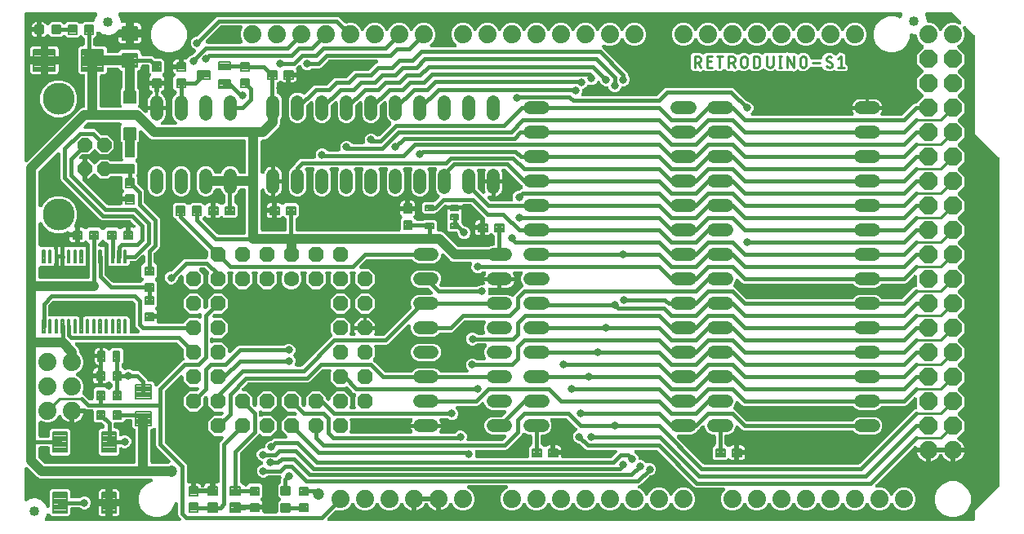
<source format=gbr>
G04 EAGLE Gerber RS-274X export*
G75*
%MOMM*%
%FSLAX34Y34*%
%LPD*%
%INTop Copper*%
%IPPOS*%
%AMOC8*
5,1,8,0,0,1.08239X$1,22.5*%
G01*
%ADD10C,0.279400*%
%ADD11C,1.320800*%
%ADD12C,0.200000*%
%ADD13C,1.600200*%
%ADD14P,1.732040X8X22.500000*%
%ADD15C,1.879600*%
%ADD16C,0.208000*%
%ADD17C,0.198000*%
%ADD18C,0.300000*%
%ADD19P,1.578125X8X292.500000*%
%ADD20C,3.316000*%
%ADD21C,0.192000*%
%ADD22C,0.196000*%
%ADD23P,2.034460X8X112.500000*%
%ADD24C,1.016000*%
%ADD25C,0.200100*%
%ADD26C,0.400000*%
%ADD27C,0.806400*%
%ADD28C,0.254000*%
%ADD29C,0.250000*%
%ADD30C,1.016000*%
%ADD31C,1.200000*%

G36*
X158628Y413982D02*
X158628Y413982D01*
X158643Y413981D01*
X158827Y414002D01*
X159010Y414021D01*
X159025Y414025D01*
X159040Y414027D01*
X159215Y414084D01*
X159392Y414139D01*
X159405Y414146D01*
X159419Y414151D01*
X159579Y414241D01*
X159742Y414330D01*
X159754Y414340D01*
X159767Y414348D01*
X159906Y414468D01*
X160047Y414588D01*
X160057Y414600D01*
X160068Y414610D01*
X160181Y414756D01*
X160296Y414901D01*
X160302Y414914D01*
X160312Y414926D01*
X160393Y415092D01*
X160477Y415257D01*
X160481Y415272D01*
X160487Y415285D01*
X160534Y415464D01*
X160583Y415642D01*
X160584Y415657D01*
X160588Y415672D01*
X160598Y415855D01*
X160611Y416040D01*
X160609Y416055D01*
X160610Y416070D01*
X160583Y416253D01*
X160559Y416436D01*
X160554Y416451D01*
X160552Y416466D01*
X160489Y416640D01*
X160430Y416814D01*
X160422Y416827D01*
X160417Y416841D01*
X160321Y416999D01*
X160227Y417159D01*
X160217Y417170D01*
X160209Y417183D01*
X160026Y417394D01*
X157381Y420039D01*
X155995Y423385D01*
X155995Y440215D01*
X157381Y443561D01*
X160014Y446194D01*
X160042Y446229D01*
X160076Y446259D01*
X160168Y446383D01*
X160267Y446503D01*
X160288Y446543D01*
X160315Y446580D01*
X160381Y446719D01*
X160453Y446856D01*
X160466Y446900D01*
X160485Y446941D01*
X160522Y447091D01*
X160565Y447240D01*
X160569Y447285D01*
X160580Y447329D01*
X160599Y447607D01*
X160599Y448090D01*
X160596Y448120D01*
X160598Y448150D01*
X160576Y448319D01*
X160559Y448487D01*
X160550Y448516D01*
X160546Y448546D01*
X160491Y448707D01*
X160441Y448869D01*
X160427Y448896D01*
X160417Y448924D01*
X160331Y449070D01*
X160250Y449219D01*
X160230Y449243D01*
X160215Y449269D01*
X160102Y449395D01*
X159992Y449525D01*
X159969Y449544D01*
X159948Y449566D01*
X159812Y449667D01*
X159679Y449773D01*
X159652Y449787D01*
X159628Y449805D01*
X159475Y449877D01*
X159323Y449954D01*
X159294Y449962D01*
X159267Y449975D01*
X159264Y449976D01*
X157099Y452140D01*
X157099Y463040D01*
X158733Y464674D01*
X158791Y464745D01*
X158857Y464809D01*
X158917Y464899D01*
X158986Y464983D01*
X159029Y465064D01*
X159080Y465140D01*
X159121Y465240D01*
X159172Y465336D01*
X159198Y465424D01*
X159233Y465509D01*
X159254Y465616D01*
X159284Y465719D01*
X159292Y465811D01*
X159310Y465901D01*
X159309Y466009D01*
X159318Y466117D01*
X159308Y466209D01*
X159307Y466301D01*
X159285Y466407D01*
X159272Y466514D01*
X159244Y466601D01*
X159225Y466692D01*
X159182Y466791D01*
X159148Y466894D01*
X159103Y466974D01*
X159067Y467058D01*
X159005Y467147D01*
X158952Y467241D01*
X158891Y467311D01*
X158839Y467386D01*
X158761Y467461D01*
X158689Y467543D01*
X158616Y467599D01*
X158550Y467663D01*
X158458Y467725D01*
X157767Y468416D01*
X157301Y469223D01*
X157059Y470124D01*
X157059Y472091D01*
X164600Y472091D01*
X164630Y472094D01*
X164660Y472092D01*
X164829Y472114D01*
X164997Y472131D01*
X165026Y472140D01*
X165056Y472143D01*
X165217Y472198D01*
X165379Y472249D01*
X165405Y472263D01*
X165434Y472273D01*
X165580Y472359D01*
X165729Y472440D01*
X165752Y472460D01*
X165779Y472475D01*
X165905Y472588D01*
X166035Y472698D01*
X166053Y472721D01*
X166076Y472742D01*
X166177Y472878D01*
X166283Y473011D01*
X166297Y473038D01*
X166315Y473062D01*
X166387Y473215D01*
X166412Y473266D01*
X166434Y473273D01*
X166580Y473359D01*
X166729Y473441D01*
X166753Y473460D01*
X166779Y473475D01*
X166905Y473589D01*
X167035Y473698D01*
X167054Y473722D01*
X167076Y473742D01*
X167177Y473878D01*
X167283Y474011D01*
X167297Y474038D01*
X167315Y474062D01*
X167387Y474216D01*
X167464Y474367D01*
X167472Y474396D01*
X167485Y474424D01*
X167525Y474589D01*
X167570Y474752D01*
X167573Y474782D01*
X167580Y474812D01*
X167599Y475090D01*
X167599Y482131D01*
X170251Y482131D01*
X170289Y482135D01*
X170326Y482132D01*
X170487Y482154D01*
X170648Y482171D01*
X170684Y482182D01*
X170722Y482187D01*
X170875Y482241D01*
X171030Y482289D01*
X171063Y482307D01*
X171099Y482319D01*
X171238Y482403D01*
X171380Y482480D01*
X171409Y482505D01*
X171442Y482524D01*
X171562Y482634D01*
X171686Y482738D01*
X171709Y482767D01*
X171737Y482793D01*
X171833Y482924D01*
X171934Y483051D01*
X171951Y483085D01*
X171973Y483115D01*
X172098Y483365D01*
X172262Y483760D01*
X174100Y485598D01*
X176470Y486580D01*
X176516Y486605D01*
X176566Y486623D01*
X176692Y486699D01*
X176822Y486769D01*
X176862Y486803D01*
X176908Y486830D01*
X177118Y487013D01*
X179872Y489767D01*
X179886Y489784D01*
X179904Y489799D01*
X180013Y489939D01*
X180125Y490076D01*
X180135Y490096D01*
X180149Y490114D01*
X180228Y490273D01*
X180311Y490429D01*
X180317Y490451D01*
X180328Y490472D01*
X180374Y490643D01*
X180423Y490813D01*
X180425Y490835D01*
X180431Y490857D01*
X180442Y491034D01*
X180457Y491211D01*
X180455Y491233D01*
X180456Y491256D01*
X180432Y491432D01*
X180411Y491607D01*
X180404Y491629D01*
X180401Y491652D01*
X180342Y491819D01*
X180287Y491987D01*
X180276Y492007D01*
X180269Y492028D01*
X180178Y492180D01*
X180091Y492335D01*
X180076Y492352D01*
X180064Y492371D01*
X179945Y492502D01*
X179829Y492636D01*
X179810Y492650D01*
X179795Y492667D01*
X179653Y492772D01*
X179512Y492880D01*
X179492Y492890D01*
X179473Y492903D01*
X179223Y493028D01*
X177910Y493572D01*
X176072Y495410D01*
X175077Y497811D01*
X175077Y500409D01*
X176072Y502810D01*
X177910Y504648D01*
X180311Y505643D01*
X180950Y505643D01*
X180995Y505647D01*
X181040Y505645D01*
X181193Y505667D01*
X181347Y505683D01*
X181390Y505696D01*
X181435Y505703D01*
X181581Y505755D01*
X181729Y505801D01*
X181768Y505822D01*
X181811Y505838D01*
X181943Y505918D01*
X182079Y505992D01*
X182114Y506022D01*
X182153Y506045D01*
X182363Y506228D01*
X201921Y525786D01*
X203575Y526471D01*
X327285Y526471D01*
X328939Y525786D01*
X330487Y524238D01*
X334809Y519916D01*
X334838Y519892D01*
X334864Y519863D01*
X334993Y519765D01*
X335118Y519663D01*
X335152Y519645D01*
X335182Y519622D01*
X335328Y519552D01*
X335472Y519477D01*
X335508Y519466D01*
X335542Y519450D01*
X335699Y519410D01*
X335855Y519364D01*
X335893Y519361D01*
X335929Y519352D01*
X336091Y519344D01*
X336253Y519330D01*
X336291Y519335D01*
X336328Y519333D01*
X336489Y519358D01*
X336650Y519376D01*
X336686Y519388D01*
X336723Y519394D01*
X336988Y519482D01*
X337993Y519899D01*
X342727Y519899D01*
X347100Y518087D01*
X350447Y514740D01*
X351213Y512892D01*
X351220Y512878D01*
X351225Y512864D01*
X351314Y512703D01*
X351402Y512540D01*
X351412Y512528D01*
X351419Y512515D01*
X351539Y512374D01*
X351657Y512232D01*
X351669Y512223D01*
X351679Y512211D01*
X351825Y512097D01*
X351968Y511982D01*
X351981Y511975D01*
X351994Y511966D01*
X352160Y511883D01*
X352323Y511798D01*
X352337Y511794D01*
X352351Y511787D01*
X352530Y511739D01*
X352707Y511689D01*
X352722Y511688D01*
X352737Y511684D01*
X352921Y511672D01*
X353105Y511658D01*
X353120Y511660D01*
X353135Y511659D01*
X353318Y511684D01*
X353502Y511707D01*
X353516Y511712D01*
X353531Y511714D01*
X353705Y511775D01*
X353880Y511833D01*
X353894Y511841D01*
X353908Y511846D01*
X354066Y511940D01*
X354226Y512033D01*
X354238Y512043D01*
X354251Y512051D01*
X354387Y512175D01*
X354526Y512297D01*
X354535Y512309D01*
X354546Y512320D01*
X354656Y512469D01*
X354767Y512616D01*
X354773Y512629D01*
X354782Y512642D01*
X354907Y512892D01*
X355673Y514740D01*
X359020Y518087D01*
X363393Y519899D01*
X368127Y519899D01*
X372500Y518087D01*
X375847Y514740D01*
X376613Y512892D01*
X376620Y512878D01*
X376625Y512864D01*
X376714Y512703D01*
X376802Y512540D01*
X376812Y512528D01*
X376819Y512515D01*
X376939Y512374D01*
X377057Y512232D01*
X377069Y512223D01*
X377079Y512211D01*
X377225Y512097D01*
X377368Y511982D01*
X377381Y511975D01*
X377394Y511966D01*
X377560Y511883D01*
X377723Y511798D01*
X377737Y511794D01*
X377751Y511787D01*
X377930Y511739D01*
X378107Y511689D01*
X378122Y511688D01*
X378137Y511684D01*
X378321Y511672D01*
X378505Y511658D01*
X378520Y511660D01*
X378535Y511659D01*
X378718Y511684D01*
X378902Y511707D01*
X378916Y511712D01*
X378931Y511714D01*
X379105Y511775D01*
X379280Y511833D01*
X379294Y511841D01*
X379308Y511846D01*
X379466Y511940D01*
X379626Y512033D01*
X379638Y512043D01*
X379651Y512051D01*
X379787Y512175D01*
X379926Y512297D01*
X379935Y512309D01*
X379946Y512320D01*
X380056Y512469D01*
X380167Y512616D01*
X380173Y512629D01*
X380182Y512642D01*
X380307Y512892D01*
X381073Y514740D01*
X384420Y518087D01*
X388793Y519899D01*
X393527Y519899D01*
X397900Y518087D01*
X401247Y514740D01*
X402013Y512892D01*
X402020Y512878D01*
X402025Y512864D01*
X402114Y512703D01*
X402202Y512540D01*
X402212Y512528D01*
X402219Y512515D01*
X402339Y512374D01*
X402457Y512232D01*
X402469Y512223D01*
X402479Y512211D01*
X402625Y512097D01*
X402768Y511982D01*
X402781Y511975D01*
X402794Y511966D01*
X402960Y511883D01*
X403123Y511798D01*
X403137Y511794D01*
X403151Y511787D01*
X403330Y511739D01*
X403507Y511689D01*
X403522Y511688D01*
X403537Y511684D01*
X403721Y511672D01*
X403905Y511658D01*
X403920Y511660D01*
X403935Y511659D01*
X404118Y511684D01*
X404302Y511707D01*
X404316Y511712D01*
X404331Y511714D01*
X404505Y511775D01*
X404680Y511833D01*
X404694Y511841D01*
X404708Y511846D01*
X404866Y511940D01*
X405026Y512033D01*
X405038Y512043D01*
X405051Y512051D01*
X405187Y512175D01*
X405326Y512297D01*
X405335Y512309D01*
X405346Y512320D01*
X405456Y512469D01*
X405567Y512616D01*
X405573Y512629D01*
X405582Y512642D01*
X405707Y512892D01*
X406473Y514740D01*
X409820Y518087D01*
X414193Y519899D01*
X418927Y519899D01*
X423300Y518087D01*
X426647Y514740D01*
X428459Y510367D01*
X428459Y505633D01*
X426647Y501260D01*
X423521Y498134D01*
X423511Y498122D01*
X423500Y498112D01*
X423386Y497968D01*
X423268Y497824D01*
X423261Y497811D01*
X423252Y497799D01*
X423167Y497633D01*
X423082Y497471D01*
X423078Y497457D01*
X423071Y497443D01*
X423022Y497266D01*
X422970Y497088D01*
X422968Y497073D01*
X422964Y497058D01*
X422951Y496875D01*
X422936Y496690D01*
X422937Y496675D01*
X422936Y496660D01*
X422960Y496476D01*
X422982Y496293D01*
X422986Y496279D01*
X422988Y496264D01*
X423048Y496088D01*
X423105Y495913D01*
X423113Y495900D01*
X423118Y495886D01*
X423212Y495726D01*
X423302Y495566D01*
X423312Y495554D01*
X423320Y495541D01*
X423443Y495404D01*
X423564Y495264D01*
X423576Y495255D01*
X423586Y495244D01*
X423733Y495134D01*
X423881Y495021D01*
X423895Y495014D01*
X423907Y495005D01*
X424073Y494927D01*
X424240Y494845D01*
X424254Y494842D01*
X424268Y494835D01*
X424448Y494791D01*
X424626Y494745D01*
X424641Y494744D01*
X424656Y494740D01*
X424935Y494721D01*
X448825Y494721D01*
X448840Y494722D01*
X448855Y494721D01*
X449039Y494742D01*
X449223Y494761D01*
X449237Y494765D01*
X449252Y494767D01*
X449427Y494824D01*
X449604Y494879D01*
X449618Y494886D01*
X449632Y494891D01*
X449792Y494981D01*
X449955Y495070D01*
X449966Y495080D01*
X449980Y495088D01*
X450118Y495208D01*
X450260Y495328D01*
X450270Y495340D01*
X450281Y495350D01*
X450393Y495495D01*
X450508Y495641D01*
X450515Y495654D01*
X450524Y495666D01*
X450605Y495832D01*
X450689Y495997D01*
X450693Y496012D01*
X450700Y496025D01*
X450746Y496204D01*
X450796Y496382D01*
X450797Y496397D01*
X450801Y496412D01*
X450811Y496595D01*
X450824Y496780D01*
X450822Y496795D01*
X450823Y496810D01*
X450796Y496993D01*
X450772Y497176D01*
X450767Y497191D01*
X450765Y497206D01*
X450702Y497380D01*
X450642Y497554D01*
X450635Y497567D01*
X450629Y497581D01*
X450534Y497739D01*
X450440Y497899D01*
X450430Y497910D01*
X450422Y497923D01*
X450239Y498134D01*
X447113Y501260D01*
X445301Y505633D01*
X445301Y510367D01*
X447113Y514740D01*
X450460Y518087D01*
X454833Y519899D01*
X459567Y519899D01*
X463940Y518087D01*
X467287Y514740D01*
X468053Y512892D01*
X468060Y512878D01*
X468065Y512864D01*
X468155Y512702D01*
X468242Y512540D01*
X468252Y512528D01*
X468259Y512515D01*
X468379Y512374D01*
X468497Y512232D01*
X468509Y512223D01*
X468519Y512211D01*
X468664Y512098D01*
X468808Y511982D01*
X468822Y511975D01*
X468834Y511966D01*
X468998Y511883D01*
X469163Y511798D01*
X469178Y511794D01*
X469191Y511787D01*
X469369Y511740D01*
X469547Y511689D01*
X469562Y511688D01*
X469577Y511684D01*
X469760Y511672D01*
X469945Y511658D01*
X469960Y511660D01*
X469975Y511659D01*
X470158Y511684D01*
X470342Y511707D01*
X470356Y511712D01*
X470371Y511714D01*
X470546Y511775D01*
X470720Y511833D01*
X470734Y511841D01*
X470748Y511846D01*
X470907Y511941D01*
X471067Y512033D01*
X471078Y512043D01*
X471091Y512051D01*
X471228Y512176D01*
X471366Y512297D01*
X471375Y512309D01*
X471386Y512320D01*
X471496Y512469D01*
X471607Y512616D01*
X471614Y512629D01*
X471622Y512642D01*
X471747Y512892D01*
X472513Y514740D01*
X475860Y518087D01*
X480233Y519899D01*
X484967Y519899D01*
X489340Y518087D01*
X492687Y514740D01*
X493453Y512892D01*
X493460Y512878D01*
X493465Y512864D01*
X493555Y512702D01*
X493642Y512540D01*
X493652Y512528D01*
X493659Y512515D01*
X493779Y512374D01*
X493897Y512232D01*
X493909Y512223D01*
X493919Y512211D01*
X494065Y512097D01*
X494208Y511982D01*
X494222Y511975D01*
X494234Y511966D01*
X494399Y511883D01*
X494563Y511798D01*
X494577Y511794D01*
X494591Y511787D01*
X494769Y511739D01*
X494947Y511689D01*
X494962Y511688D01*
X494977Y511684D01*
X495160Y511672D01*
X495345Y511658D01*
X495360Y511660D01*
X495375Y511659D01*
X495557Y511684D01*
X495742Y511707D01*
X495756Y511712D01*
X495771Y511714D01*
X495945Y511775D01*
X496120Y511833D01*
X496134Y511841D01*
X496148Y511846D01*
X496307Y511941D01*
X496466Y512033D01*
X496478Y512043D01*
X496491Y512051D01*
X496627Y512175D01*
X496766Y512297D01*
X496775Y512309D01*
X496786Y512320D01*
X496895Y512467D01*
X497007Y512616D01*
X497013Y512629D01*
X497022Y512642D01*
X497147Y512892D01*
X497913Y514740D01*
X501260Y518087D01*
X505633Y519899D01*
X510367Y519899D01*
X514740Y518087D01*
X518087Y514740D01*
X518853Y512892D01*
X518860Y512878D01*
X518865Y512864D01*
X518955Y512702D01*
X519042Y512540D01*
X519052Y512528D01*
X519059Y512515D01*
X519179Y512374D01*
X519297Y512232D01*
X519309Y512223D01*
X519319Y512211D01*
X519465Y512097D01*
X519608Y511982D01*
X519622Y511975D01*
X519634Y511966D01*
X519799Y511883D01*
X519963Y511798D01*
X519977Y511794D01*
X519991Y511787D01*
X520169Y511739D01*
X520347Y511689D01*
X520362Y511688D01*
X520377Y511684D01*
X520560Y511672D01*
X520745Y511658D01*
X520760Y511660D01*
X520775Y511659D01*
X520957Y511684D01*
X521142Y511707D01*
X521156Y511712D01*
X521171Y511714D01*
X521345Y511775D01*
X521520Y511833D01*
X521534Y511841D01*
X521548Y511846D01*
X521707Y511941D01*
X521866Y512033D01*
X521878Y512043D01*
X521891Y512051D01*
X522027Y512175D01*
X522166Y512297D01*
X522175Y512309D01*
X522186Y512320D01*
X522295Y512467D01*
X522407Y512616D01*
X522413Y512629D01*
X522422Y512642D01*
X522547Y512892D01*
X523313Y514740D01*
X526660Y518087D01*
X531033Y519899D01*
X535767Y519899D01*
X540140Y518087D01*
X543487Y514740D01*
X544253Y512892D01*
X544260Y512878D01*
X544265Y512864D01*
X544355Y512702D01*
X544442Y512540D01*
X544452Y512528D01*
X544459Y512515D01*
X544579Y512374D01*
X544697Y512232D01*
X544709Y512223D01*
X544719Y512211D01*
X544865Y512097D01*
X545008Y511982D01*
X545022Y511975D01*
X545034Y511966D01*
X545199Y511883D01*
X545363Y511798D01*
X545377Y511794D01*
X545391Y511787D01*
X545569Y511739D01*
X545747Y511689D01*
X545762Y511688D01*
X545777Y511684D01*
X545960Y511672D01*
X546145Y511658D01*
X546160Y511660D01*
X546175Y511659D01*
X546357Y511684D01*
X546542Y511707D01*
X546556Y511712D01*
X546571Y511714D01*
X546745Y511775D01*
X546920Y511833D01*
X546934Y511841D01*
X546948Y511846D01*
X547107Y511941D01*
X547266Y512033D01*
X547278Y512043D01*
X547291Y512051D01*
X547427Y512175D01*
X547566Y512297D01*
X547575Y512309D01*
X547586Y512320D01*
X547695Y512467D01*
X547807Y512616D01*
X547813Y512629D01*
X547822Y512642D01*
X547947Y512892D01*
X548713Y514740D01*
X552060Y518087D01*
X556433Y519899D01*
X561167Y519899D01*
X565540Y518087D01*
X568887Y514740D01*
X569653Y512892D01*
X569660Y512878D01*
X569665Y512864D01*
X569755Y512702D01*
X569842Y512540D01*
X569852Y512528D01*
X569859Y512515D01*
X569979Y512374D01*
X570097Y512232D01*
X570109Y512223D01*
X570119Y512211D01*
X570265Y512097D01*
X570408Y511982D01*
X570422Y511975D01*
X570434Y511966D01*
X570599Y511883D01*
X570763Y511798D01*
X570777Y511794D01*
X570791Y511787D01*
X570969Y511739D01*
X571147Y511689D01*
X571162Y511688D01*
X571177Y511684D01*
X571360Y511672D01*
X571545Y511658D01*
X571560Y511660D01*
X571575Y511659D01*
X571757Y511684D01*
X571942Y511707D01*
X571956Y511712D01*
X571971Y511714D01*
X572145Y511775D01*
X572320Y511833D01*
X572334Y511841D01*
X572348Y511846D01*
X572507Y511941D01*
X572666Y512033D01*
X572678Y512043D01*
X572691Y512051D01*
X572827Y512175D01*
X572966Y512297D01*
X572975Y512309D01*
X572986Y512320D01*
X573095Y512467D01*
X573207Y512616D01*
X573213Y512629D01*
X573222Y512642D01*
X573347Y512892D01*
X574113Y514740D01*
X577460Y518087D01*
X581833Y519899D01*
X586567Y519899D01*
X590940Y518087D01*
X594287Y514740D01*
X595053Y512892D01*
X595060Y512878D01*
X595065Y512864D01*
X595155Y512702D01*
X595242Y512540D01*
X595252Y512528D01*
X595259Y512515D01*
X595379Y512374D01*
X595497Y512232D01*
X595509Y512223D01*
X595519Y512211D01*
X595665Y512097D01*
X595808Y511982D01*
X595822Y511975D01*
X595834Y511966D01*
X595999Y511883D01*
X596163Y511798D01*
X596177Y511794D01*
X596191Y511787D01*
X596369Y511739D01*
X596547Y511689D01*
X596562Y511688D01*
X596577Y511684D01*
X596760Y511672D01*
X596945Y511658D01*
X596960Y511660D01*
X596975Y511659D01*
X597157Y511684D01*
X597342Y511707D01*
X597356Y511712D01*
X597371Y511714D01*
X597545Y511775D01*
X597720Y511833D01*
X597734Y511841D01*
X597748Y511846D01*
X597907Y511941D01*
X598066Y512033D01*
X598078Y512043D01*
X598091Y512051D01*
X598227Y512175D01*
X598366Y512297D01*
X598375Y512309D01*
X598386Y512320D01*
X598495Y512467D01*
X598607Y512616D01*
X598613Y512629D01*
X598622Y512642D01*
X598747Y512892D01*
X599513Y514740D01*
X602860Y518087D01*
X607233Y519899D01*
X611967Y519899D01*
X616340Y518087D01*
X619687Y514740D01*
X620453Y512892D01*
X620460Y512878D01*
X620465Y512864D01*
X620555Y512702D01*
X620642Y512540D01*
X620652Y512528D01*
X620659Y512515D01*
X620779Y512374D01*
X620897Y512232D01*
X620909Y512223D01*
X620919Y512211D01*
X621065Y512097D01*
X621208Y511982D01*
X621222Y511975D01*
X621234Y511966D01*
X621399Y511883D01*
X621563Y511798D01*
X621577Y511794D01*
X621591Y511787D01*
X621769Y511739D01*
X621947Y511689D01*
X621962Y511688D01*
X621977Y511684D01*
X622160Y511672D01*
X622345Y511658D01*
X622360Y511660D01*
X622375Y511659D01*
X622557Y511684D01*
X622742Y511707D01*
X622756Y511712D01*
X622771Y511714D01*
X622945Y511775D01*
X623120Y511833D01*
X623134Y511841D01*
X623148Y511846D01*
X623307Y511941D01*
X623466Y512033D01*
X623478Y512043D01*
X623491Y512051D01*
X623627Y512175D01*
X623766Y512297D01*
X623775Y512309D01*
X623786Y512320D01*
X623895Y512467D01*
X624007Y512616D01*
X624013Y512629D01*
X624022Y512642D01*
X624147Y512892D01*
X624913Y514740D01*
X628260Y518087D01*
X632633Y519899D01*
X637367Y519899D01*
X641740Y518087D01*
X645087Y514740D01*
X646899Y510367D01*
X646899Y505633D01*
X645087Y501260D01*
X641740Y497913D01*
X637367Y496101D01*
X632633Y496101D01*
X628260Y497913D01*
X624913Y501260D01*
X624147Y503108D01*
X624140Y503122D01*
X624135Y503136D01*
X624130Y503146D01*
X624129Y503147D01*
X624124Y503157D01*
X624045Y503298D01*
X623958Y503460D01*
X623948Y503472D01*
X623941Y503485D01*
X623821Y503626D01*
X623703Y503768D01*
X623691Y503777D01*
X623681Y503789D01*
X623536Y503902D01*
X623392Y504018D01*
X623378Y504025D01*
X623366Y504034D01*
X623202Y504117D01*
X623037Y504202D01*
X623022Y504206D01*
X623009Y504213D01*
X622831Y504260D01*
X622653Y504311D01*
X622638Y504312D01*
X622623Y504316D01*
X622440Y504328D01*
X622255Y504342D01*
X622240Y504340D01*
X622225Y504341D01*
X622042Y504316D01*
X621858Y504293D01*
X621844Y504288D01*
X621829Y504286D01*
X621654Y504225D01*
X621480Y504167D01*
X621466Y504159D01*
X621452Y504154D01*
X621293Y504059D01*
X621133Y503967D01*
X621122Y503957D01*
X621109Y503949D01*
X620972Y503824D01*
X620834Y503703D01*
X620825Y503691D01*
X620814Y503680D01*
X620704Y503531D01*
X620593Y503384D01*
X620586Y503371D01*
X620578Y503358D01*
X620453Y503108D01*
X619687Y501260D01*
X616340Y497913D01*
X611967Y496101D01*
X607233Y496101D01*
X604041Y497424D01*
X604034Y497426D01*
X604027Y497429D01*
X603843Y497483D01*
X603659Y497539D01*
X603651Y497539D01*
X603644Y497542D01*
X603451Y497558D01*
X603261Y497576D01*
X603253Y497575D01*
X603246Y497576D01*
X603055Y497553D01*
X602864Y497533D01*
X602856Y497530D01*
X602849Y497530D01*
X602667Y497470D01*
X602483Y497412D01*
X602476Y497408D01*
X602469Y497406D01*
X602303Y497311D01*
X602134Y497218D01*
X602128Y497213D01*
X602122Y497209D01*
X601977Y497083D01*
X601831Y496958D01*
X601826Y496952D01*
X601820Y496947D01*
X601702Y496793D01*
X601585Y496643D01*
X601581Y496636D01*
X601577Y496630D01*
X601493Y496460D01*
X601407Y496286D01*
X601405Y496278D01*
X601401Y496271D01*
X601353Y496087D01*
X601303Y495900D01*
X601302Y495892D01*
X601301Y495885D01*
X601290Y495696D01*
X601278Y495501D01*
X601279Y495493D01*
X601279Y495486D01*
X601306Y495297D01*
X601333Y495105D01*
X601335Y495098D01*
X601336Y495091D01*
X601402Y494908D01*
X601465Y494729D01*
X601469Y494722D01*
X601472Y494715D01*
X601572Y494549D01*
X601670Y494386D01*
X601675Y494380D01*
X601679Y494374D01*
X601862Y494163D01*
X627386Y468639D01*
X628071Y466985D01*
X628071Y466576D01*
X628075Y466531D01*
X628073Y466486D01*
X628095Y466333D01*
X628111Y466179D01*
X628124Y466135D01*
X628131Y466090D01*
X628183Y465945D01*
X628229Y465797D01*
X628250Y465757D01*
X628266Y465715D01*
X628346Y465583D01*
X628420Y465447D01*
X628450Y465412D01*
X628473Y465373D01*
X628656Y465162D01*
X629108Y464710D01*
X630103Y462309D01*
X630103Y459711D01*
X629108Y457310D01*
X627270Y455472D01*
X624869Y454477D01*
X623011Y454477D01*
X622973Y454473D01*
X622936Y454476D01*
X622775Y454454D01*
X622614Y454437D01*
X622578Y454426D01*
X622540Y454421D01*
X622387Y454367D01*
X622232Y454319D01*
X622199Y454301D01*
X622163Y454289D01*
X622024Y454206D01*
X621882Y454128D01*
X621853Y454103D01*
X621820Y454084D01*
X621700Y453975D01*
X621576Y453870D01*
X621553Y453841D01*
X621525Y453815D01*
X621429Y453684D01*
X621328Y453557D01*
X621311Y453523D01*
X621289Y453493D01*
X621164Y453243D01*
X620218Y450960D01*
X618380Y449122D01*
X615979Y448127D01*
X613381Y448127D01*
X610980Y449122D01*
X609142Y450960D01*
X608196Y453243D01*
X608178Y453276D01*
X608166Y453312D01*
X608084Y453452D01*
X608007Y453595D01*
X607983Y453624D01*
X607964Y453657D01*
X607856Y453777D01*
X607752Y453902D01*
X607722Y453926D01*
X607697Y453954D01*
X607567Y454051D01*
X607441Y454153D01*
X607407Y454170D01*
X607377Y454193D01*
X607230Y454262D01*
X607086Y454336D01*
X607050Y454347D01*
X607015Y454363D01*
X606858Y454401D01*
X606702Y454446D01*
X606664Y454449D01*
X606627Y454458D01*
X606349Y454477D01*
X604491Y454477D01*
X602090Y455472D01*
X600252Y457310D01*
X599754Y458511D01*
X599747Y458525D01*
X599742Y458539D01*
X599652Y458701D01*
X599565Y458863D01*
X599555Y458875D01*
X599548Y458888D01*
X599427Y459029D01*
X599310Y459170D01*
X599298Y459180D01*
X599288Y459192D01*
X599142Y459306D01*
X598999Y459421D01*
X598985Y459428D01*
X598973Y459437D01*
X598808Y459520D01*
X598644Y459605D01*
X598630Y459609D01*
X598616Y459615D01*
X598438Y459663D01*
X598260Y459714D01*
X598245Y459715D01*
X598230Y459719D01*
X598047Y459731D01*
X597862Y459745D01*
X597847Y459743D01*
X597832Y459744D01*
X597650Y459719D01*
X597465Y459696D01*
X597451Y459691D01*
X597436Y459689D01*
X597262Y459628D01*
X597087Y459569D01*
X597073Y459562D01*
X597059Y459557D01*
X596901Y459462D01*
X596741Y459370D01*
X596729Y459360D01*
X596716Y459352D01*
X596580Y459228D01*
X596441Y459106D01*
X596432Y459093D01*
X596421Y459083D01*
X596311Y458934D01*
X596200Y458787D01*
X596193Y458773D01*
X596185Y458761D01*
X596100Y458591D01*
X594250Y456742D01*
X591849Y455747D01*
X589251Y455747D01*
X588608Y456014D01*
X588578Y456022D01*
X588551Y456036D01*
X588388Y456080D01*
X588225Y456129D01*
X588195Y456132D01*
X588166Y456140D01*
X587997Y456150D01*
X587827Y456166D01*
X587797Y456163D01*
X587767Y456164D01*
X587599Y456141D01*
X587430Y456123D01*
X587401Y456114D01*
X587371Y456110D01*
X587211Y456053D01*
X587050Y456002D01*
X587023Y455987D01*
X586995Y455977D01*
X586849Y455890D01*
X586701Y455808D01*
X586678Y455788D01*
X586652Y455772D01*
X586526Y455658D01*
X586397Y455548D01*
X586378Y455524D01*
X586356Y455504D01*
X586256Y455367D01*
X586151Y455233D01*
X586138Y455206D01*
X586120Y455182D01*
X585995Y454932D01*
X585928Y454770D01*
X584090Y452932D01*
X581807Y451986D01*
X581774Y451968D01*
X581738Y451956D01*
X581598Y451874D01*
X581455Y451797D01*
X581426Y451773D01*
X581393Y451754D01*
X581273Y451646D01*
X581148Y451542D01*
X581124Y451512D01*
X581096Y451487D01*
X580999Y451357D01*
X580897Y451231D01*
X580880Y451197D01*
X580857Y451167D01*
X580788Y451020D01*
X580714Y450876D01*
X580703Y450840D01*
X580687Y450805D01*
X580649Y450648D01*
X580604Y450492D01*
X580601Y450454D01*
X580592Y450417D01*
X580573Y450139D01*
X580573Y448281D01*
X579912Y446685D01*
X579905Y446663D01*
X579895Y446643D01*
X579848Y446472D01*
X579797Y446303D01*
X579795Y446280D01*
X579788Y446258D01*
X579776Y446081D01*
X579760Y445905D01*
X579762Y445882D01*
X579761Y445860D01*
X579784Y445684D01*
X579803Y445508D01*
X579810Y445486D01*
X579812Y445464D01*
X579870Y445296D01*
X579924Y445127D01*
X579935Y445107D01*
X579942Y445086D01*
X580032Y444933D01*
X580118Y444778D01*
X580133Y444761D01*
X580144Y444741D01*
X580262Y444610D01*
X580378Y444475D01*
X580396Y444461D01*
X580411Y444444D01*
X580552Y444338D01*
X580692Y444229D01*
X580713Y444219D01*
X580731Y444205D01*
X580891Y444130D01*
X581050Y444051D01*
X581072Y444045D01*
X581092Y444035D01*
X581264Y443993D01*
X581436Y443947D01*
X581458Y443946D01*
X581480Y443940D01*
X581759Y443921D01*
X657708Y443921D01*
X657753Y443925D01*
X657798Y443923D01*
X657951Y443945D01*
X658105Y443961D01*
X658148Y443974D01*
X658193Y443981D01*
X658339Y444033D01*
X658487Y444079D01*
X658526Y444100D01*
X658569Y444116D01*
X658701Y444196D01*
X658837Y444270D01*
X658872Y444300D01*
X658911Y444323D01*
X659121Y444506D01*
X666741Y452126D01*
X668395Y452811D01*
X736225Y452811D01*
X737879Y452126D01*
X739427Y450578D01*
X751087Y438918D01*
X751120Y438891D01*
X751148Y438860D01*
X751149Y438859D01*
X751152Y438856D01*
X751276Y438764D01*
X751396Y438665D01*
X751436Y438644D01*
X751472Y438617D01*
X751612Y438551D01*
X751749Y438479D01*
X751793Y438466D01*
X751834Y438447D01*
X751984Y438410D01*
X752133Y438367D01*
X752178Y438363D01*
X752222Y438352D01*
X752500Y438333D01*
X753139Y438333D01*
X755540Y437338D01*
X757378Y435500D01*
X758373Y433099D01*
X758373Y430501D01*
X757378Y428099D01*
X756292Y427014D01*
X756283Y427002D01*
X756271Y426992D01*
X756156Y426847D01*
X756040Y426704D01*
X756033Y426691D01*
X756023Y426679D01*
X755939Y426514D01*
X755853Y426351D01*
X755849Y426337D01*
X755842Y426323D01*
X755793Y426146D01*
X755741Y425968D01*
X755740Y425953D01*
X755736Y425938D01*
X755723Y425755D01*
X755707Y425570D01*
X755709Y425555D01*
X755708Y425540D01*
X755732Y425356D01*
X755753Y425173D01*
X755758Y425159D01*
X755760Y425144D01*
X755820Y424968D01*
X755877Y424793D01*
X755884Y424780D01*
X755889Y424766D01*
X755983Y424606D01*
X756074Y424446D01*
X756084Y424434D01*
X756091Y424421D01*
X756215Y424283D01*
X756336Y424144D01*
X756348Y424135D01*
X756358Y424124D01*
X756506Y424013D01*
X756652Y423901D01*
X756666Y423894D01*
X756678Y423885D01*
X756845Y423807D01*
X757011Y423725D01*
X757026Y423722D01*
X757039Y423715D01*
X757219Y423671D01*
X757398Y423625D01*
X757413Y423624D01*
X757427Y423620D01*
X757706Y423601D01*
X860426Y423601D01*
X860484Y423607D01*
X860542Y423604D01*
X860682Y423626D01*
X860823Y423641D01*
X860879Y423658D01*
X860937Y423667D01*
X861070Y423717D01*
X861205Y423759D01*
X861256Y423787D01*
X861311Y423807D01*
X861431Y423882D01*
X861555Y423950D01*
X861600Y423988D01*
X861649Y424019D01*
X861752Y424116D01*
X861861Y424208D01*
X861897Y424253D01*
X861939Y424294D01*
X862021Y424410D01*
X862109Y424521D01*
X862135Y424573D01*
X862169Y424620D01*
X862226Y424751D01*
X862290Y424877D01*
X862305Y424933D01*
X862329Y424986D01*
X862359Y425126D01*
X862396Y425262D01*
X862400Y425320D01*
X862413Y425377D01*
X862414Y425519D01*
X862424Y425660D01*
X862417Y425718D01*
X862417Y425776D01*
X862391Y425915D01*
X862372Y426056D01*
X862353Y426112D01*
X862342Y426169D01*
X862289Y426300D01*
X862243Y426434D01*
X862213Y426485D01*
X862191Y426538D01*
X862043Y426775D01*
X861875Y427007D01*
X861221Y428290D01*
X860776Y429659D01*
X860759Y429769D01*
X876268Y429769D01*
X876294Y429771D01*
X876332Y429769D01*
X891841Y429769D01*
X891824Y429659D01*
X891379Y428290D01*
X890725Y427007D01*
X890557Y426775D01*
X890527Y426725D01*
X890491Y426679D01*
X890427Y426553D01*
X890355Y426430D01*
X890337Y426375D01*
X890310Y426323D01*
X890272Y426186D01*
X890227Y426052D01*
X890219Y425994D01*
X890204Y425938D01*
X890194Y425797D01*
X890176Y425656D01*
X890180Y425598D01*
X890176Y425540D01*
X890194Y425399D01*
X890204Y425258D01*
X890220Y425201D01*
X890228Y425144D01*
X890274Y425010D01*
X890312Y424873D01*
X890338Y424821D01*
X890357Y424766D01*
X890429Y424643D01*
X890494Y424517D01*
X890530Y424472D01*
X890559Y424421D01*
X890654Y424316D01*
X890742Y424205D01*
X890787Y424167D01*
X890826Y424124D01*
X890940Y424039D01*
X891048Y423948D01*
X891100Y423920D01*
X891146Y423885D01*
X891274Y423825D01*
X891399Y423757D01*
X891455Y423740D01*
X891508Y423715D01*
X891645Y423681D01*
X891781Y423640D01*
X891839Y423634D01*
X891896Y423620D01*
X892174Y423601D01*
X911708Y423601D01*
X911753Y423605D01*
X911798Y423603D01*
X911951Y423625D01*
X912105Y423641D01*
X912148Y423654D01*
X912193Y423661D01*
X912339Y423713D01*
X912487Y423759D01*
X912526Y423780D01*
X912569Y423796D01*
X912701Y423876D01*
X912837Y423950D01*
X912872Y423980D01*
X912911Y424003D01*
X913121Y424186D01*
X924551Y435616D01*
X926205Y436301D01*
X926645Y436301D01*
X926690Y436305D01*
X926736Y436303D01*
X926889Y436325D01*
X927043Y436341D01*
X927086Y436354D01*
X927131Y436361D01*
X927277Y436413D01*
X927424Y436459D01*
X927464Y436480D01*
X927507Y436496D01*
X927639Y436576D01*
X927775Y436650D01*
X927810Y436680D01*
X927848Y436703D01*
X928059Y436886D01*
X934259Y443086D01*
X934278Y443110D01*
X934301Y443130D01*
X934404Y443264D01*
X934512Y443396D01*
X934526Y443422D01*
X934544Y443446D01*
X934619Y443599D01*
X934698Y443749D01*
X934707Y443778D01*
X934720Y443805D01*
X934763Y443969D01*
X934810Y444132D01*
X934813Y444162D01*
X934821Y444192D01*
X934830Y444360D01*
X934844Y444530D01*
X934841Y444560D01*
X934842Y444590D01*
X934818Y444758D01*
X934798Y444927D01*
X934789Y444956D01*
X934785Y444986D01*
X934727Y445146D01*
X934675Y445307D01*
X934660Y445333D01*
X934649Y445361D01*
X934561Y445507D01*
X934478Y445654D01*
X934458Y445677D01*
X934442Y445703D01*
X934259Y445914D01*
X927901Y452271D01*
X927901Y462129D01*
X934259Y468486D01*
X934278Y468510D01*
X934301Y468530D01*
X934404Y468664D01*
X934512Y468796D01*
X934526Y468822D01*
X934544Y468846D01*
X934619Y468999D01*
X934698Y469149D01*
X934707Y469178D01*
X934720Y469205D01*
X934763Y469369D01*
X934810Y469532D01*
X934813Y469562D01*
X934821Y469592D01*
X934830Y469760D01*
X934844Y469930D01*
X934841Y469960D01*
X934842Y469990D01*
X934818Y470157D01*
X934798Y470327D01*
X934789Y470356D01*
X934785Y470386D01*
X934727Y470546D01*
X934675Y470707D01*
X934660Y470733D01*
X934649Y470762D01*
X934561Y470907D01*
X934478Y471054D01*
X934458Y471077D01*
X934442Y471103D01*
X934259Y471314D01*
X927901Y477671D01*
X927901Y487529D01*
X934639Y494267D01*
X934654Y494284D01*
X934671Y494299D01*
X934780Y494439D01*
X934892Y494576D01*
X934903Y494596D01*
X934917Y494614D01*
X934996Y494772D01*
X935078Y494929D01*
X935085Y494951D01*
X935095Y494971D01*
X935141Y495141D01*
X935191Y495312D01*
X935193Y495335D01*
X935198Y495357D01*
X935209Y495533D01*
X935225Y495710D01*
X935222Y495733D01*
X935223Y495756D01*
X935199Y495931D01*
X935179Y496107D01*
X935172Y496129D01*
X935168Y496151D01*
X935110Y496318D01*
X935055Y496487D01*
X935044Y496507D01*
X935036Y496528D01*
X934945Y496680D01*
X934858Y496834D01*
X934843Y496852D01*
X934831Y496871D01*
X934712Y497002D01*
X934596Y497136D01*
X934578Y497150D01*
X934563Y497167D01*
X934421Y497271D01*
X934279Y497379D01*
X934259Y497389D01*
X934240Y497403D01*
X933991Y497527D01*
X933060Y497913D01*
X929713Y501260D01*
X927901Y505633D01*
X927901Y506542D01*
X927890Y506651D01*
X927889Y506760D01*
X927870Y506849D01*
X927861Y506939D01*
X927829Y507044D01*
X927806Y507151D01*
X927770Y507234D01*
X927743Y507321D01*
X927691Y507417D01*
X927647Y507517D01*
X927595Y507591D01*
X927552Y507671D01*
X927481Y507755D01*
X927418Y507845D01*
X927353Y507907D01*
X927294Y507976D01*
X927208Y508044D01*
X927129Y508120D01*
X927052Y508168D01*
X926981Y508225D01*
X926884Y508274D01*
X926791Y508332D01*
X926706Y508364D01*
X926625Y508406D01*
X926520Y508435D01*
X926417Y508473D01*
X926294Y508497D01*
X926240Y508512D01*
X926203Y508515D01*
X926143Y508526D01*
X922441Y508976D01*
X922290Y508979D01*
X922140Y508989D01*
X922091Y508983D01*
X922042Y508984D01*
X921893Y508957D01*
X921744Y508938D01*
X921697Y508922D01*
X921649Y508913D01*
X921508Y508857D01*
X921366Y508808D01*
X921323Y508783D01*
X921278Y508765D01*
X921151Y508682D01*
X921021Y508606D01*
X920985Y508573D01*
X920943Y508546D01*
X920836Y508440D01*
X920724Y508339D01*
X920694Y508300D01*
X920659Y508265D01*
X920575Y508140D01*
X920485Y508019D01*
X920464Y507975D01*
X920437Y507934D01*
X920379Y507794D01*
X920315Y507658D01*
X920303Y507610D01*
X920285Y507564D01*
X920256Y507416D01*
X920220Y507270D01*
X920216Y507208D01*
X920209Y507172D01*
X920209Y507116D01*
X920201Y506991D01*
X920201Y504320D01*
X917384Y497520D01*
X912180Y492316D01*
X905380Y489499D01*
X898020Y489499D01*
X891220Y492316D01*
X886016Y497520D01*
X883199Y504320D01*
X883199Y511680D01*
X886016Y518480D01*
X891220Y523684D01*
X898020Y526501D01*
X905380Y526501D01*
X909198Y524919D01*
X909331Y524879D01*
X909462Y524831D01*
X909522Y524822D01*
X909580Y524804D01*
X909719Y524791D01*
X909857Y524770D01*
X909918Y524773D01*
X909978Y524767D01*
X910117Y524782D01*
X910256Y524789D01*
X910315Y524804D01*
X910375Y524810D01*
X910508Y524852D01*
X910643Y524887D01*
X910698Y524913D01*
X910756Y524931D01*
X910878Y524999D01*
X911003Y525059D01*
X911052Y525096D01*
X911105Y525125D01*
X911211Y525216D01*
X911322Y525300D01*
X911362Y525346D01*
X911408Y525385D01*
X911494Y525495D01*
X911586Y525600D01*
X911627Y525665D01*
X911654Y525700D01*
X911678Y525747D01*
X911733Y525837D01*
X912853Y527971D01*
X912895Y528076D01*
X912947Y528177D01*
X912970Y528261D01*
X913002Y528341D01*
X913023Y528453D01*
X913053Y528562D01*
X913059Y528649D01*
X913075Y528734D01*
X913073Y528847D01*
X913081Y528960D01*
X913070Y529047D01*
X913068Y529133D01*
X913044Y529244D01*
X913029Y529356D01*
X913001Y529439D01*
X912982Y529524D01*
X912936Y529627D01*
X912900Y529734D01*
X912856Y529809D01*
X912820Y529889D01*
X912755Y529981D01*
X912697Y530079D01*
X912639Y530143D01*
X912589Y530214D01*
X912506Y530292D01*
X912431Y530376D01*
X912361Y530428D01*
X912298Y530488D01*
X912201Y530547D01*
X912111Y530615D01*
X912032Y530652D01*
X911958Y530697D01*
X911852Y530737D01*
X911749Y530785D01*
X911665Y530806D01*
X911583Y530836D01*
X911471Y530853D01*
X911361Y530880D01*
X911243Y530888D01*
X911188Y530896D01*
X911149Y530895D01*
X911083Y530899D01*
X101881Y530899D01*
X101727Y530884D01*
X101573Y530875D01*
X101529Y530864D01*
X101484Y530859D01*
X101336Y530814D01*
X101186Y530775D01*
X101146Y530755D01*
X101102Y530741D01*
X100966Y530667D01*
X100828Y530599D01*
X100792Y530572D01*
X100752Y530550D01*
X100633Y530450D01*
X100511Y530356D01*
X100481Y530321D01*
X100446Y530292D01*
X100350Y530171D01*
X100249Y530054D01*
X100226Y530015D01*
X100198Y529979D01*
X100128Y529841D01*
X100052Y529707D01*
X100038Y529664D01*
X100017Y529623D01*
X99976Y529474D01*
X99928Y529327D01*
X99923Y529282D01*
X99911Y529238D01*
X99900Y529084D01*
X99882Y528930D01*
X99886Y528885D01*
X99883Y528840D01*
X99903Y528687D01*
X99916Y528532D01*
X99929Y528489D01*
X99935Y528444D01*
X99985Y528297D01*
X100028Y528149D01*
X100049Y528109D01*
X100064Y528066D01*
X100142Y527933D01*
X100215Y527796D01*
X100249Y527751D01*
X100266Y527721D01*
X100304Y527679D01*
X100385Y527574D01*
X100897Y526996D01*
X102286Y521362D01*
X102349Y521184D01*
X102410Y521006D01*
X102416Y520996D01*
X102419Y520985D01*
X102517Y520824D01*
X102612Y520661D01*
X102619Y520653D01*
X102625Y520643D01*
X102752Y520504D01*
X102878Y520364D01*
X102888Y520357D01*
X102895Y520349D01*
X103047Y520238D01*
X103199Y520125D01*
X103209Y520120D01*
X103218Y520114D01*
X103389Y520036D01*
X103560Y519955D01*
X103571Y519952D01*
X103582Y519948D01*
X103764Y519905D01*
X103948Y519860D01*
X103962Y519859D01*
X103971Y519857D01*
X104006Y519856D01*
X104227Y519841D01*
X107761Y519841D01*
X107761Y513299D01*
X100818Y513299D01*
X100713Y513289D01*
X100607Y513288D01*
X100515Y513269D01*
X100421Y513259D01*
X100320Y513228D01*
X100216Y513206D01*
X100129Y513169D01*
X100039Y513141D01*
X99946Y513090D01*
X99849Y513049D01*
X99772Y512995D01*
X99689Y512950D01*
X99608Y512881D01*
X99521Y512821D01*
X99426Y512729D01*
X99383Y512692D01*
X99362Y512665D01*
X99322Y512626D01*
X96596Y509550D01*
X90533Y507250D01*
X84096Y508032D01*
X80096Y510793D01*
X80066Y510809D01*
X80039Y510830D01*
X79891Y510906D01*
X79746Y510986D01*
X79713Y510996D01*
X79683Y511011D01*
X79524Y511056D01*
X79365Y511105D01*
X79331Y511109D01*
X79298Y511118D01*
X79133Y511129D01*
X78968Y511147D01*
X78934Y511143D01*
X78900Y511146D01*
X78735Y511124D01*
X78570Y511108D01*
X78537Y511098D01*
X78504Y511094D01*
X78347Y511040D01*
X78188Y510992D01*
X78158Y510975D01*
X78126Y510964D01*
X77982Y510880D01*
X77837Y510801D01*
X77811Y510780D01*
X77781Y510762D01*
X77658Y510651D01*
X77530Y510545D01*
X77509Y510518D01*
X77484Y510496D01*
X77385Y510363D01*
X77281Y510233D01*
X77266Y510203D01*
X77245Y510175D01*
X77175Y510025D01*
X77099Y509878D01*
X77090Y509845D01*
X77075Y509814D01*
X77036Y509653D01*
X76991Y509493D01*
X76988Y509459D01*
X76980Y509426D01*
X76961Y509147D01*
X76961Y507130D01*
X74546Y504716D01*
X74518Y504680D01*
X74484Y504650D01*
X74392Y504526D01*
X74293Y504406D01*
X74272Y504366D01*
X74245Y504330D01*
X74179Y504190D01*
X74107Y504053D01*
X74094Y504009D01*
X74075Y503968D01*
X74038Y503818D01*
X73995Y503670D01*
X73991Y503624D01*
X73980Y503580D01*
X73961Y503302D01*
X73961Y497830D01*
X73964Y497800D01*
X73962Y497770D01*
X73984Y497601D01*
X74001Y497433D01*
X74010Y497404D01*
X74014Y497374D01*
X74069Y497213D01*
X74119Y497051D01*
X74133Y497024D01*
X74143Y496996D01*
X74229Y496850D01*
X74310Y496701D01*
X74330Y496677D01*
X74345Y496651D01*
X74458Y496525D01*
X74568Y496395D01*
X74591Y496376D01*
X74612Y496354D01*
X74748Y496253D01*
X74881Y496147D01*
X74908Y496133D01*
X74932Y496115D01*
X75085Y496043D01*
X75237Y495966D01*
X75266Y495958D01*
X75293Y495945D01*
X75459Y495905D01*
X75622Y495860D01*
X75652Y495857D01*
X75681Y495850D01*
X75960Y495831D01*
X85733Y495831D01*
X87761Y493803D01*
X87761Y490880D01*
X87764Y490850D01*
X87762Y490820D01*
X87784Y490651D01*
X87801Y490483D01*
X87810Y490454D01*
X87814Y490424D01*
X87869Y490263D01*
X87919Y490101D01*
X87933Y490074D01*
X87943Y490046D01*
X88029Y489900D01*
X88110Y489751D01*
X88130Y489727D01*
X88145Y489701D01*
X88258Y489575D01*
X88368Y489445D01*
X88391Y489426D01*
X88412Y489404D01*
X88548Y489303D01*
X88681Y489197D01*
X88708Y489183D01*
X88732Y489165D01*
X88885Y489093D01*
X89037Y489016D01*
X89066Y489008D01*
X89093Y488995D01*
X89259Y488955D01*
X89422Y488910D01*
X89452Y488907D01*
X89481Y488900D01*
X89760Y488881D01*
X98585Y488881D01*
X98630Y488885D01*
X98676Y488883D01*
X98829Y488905D01*
X98983Y488921D01*
X99026Y488934D01*
X99071Y488941D01*
X99217Y488993D01*
X99364Y489039D01*
X99404Y489060D01*
X99447Y489076D01*
X99579Y489156D01*
X99715Y489230D01*
X99750Y489260D01*
X99788Y489283D01*
X99999Y489466D01*
X102333Y491801D01*
X121187Y491801D01*
X123261Y489727D01*
X123261Y487800D01*
X123264Y487770D01*
X123262Y487740D01*
X123284Y487571D01*
X123301Y487403D01*
X123310Y487374D01*
X123314Y487344D01*
X123369Y487183D01*
X123419Y487021D01*
X123433Y486994D01*
X123443Y486966D01*
X123529Y486820D01*
X123610Y486671D01*
X123630Y486647D01*
X123645Y486621D01*
X123758Y486495D01*
X123868Y486365D01*
X123891Y486346D01*
X123912Y486324D01*
X124048Y486223D01*
X124181Y486117D01*
X124208Y486103D01*
X124232Y486085D01*
X124385Y486013D01*
X124537Y485936D01*
X124566Y485928D01*
X124593Y485915D01*
X124759Y485875D01*
X124922Y485830D01*
X124952Y485827D01*
X124981Y485820D01*
X125260Y485801D01*
X133885Y485801D01*
X135539Y485116D01*
X137479Y483176D01*
X137514Y483148D01*
X137544Y483114D01*
X137668Y483022D01*
X137788Y482923D01*
X137828Y482902D01*
X137864Y482875D01*
X138004Y482809D01*
X138141Y482737D01*
X138185Y482724D01*
X138226Y482705D01*
X138376Y482668D01*
X138525Y482625D01*
X138570Y482621D01*
X138614Y482610D01*
X138892Y482591D01*
X145150Y482591D01*
X147201Y480540D01*
X147201Y468640D01*
X146093Y467532D01*
X146074Y467509D01*
X146051Y467489D01*
X145947Y467354D01*
X145840Y467223D01*
X145826Y467196D01*
X145807Y467172D01*
X145733Y467019D01*
X145654Y466869D01*
X145645Y466840D01*
X145632Y466813D01*
X145589Y466649D01*
X145541Y466486D01*
X145539Y466456D01*
X145531Y466427D01*
X145522Y466257D01*
X145507Y466088D01*
X145511Y466058D01*
X145509Y466028D01*
X145534Y465860D01*
X145553Y465691D01*
X145563Y465663D01*
X145567Y465633D01*
X145625Y465473D01*
X145677Y465312D01*
X145692Y465285D01*
X145702Y465257D01*
X145790Y465112D01*
X145874Y464964D01*
X145894Y464941D01*
X145910Y464915D01*
X146093Y464705D01*
X146533Y464264D01*
X146999Y463457D01*
X147241Y462556D01*
X147241Y460089D01*
X140200Y460089D01*
X140170Y460086D01*
X140140Y460088D01*
X139971Y460066D01*
X139803Y460049D01*
X139774Y460040D01*
X139744Y460036D01*
X139691Y460018D01*
X139538Y460060D01*
X139508Y460063D01*
X139478Y460070D01*
X139200Y460089D01*
X132159Y460089D01*
X132159Y462556D01*
X132401Y463457D01*
X132867Y464264D01*
X133307Y464705D01*
X133326Y464728D01*
X133349Y464748D01*
X133452Y464882D01*
X133560Y465014D01*
X133574Y465041D01*
X133593Y465065D01*
X133667Y465216D01*
X133746Y465367D01*
X133755Y465396D01*
X133768Y465423D01*
X133811Y465587D01*
X133859Y465750D01*
X133861Y465781D01*
X133869Y465810D01*
X133878Y465979D01*
X133893Y466148D01*
X133889Y466179D01*
X133891Y466209D01*
X133866Y466376D01*
X133847Y466545D01*
X133837Y466574D01*
X133833Y466604D01*
X133776Y466763D01*
X133723Y466925D01*
X133708Y466951D01*
X133698Y466980D01*
X133610Y467124D01*
X133526Y467272D01*
X133506Y467295D01*
X133490Y467321D01*
X133307Y467532D01*
X132199Y468640D01*
X132199Y474800D01*
X132196Y474830D01*
X132198Y474860D01*
X132176Y475029D01*
X132159Y475197D01*
X132150Y475226D01*
X132146Y475256D01*
X132091Y475417D01*
X132041Y475579D01*
X132027Y475606D01*
X132017Y475634D01*
X131931Y475780D01*
X131850Y475929D01*
X131830Y475953D01*
X131815Y475979D01*
X131702Y476105D01*
X131592Y476235D01*
X131569Y476254D01*
X131548Y476276D01*
X131412Y476377D01*
X131279Y476483D01*
X131252Y476497D01*
X131228Y476515D01*
X131075Y476587D01*
X130923Y476664D01*
X130894Y476672D01*
X130867Y476685D01*
X130701Y476725D01*
X130538Y476770D01*
X130508Y476773D01*
X130479Y476780D01*
X130200Y476799D01*
X125260Y476799D01*
X125230Y476796D01*
X125200Y476798D01*
X125031Y476776D01*
X124863Y476759D01*
X124834Y476750D01*
X124804Y476746D01*
X124643Y476691D01*
X124481Y476641D01*
X124454Y476627D01*
X124426Y476617D01*
X124280Y476531D01*
X124131Y476450D01*
X124107Y476430D01*
X124081Y476415D01*
X123955Y476302D01*
X123825Y476192D01*
X123806Y476169D01*
X123784Y476148D01*
X123683Y476012D01*
X123577Y475879D01*
X123563Y475852D01*
X123545Y475828D01*
X123473Y475675D01*
X123396Y475523D01*
X123388Y475494D01*
X123375Y475467D01*
X123335Y475301D01*
X123290Y475138D01*
X123287Y475108D01*
X123280Y475079D01*
X123261Y474800D01*
X123261Y472873D01*
X121172Y470784D01*
X121111Y470776D01*
X120943Y470759D01*
X120914Y470750D01*
X120884Y470746D01*
X120723Y470691D01*
X120561Y470641D01*
X120534Y470627D01*
X120506Y470617D01*
X120360Y470531D01*
X120211Y470450D01*
X120187Y470430D01*
X120161Y470415D01*
X120035Y470302D01*
X119905Y470192D01*
X119886Y470169D01*
X119864Y470148D01*
X119763Y470012D01*
X119657Y469879D01*
X119643Y469852D01*
X119625Y469828D01*
X119553Y469675D01*
X119476Y469523D01*
X119468Y469494D01*
X119455Y469467D01*
X119415Y469301D01*
X119370Y469138D01*
X119367Y469108D01*
X119360Y469079D01*
X119341Y468800D01*
X119341Y453390D01*
X119345Y453345D01*
X119343Y453299D01*
X119365Y453146D01*
X119381Y452992D01*
X119394Y452949D01*
X119401Y452904D01*
X119453Y452759D01*
X119499Y452611D01*
X119521Y452571D01*
X119536Y452528D01*
X119616Y452397D01*
X119690Y452260D01*
X119720Y452226D01*
X119743Y452187D01*
X119926Y451976D01*
X121261Y450642D01*
X121261Y435718D01*
X120474Y434931D01*
X120459Y434914D01*
X120442Y434899D01*
X120332Y434758D01*
X120221Y434622D01*
X120210Y434602D01*
X120196Y434584D01*
X120117Y434425D01*
X120035Y434269D01*
X120028Y434247D01*
X120018Y434226D01*
X119972Y434056D01*
X119922Y433885D01*
X119920Y433863D01*
X119914Y433841D01*
X119903Y433664D01*
X119888Y433487D01*
X119891Y433465D01*
X119889Y433442D01*
X119914Y433266D01*
X119934Y433091D01*
X119941Y433069D01*
X119944Y433046D01*
X120003Y432879D01*
X120058Y432711D01*
X120069Y432691D01*
X120077Y432670D01*
X120168Y432517D01*
X120255Y432363D01*
X120270Y432346D01*
X120281Y432327D01*
X120400Y432196D01*
X120517Y432062D01*
X120535Y432048D01*
X120550Y432031D01*
X120693Y431926D01*
X120834Y431818D01*
X120854Y431809D01*
X120872Y431795D01*
X121122Y431670D01*
X123674Y430613D01*
X126088Y428200D01*
X127142Y427145D01*
X127154Y427136D01*
X127164Y427124D01*
X127308Y427009D01*
X127452Y426892D01*
X127465Y426885D01*
X127477Y426876D01*
X127642Y426792D01*
X127805Y426706D01*
X127819Y426702D01*
X127833Y426695D01*
X128011Y426646D01*
X128188Y426594D01*
X128203Y426592D01*
X128218Y426588D01*
X128401Y426576D01*
X128586Y426560D01*
X128601Y426562D01*
X128616Y426561D01*
X128800Y426585D01*
X128983Y426606D01*
X128997Y426610D01*
X129012Y426612D01*
X129187Y426672D01*
X129363Y426730D01*
X129376Y426737D01*
X129390Y426742D01*
X129550Y426836D01*
X129710Y426926D01*
X129722Y426936D01*
X129735Y426944D01*
X129872Y427067D01*
X130012Y427188D01*
X130021Y427201D01*
X130032Y427211D01*
X130142Y427358D01*
X130255Y427505D01*
X130262Y427519D01*
X130271Y427531D01*
X130349Y427698D01*
X130431Y427864D01*
X130434Y427879D01*
X130441Y427892D01*
X130485Y428072D01*
X130531Y428250D01*
X130532Y428266D01*
X130536Y428280D01*
X130555Y428559D01*
X130555Y429769D01*
X139668Y429769D01*
X139694Y429771D01*
X139732Y429769D01*
X148845Y429769D01*
X148845Y424476D01*
X148620Y423055D01*
X148175Y421686D01*
X147521Y420403D01*
X146675Y419239D01*
X145657Y418221D01*
X144799Y417597D01*
X144671Y417483D01*
X144540Y417372D01*
X144522Y417350D01*
X144501Y417332D01*
X144398Y417194D01*
X144292Y417059D01*
X144279Y417034D01*
X144262Y417012D01*
X144189Y416857D01*
X144111Y416703D01*
X144103Y416676D01*
X144091Y416651D01*
X144050Y416484D01*
X144004Y416318D01*
X144002Y416290D01*
X143995Y416263D01*
X143988Y416091D01*
X143976Y415920D01*
X143980Y415892D01*
X143979Y415864D01*
X144006Y415694D01*
X144028Y415524D01*
X144037Y415497D01*
X144042Y415469D01*
X144102Y415308D01*
X144158Y415146D01*
X144172Y415122D01*
X144182Y415095D01*
X144273Y414950D01*
X144360Y414801D01*
X144378Y414780D01*
X144393Y414757D01*
X144511Y414632D01*
X144626Y414504D01*
X144649Y414487D01*
X144668Y414467D01*
X144809Y414368D01*
X144947Y414265D01*
X144972Y414253D01*
X144995Y414237D01*
X145153Y414168D01*
X145308Y414095D01*
X145335Y414088D01*
X145361Y414077D01*
X145529Y414041D01*
X145696Y414000D01*
X145730Y413998D01*
X145751Y413993D01*
X145805Y413993D01*
X145975Y413981D01*
X158613Y413981D01*
X158628Y413982D01*
G37*
G36*
X986130Y2504D02*
X986130Y2504D01*
X986160Y2502D01*
X986329Y2524D01*
X986497Y2541D01*
X986526Y2550D01*
X986556Y2554D01*
X986717Y2609D01*
X986879Y2659D01*
X986906Y2673D01*
X986934Y2683D01*
X987080Y2769D01*
X987229Y2850D01*
X987253Y2870D01*
X987279Y2885D01*
X987405Y2998D01*
X987535Y3108D01*
X987554Y3131D01*
X987576Y3152D01*
X987677Y3288D01*
X987783Y3421D01*
X987797Y3448D01*
X987815Y3472D01*
X987887Y3625D01*
X987964Y3777D01*
X987972Y3806D01*
X987985Y3833D01*
X988025Y3999D01*
X988070Y4162D01*
X988073Y4192D01*
X988080Y4221D01*
X988099Y4500D01*
X988099Y13736D01*
X1012914Y38550D01*
X1012942Y38585D01*
X1012976Y38616D01*
X1013068Y38740D01*
X1013167Y38859D01*
X1013188Y38900D01*
X1013215Y38936D01*
X1013281Y39076D01*
X1013353Y39213D01*
X1013366Y39256D01*
X1013385Y39297D01*
X1013422Y39448D01*
X1013465Y39596D01*
X1013469Y39641D01*
X1013480Y39685D01*
X1013499Y39964D01*
X1013499Y379136D01*
X1013495Y379181D01*
X1013497Y379226D01*
X1013475Y379379D01*
X1013459Y379533D01*
X1013446Y379577D01*
X1013439Y379622D01*
X1013387Y379767D01*
X1013341Y379915D01*
X1013320Y379955D01*
X1013304Y379998D01*
X1013224Y380130D01*
X1013150Y380266D01*
X1013120Y380300D01*
X1013097Y380339D01*
X1012914Y380550D01*
X988099Y405364D01*
X988099Y506136D01*
X988095Y506181D01*
X988097Y506226D01*
X988075Y506379D01*
X988059Y506533D01*
X988046Y506577D01*
X988039Y506622D01*
X987987Y506767D01*
X987941Y506915D01*
X987920Y506955D01*
X987904Y506998D01*
X987824Y507130D01*
X987750Y507266D01*
X987720Y507300D01*
X987697Y507339D01*
X987514Y507550D01*
X978833Y516230D01*
X978827Y516235D01*
X978823Y516241D01*
X978673Y516361D01*
X978524Y516483D01*
X978517Y516487D01*
X978511Y516491D01*
X978340Y516580D01*
X978171Y516669D01*
X978163Y516671D01*
X978157Y516675D01*
X977971Y516728D01*
X977787Y516782D01*
X977780Y516782D01*
X977773Y516784D01*
X977581Y516799D01*
X977389Y516816D01*
X977382Y516815D01*
X977374Y516815D01*
X977183Y516792D01*
X976993Y516770D01*
X976985Y516767D01*
X976978Y516766D01*
X976795Y516705D01*
X976613Y516646D01*
X976606Y516642D01*
X976599Y516640D01*
X976432Y516543D01*
X976265Y516449D01*
X976260Y516444D01*
X976253Y516440D01*
X976109Y516313D01*
X975964Y516187D01*
X975959Y516181D01*
X975954Y516176D01*
X975838Y516023D01*
X975720Y515870D01*
X975717Y515863D01*
X975713Y515857D01*
X975630Y515685D01*
X975545Y515511D01*
X975543Y515504D01*
X975540Y515497D01*
X975492Y515308D01*
X975444Y515125D01*
X975444Y515117D01*
X975442Y515110D01*
X975433Y514916D01*
X975422Y514726D01*
X975423Y514719D01*
X975423Y514711D01*
X975453Y514519D01*
X975480Y514331D01*
X975483Y514324D01*
X975484Y514316D01*
X975572Y514051D01*
X977099Y510367D01*
X977099Y505633D01*
X975287Y501260D01*
X971940Y497913D01*
X971009Y497527D01*
X970989Y497517D01*
X970968Y497509D01*
X970814Y497422D01*
X970658Y497338D01*
X970640Y497324D01*
X970620Y497313D01*
X970486Y497196D01*
X970350Y497083D01*
X970336Y497066D01*
X970319Y497051D01*
X970211Y496910D01*
X970100Y496772D01*
X970089Y496752D01*
X970075Y496734D01*
X969997Y496574D01*
X969916Y496417D01*
X969910Y496396D01*
X969900Y496375D01*
X969855Y496204D01*
X969807Y496033D01*
X969805Y496010D01*
X969799Y495989D01*
X969790Y495813D01*
X969776Y495635D01*
X969779Y495612D01*
X969777Y495590D01*
X969803Y495415D01*
X969825Y495239D01*
X969832Y495217D01*
X969835Y495195D01*
X969895Y495027D01*
X969951Y494860D01*
X969963Y494840D01*
X969970Y494819D01*
X970062Y494667D01*
X970151Y494514D01*
X970166Y494497D01*
X970178Y494477D01*
X970361Y494267D01*
X977099Y487529D01*
X977099Y477671D01*
X970741Y471314D01*
X970722Y471290D01*
X970699Y471270D01*
X970596Y471136D01*
X970488Y471004D01*
X970474Y470978D01*
X970456Y470954D01*
X970381Y470801D01*
X970302Y470651D01*
X970293Y470622D01*
X970280Y470595D01*
X970237Y470430D01*
X970190Y470268D01*
X970187Y470238D01*
X970179Y470208D01*
X970170Y470040D01*
X970156Y469870D01*
X970159Y469840D01*
X970158Y469810D01*
X970182Y469641D01*
X970202Y469473D01*
X970211Y469444D01*
X970215Y469414D01*
X970273Y469254D01*
X970325Y469093D01*
X970340Y469067D01*
X970351Y469038D01*
X970439Y468893D01*
X970522Y468746D01*
X970542Y468723D01*
X970558Y468697D01*
X970741Y468486D01*
X977099Y462129D01*
X977099Y452271D01*
X970741Y445914D01*
X970722Y445890D01*
X970699Y445870D01*
X970596Y445736D01*
X970488Y445604D01*
X970474Y445578D01*
X970456Y445554D01*
X970381Y445401D01*
X970302Y445251D01*
X970293Y445222D01*
X970280Y445195D01*
X970237Y445031D01*
X970190Y444868D01*
X970187Y444838D01*
X970179Y444808D01*
X970170Y444640D01*
X970156Y444470D01*
X970159Y444440D01*
X970158Y444410D01*
X970182Y444242D01*
X970202Y444073D01*
X970211Y444044D01*
X970215Y444014D01*
X970273Y443854D01*
X970325Y443693D01*
X970340Y443667D01*
X970351Y443638D01*
X970439Y443493D01*
X970522Y443346D01*
X970542Y443323D01*
X970558Y443297D01*
X970741Y443086D01*
X977099Y436729D01*
X977099Y426871D01*
X970741Y420514D01*
X970722Y420490D01*
X970699Y420470D01*
X970596Y420336D01*
X970488Y420204D01*
X970474Y420178D01*
X970456Y420154D01*
X970381Y420001D01*
X970302Y419851D01*
X970293Y419822D01*
X970280Y419795D01*
X970237Y419631D01*
X970190Y419468D01*
X970187Y419438D01*
X970179Y419408D01*
X970170Y419240D01*
X970156Y419070D01*
X970159Y419040D01*
X970158Y419010D01*
X970182Y418842D01*
X970202Y418673D01*
X970211Y418644D01*
X970215Y418614D01*
X970273Y418454D01*
X970325Y418293D01*
X970340Y418267D01*
X970351Y418238D01*
X970439Y418093D01*
X970522Y417946D01*
X970542Y417923D01*
X970558Y417897D01*
X970741Y417686D01*
X977099Y411329D01*
X977099Y401471D01*
X970741Y395114D01*
X970722Y395090D01*
X970699Y395070D01*
X970596Y394936D01*
X970488Y394804D01*
X970474Y394778D01*
X970456Y394754D01*
X970381Y394601D01*
X970302Y394451D01*
X970293Y394422D01*
X970280Y394395D01*
X970237Y394231D01*
X970190Y394068D01*
X970187Y394038D01*
X970179Y394008D01*
X970170Y393840D01*
X970156Y393670D01*
X970159Y393640D01*
X970158Y393610D01*
X970182Y393442D01*
X970202Y393273D01*
X970211Y393244D01*
X970215Y393214D01*
X970273Y393054D01*
X970325Y392893D01*
X970340Y392867D01*
X970351Y392838D01*
X970439Y392693D01*
X970522Y392546D01*
X970542Y392523D01*
X970558Y392497D01*
X970741Y392286D01*
X977099Y385929D01*
X977099Y376071D01*
X970741Y369714D01*
X970722Y369690D01*
X970699Y369670D01*
X970596Y369536D01*
X970488Y369404D01*
X970474Y369378D01*
X970456Y369354D01*
X970381Y369201D01*
X970302Y369051D01*
X970293Y369022D01*
X970280Y368995D01*
X970237Y368831D01*
X970190Y368668D01*
X970187Y368638D01*
X970179Y368608D01*
X970170Y368440D01*
X970156Y368270D01*
X970159Y368240D01*
X970158Y368210D01*
X970182Y368042D01*
X970202Y367873D01*
X970211Y367844D01*
X970215Y367814D01*
X970273Y367654D01*
X970325Y367493D01*
X970340Y367467D01*
X970351Y367438D01*
X970439Y367293D01*
X970522Y367146D01*
X970542Y367123D01*
X970558Y367097D01*
X970741Y366886D01*
X977099Y360529D01*
X977099Y350671D01*
X970741Y344314D01*
X970722Y344290D01*
X970699Y344270D01*
X970596Y344136D01*
X970488Y344004D01*
X970474Y343978D01*
X970456Y343954D01*
X970381Y343801D01*
X970302Y343651D01*
X970293Y343622D01*
X970280Y343595D01*
X970237Y343431D01*
X970190Y343268D01*
X970187Y343238D01*
X970179Y343208D01*
X970170Y343040D01*
X970156Y342870D01*
X970159Y342840D01*
X970158Y342810D01*
X970182Y342642D01*
X970202Y342473D01*
X970211Y342444D01*
X970215Y342414D01*
X970273Y342254D01*
X970325Y342093D01*
X970340Y342067D01*
X970351Y342038D01*
X970439Y341893D01*
X970522Y341746D01*
X970542Y341723D01*
X970558Y341697D01*
X970741Y341486D01*
X977099Y335129D01*
X977099Y325271D01*
X970741Y318914D01*
X970722Y318890D01*
X970699Y318870D01*
X970596Y318736D01*
X970488Y318604D01*
X970474Y318578D01*
X970456Y318554D01*
X970381Y318401D01*
X970302Y318251D01*
X970293Y318222D01*
X970280Y318195D01*
X970237Y318031D01*
X970190Y317868D01*
X970187Y317838D01*
X970179Y317808D01*
X970170Y317640D01*
X970156Y317470D01*
X970159Y317440D01*
X970158Y317410D01*
X970182Y317242D01*
X970202Y317073D01*
X970211Y317044D01*
X970215Y317014D01*
X970273Y316854D01*
X970325Y316693D01*
X970340Y316667D01*
X970351Y316638D01*
X970439Y316493D01*
X970522Y316346D01*
X970542Y316323D01*
X970558Y316297D01*
X970741Y316086D01*
X977099Y309729D01*
X977099Y299871D01*
X970741Y293514D01*
X970722Y293490D01*
X970699Y293470D01*
X970596Y293336D01*
X970488Y293204D01*
X970474Y293178D01*
X970456Y293154D01*
X970381Y293001D01*
X970302Y292851D01*
X970293Y292822D01*
X970280Y292795D01*
X970237Y292631D01*
X970190Y292468D01*
X970187Y292438D01*
X970179Y292408D01*
X970170Y292240D01*
X970156Y292070D01*
X970159Y292040D01*
X970158Y292010D01*
X970182Y291842D01*
X970202Y291673D01*
X970211Y291644D01*
X970215Y291614D01*
X970273Y291454D01*
X970325Y291293D01*
X970340Y291267D01*
X970351Y291238D01*
X970439Y291093D01*
X970522Y290946D01*
X970542Y290923D01*
X970558Y290897D01*
X970741Y290686D01*
X977099Y284329D01*
X977099Y274471D01*
X970741Y268114D01*
X970722Y268090D01*
X970699Y268070D01*
X970596Y267936D01*
X970488Y267804D01*
X970474Y267778D01*
X970456Y267754D01*
X970381Y267601D01*
X970302Y267451D01*
X970293Y267422D01*
X970280Y267395D01*
X970237Y267231D01*
X970190Y267068D01*
X970187Y267038D01*
X970179Y267008D01*
X970170Y266839D01*
X970156Y266670D01*
X970159Y266640D01*
X970158Y266610D01*
X970182Y266442D01*
X970202Y266273D01*
X970211Y266244D01*
X970215Y266214D01*
X970273Y266054D01*
X970325Y265893D01*
X970340Y265867D01*
X970351Y265838D01*
X970439Y265693D01*
X970522Y265546D01*
X970542Y265523D01*
X970558Y265497D01*
X970741Y265286D01*
X977099Y258929D01*
X977099Y249071D01*
X970741Y242714D01*
X970722Y242690D01*
X970699Y242670D01*
X970596Y242536D01*
X970488Y242404D01*
X970474Y242378D01*
X970456Y242354D01*
X970381Y242201D01*
X970302Y242051D01*
X970293Y242022D01*
X970280Y241995D01*
X970237Y241831D01*
X970190Y241668D01*
X970187Y241638D01*
X970179Y241608D01*
X970170Y241439D01*
X970156Y241270D01*
X970159Y241240D01*
X970158Y241210D01*
X970182Y241042D01*
X970202Y240873D01*
X970211Y240844D01*
X970215Y240814D01*
X970273Y240654D01*
X970325Y240493D01*
X970340Y240467D01*
X970351Y240438D01*
X970439Y240293D01*
X970522Y240146D01*
X970542Y240123D01*
X970558Y240097D01*
X970741Y239886D01*
X977099Y233529D01*
X977099Y223671D01*
X970741Y217314D01*
X970722Y217290D01*
X970699Y217270D01*
X970596Y217136D01*
X970488Y217004D01*
X970474Y216978D01*
X970456Y216954D01*
X970381Y216801D01*
X970302Y216651D01*
X970293Y216622D01*
X970280Y216595D01*
X970237Y216431D01*
X970190Y216268D01*
X970187Y216238D01*
X970179Y216208D01*
X970170Y216039D01*
X970156Y215870D01*
X970159Y215840D01*
X970158Y215810D01*
X970182Y215642D01*
X970202Y215473D01*
X970211Y215444D01*
X970215Y215414D01*
X970273Y215254D01*
X970325Y215093D01*
X970340Y215067D01*
X970351Y215038D01*
X970439Y214893D01*
X970522Y214746D01*
X970542Y214723D01*
X970558Y214697D01*
X970741Y214486D01*
X977099Y208129D01*
X977099Y198271D01*
X970741Y191914D01*
X970722Y191890D01*
X970699Y191870D01*
X970596Y191736D01*
X970488Y191604D01*
X970474Y191578D01*
X970456Y191554D01*
X970381Y191401D01*
X970302Y191251D01*
X970293Y191222D01*
X970280Y191195D01*
X970237Y191031D01*
X970190Y190868D01*
X970187Y190838D01*
X970179Y190808D01*
X970170Y190639D01*
X970156Y190470D01*
X970159Y190440D01*
X970158Y190410D01*
X970182Y190242D01*
X970202Y190073D01*
X970211Y190044D01*
X970215Y190014D01*
X970273Y189854D01*
X970325Y189693D01*
X970340Y189667D01*
X970351Y189638D01*
X970439Y189493D01*
X970522Y189346D01*
X970542Y189323D01*
X970558Y189297D01*
X970741Y189086D01*
X977099Y182729D01*
X977099Y172871D01*
X970741Y166514D01*
X970722Y166490D01*
X970699Y166470D01*
X970596Y166336D01*
X970488Y166204D01*
X970474Y166178D01*
X970456Y166154D01*
X970381Y166001D01*
X970302Y165851D01*
X970293Y165822D01*
X970280Y165795D01*
X970237Y165631D01*
X970190Y165468D01*
X970187Y165438D01*
X970179Y165408D01*
X970170Y165240D01*
X970156Y165070D01*
X970159Y165040D01*
X970158Y165010D01*
X970182Y164842D01*
X970202Y164673D01*
X970211Y164644D01*
X970215Y164614D01*
X970273Y164454D01*
X970325Y164293D01*
X970340Y164267D01*
X970351Y164238D01*
X970439Y164093D01*
X970522Y163946D01*
X970542Y163923D01*
X970558Y163897D01*
X970741Y163686D01*
X977099Y157329D01*
X977099Y147471D01*
X970741Y141114D01*
X970722Y141090D01*
X970699Y141070D01*
X970596Y140936D01*
X970488Y140804D01*
X970474Y140778D01*
X970456Y140754D01*
X970381Y140601D01*
X970302Y140451D01*
X970293Y140422D01*
X970280Y140395D01*
X970237Y140231D01*
X970190Y140068D01*
X970187Y140038D01*
X970179Y140008D01*
X970170Y139839D01*
X970156Y139670D01*
X970159Y139640D01*
X970158Y139610D01*
X970182Y139442D01*
X970202Y139273D01*
X970211Y139244D01*
X970215Y139214D01*
X970273Y139054D01*
X970325Y138893D01*
X970340Y138867D01*
X970351Y138838D01*
X970439Y138693D01*
X970522Y138546D01*
X970542Y138523D01*
X970558Y138497D01*
X970741Y138286D01*
X977099Y131929D01*
X977099Y122071D01*
X970741Y115714D01*
X970722Y115690D01*
X970699Y115670D01*
X970596Y115536D01*
X970488Y115404D01*
X970474Y115378D01*
X970456Y115354D01*
X970381Y115201D01*
X970302Y115051D01*
X970293Y115022D01*
X970280Y114995D01*
X970237Y114831D01*
X970190Y114668D01*
X970187Y114638D01*
X970179Y114608D01*
X970170Y114439D01*
X970156Y114270D01*
X970159Y114240D01*
X970158Y114210D01*
X970182Y114042D01*
X970202Y113873D01*
X970211Y113844D01*
X970215Y113814D01*
X970273Y113654D01*
X970325Y113493D01*
X970340Y113467D01*
X970351Y113438D01*
X970439Y113293D01*
X970522Y113146D01*
X970542Y113123D01*
X970558Y113097D01*
X970741Y112886D01*
X977099Y106529D01*
X977099Y96671D01*
X970343Y89916D01*
X970252Y89804D01*
X970155Y89698D01*
X970126Y89650D01*
X970090Y89607D01*
X970023Y89479D01*
X969949Y89356D01*
X969930Y89303D01*
X969904Y89253D01*
X969863Y89115D01*
X969815Y88979D01*
X969807Y88924D01*
X969792Y88870D01*
X969779Y88726D01*
X969759Y88584D01*
X969763Y88528D01*
X969758Y88472D01*
X969774Y88329D01*
X969783Y88185D01*
X969797Y88131D01*
X969804Y88075D01*
X969848Y87938D01*
X969885Y87799D01*
X969910Y87749D01*
X969928Y87695D01*
X969999Y87570D01*
X970062Y87441D01*
X970097Y87397D01*
X970124Y87348D01*
X970219Y87239D01*
X970307Y87125D01*
X970350Y87089D01*
X970386Y87046D01*
X970501Y86959D01*
X970610Y86865D01*
X970670Y86828D01*
X970703Y86803D01*
X970752Y86779D01*
X970849Y86721D01*
X971457Y86411D01*
X972978Y85306D01*
X974306Y83978D01*
X975411Y82457D01*
X976264Y80783D01*
X976845Y78996D01*
X976885Y78739D01*
X965740Y78739D01*
X965710Y78736D01*
X965680Y78738D01*
X965511Y78716D01*
X965343Y78699D01*
X965314Y78690D01*
X965284Y78686D01*
X965197Y78657D01*
X965161Y78665D01*
X964998Y78710D01*
X964968Y78713D01*
X964938Y78720D01*
X964660Y78739D01*
X940340Y78739D01*
X940310Y78736D01*
X940280Y78738D01*
X940111Y78716D01*
X939943Y78699D01*
X939914Y78690D01*
X939884Y78686D01*
X939797Y78657D01*
X939761Y78665D01*
X939598Y78710D01*
X939568Y78713D01*
X939538Y78720D01*
X939260Y78739D01*
X928080Y78739D01*
X928079Y78748D01*
X928080Y78776D01*
X928056Y78946D01*
X928036Y79117D01*
X928027Y79144D01*
X928023Y79172D01*
X927965Y79334D01*
X927912Y79497D01*
X927898Y79522D01*
X927889Y79548D01*
X927800Y79695D01*
X927715Y79845D01*
X927697Y79866D01*
X927682Y79890D01*
X927566Y80016D01*
X927453Y80146D01*
X927431Y80163D01*
X927412Y80184D01*
X927273Y80285D01*
X927136Y80389D01*
X927111Y80402D01*
X927088Y80418D01*
X926932Y80489D01*
X926778Y80565D01*
X926750Y80572D01*
X926725Y80584D01*
X926557Y80622D01*
X926391Y80666D01*
X926363Y80667D01*
X926336Y80674D01*
X926163Y80678D01*
X925992Y80688D01*
X925965Y80684D01*
X925936Y80684D01*
X925767Y80655D01*
X925597Y80630D01*
X925571Y80620D01*
X925543Y80615D01*
X925383Y80553D01*
X925221Y80494D01*
X925197Y80480D01*
X925171Y80470D01*
X925027Y80377D01*
X924880Y80287D01*
X924854Y80265D01*
X924836Y80253D01*
X924797Y80216D01*
X924669Y80104D01*
X885277Y40712D01*
X885267Y40700D01*
X885255Y40690D01*
X885141Y40546D01*
X885024Y40402D01*
X885017Y40389D01*
X885007Y40377D01*
X884924Y40212D01*
X884838Y40049D01*
X884833Y40035D01*
X884826Y40021D01*
X884777Y39843D01*
X884725Y39666D01*
X884724Y39651D01*
X884720Y39636D01*
X884707Y39452D01*
X884691Y39268D01*
X884693Y39253D01*
X884692Y39238D01*
X884716Y39054D01*
X884737Y38871D01*
X884742Y38857D01*
X884744Y38842D01*
X884804Y38667D01*
X884861Y38491D01*
X884869Y38478D01*
X884873Y38464D01*
X884967Y38304D01*
X885058Y38144D01*
X885068Y38132D01*
X885076Y38119D01*
X885199Y37982D01*
X885320Y37842D01*
X885332Y37833D01*
X885342Y37822D01*
X885490Y37712D01*
X885637Y37599D01*
X885650Y37592D01*
X885662Y37583D01*
X885829Y37505D01*
X885995Y37423D01*
X886010Y37420D01*
X886024Y37413D01*
X886204Y37369D01*
X886382Y37323D01*
X886397Y37322D01*
X886412Y37318D01*
X886690Y37299D01*
X891367Y37299D01*
X895740Y35487D01*
X899087Y32140D01*
X899853Y30292D01*
X899860Y30278D01*
X899865Y30264D01*
X899954Y30103D01*
X900042Y29940D01*
X900052Y29928D01*
X900059Y29915D01*
X900179Y29774D01*
X900297Y29632D01*
X900309Y29623D01*
X900319Y29611D01*
X900465Y29497D01*
X900608Y29382D01*
X900621Y29375D01*
X900634Y29366D01*
X900800Y29283D01*
X900963Y29198D01*
X900977Y29194D01*
X900991Y29187D01*
X901170Y29139D01*
X901347Y29089D01*
X901362Y29088D01*
X901377Y29084D01*
X901561Y29072D01*
X901745Y29058D01*
X901760Y29060D01*
X901775Y29059D01*
X901958Y29084D01*
X902142Y29107D01*
X902156Y29112D01*
X902171Y29114D01*
X902345Y29175D01*
X902520Y29233D01*
X902534Y29241D01*
X902548Y29246D01*
X902706Y29340D01*
X902866Y29433D01*
X902878Y29443D01*
X902891Y29451D01*
X903027Y29575D01*
X903166Y29697D01*
X903175Y29709D01*
X903186Y29720D01*
X903296Y29869D01*
X903407Y30016D01*
X903413Y30029D01*
X903422Y30042D01*
X903547Y30292D01*
X904313Y32140D01*
X907660Y35487D01*
X912033Y37299D01*
X916767Y37299D01*
X921140Y35487D01*
X924487Y32140D01*
X926299Y27767D01*
X926299Y23033D01*
X924487Y18660D01*
X921140Y15313D01*
X916767Y13501D01*
X912033Y13501D01*
X907660Y15313D01*
X904313Y18660D01*
X903547Y20508D01*
X903540Y20522D01*
X903535Y20536D01*
X903446Y20697D01*
X903358Y20860D01*
X903348Y20872D01*
X903341Y20885D01*
X903222Y21025D01*
X903103Y21168D01*
X903091Y21177D01*
X903081Y21189D01*
X902937Y21302D01*
X902792Y21418D01*
X902778Y21425D01*
X902766Y21434D01*
X902602Y21517D01*
X902437Y21602D01*
X902423Y21606D01*
X902409Y21613D01*
X902231Y21660D01*
X902053Y21711D01*
X902038Y21712D01*
X902023Y21716D01*
X901840Y21728D01*
X901655Y21742D01*
X901640Y21740D01*
X901625Y21741D01*
X901442Y21716D01*
X901258Y21693D01*
X901244Y21688D01*
X901229Y21686D01*
X901055Y21625D01*
X900880Y21567D01*
X900866Y21559D01*
X900852Y21554D01*
X900693Y21459D01*
X900533Y21367D01*
X900522Y21357D01*
X900509Y21349D01*
X900372Y21224D01*
X900234Y21103D01*
X900225Y21091D01*
X900214Y21080D01*
X900104Y20930D01*
X899993Y20784D01*
X899987Y20771D01*
X899978Y20758D01*
X899853Y20508D01*
X899087Y18660D01*
X895740Y15313D01*
X891367Y13501D01*
X886633Y13501D01*
X882260Y15313D01*
X878913Y18660D01*
X878147Y20508D01*
X878140Y20522D01*
X878135Y20536D01*
X878046Y20697D01*
X877958Y20860D01*
X877948Y20872D01*
X877941Y20885D01*
X877822Y21025D01*
X877703Y21168D01*
X877691Y21177D01*
X877681Y21189D01*
X877537Y21302D01*
X877392Y21418D01*
X877378Y21425D01*
X877366Y21434D01*
X877202Y21517D01*
X877037Y21602D01*
X877023Y21606D01*
X877009Y21613D01*
X876831Y21660D01*
X876653Y21711D01*
X876638Y21712D01*
X876623Y21716D01*
X876440Y21728D01*
X876255Y21742D01*
X876240Y21740D01*
X876225Y21741D01*
X876042Y21716D01*
X875858Y21693D01*
X875844Y21688D01*
X875829Y21686D01*
X875655Y21625D01*
X875480Y21567D01*
X875466Y21559D01*
X875452Y21554D01*
X875293Y21459D01*
X875133Y21367D01*
X875122Y21357D01*
X875109Y21349D01*
X874972Y21224D01*
X874834Y21103D01*
X874825Y21091D01*
X874814Y21080D01*
X874704Y20930D01*
X874593Y20784D01*
X874587Y20771D01*
X874578Y20758D01*
X874453Y20508D01*
X873687Y18660D01*
X870340Y15313D01*
X865967Y13501D01*
X861233Y13501D01*
X856860Y15313D01*
X853513Y18660D01*
X852747Y20508D01*
X852740Y20522D01*
X852735Y20536D01*
X852646Y20697D01*
X852558Y20860D01*
X852548Y20872D01*
X852541Y20885D01*
X852422Y21025D01*
X852303Y21168D01*
X852291Y21177D01*
X852281Y21189D01*
X852137Y21302D01*
X851992Y21418D01*
X851978Y21425D01*
X851966Y21434D01*
X851802Y21517D01*
X851637Y21602D01*
X851623Y21606D01*
X851609Y21613D01*
X851431Y21660D01*
X851253Y21711D01*
X851238Y21712D01*
X851223Y21716D01*
X851040Y21728D01*
X850855Y21742D01*
X850840Y21740D01*
X850825Y21741D01*
X850642Y21716D01*
X850458Y21693D01*
X850444Y21688D01*
X850429Y21686D01*
X850255Y21625D01*
X850080Y21567D01*
X850066Y21559D01*
X850052Y21554D01*
X849893Y21459D01*
X849733Y21367D01*
X849722Y21357D01*
X849709Y21349D01*
X849572Y21224D01*
X849434Y21103D01*
X849425Y21091D01*
X849414Y21080D01*
X849304Y20930D01*
X849193Y20784D01*
X849187Y20771D01*
X849178Y20758D01*
X849053Y20508D01*
X848287Y18660D01*
X844940Y15313D01*
X840567Y13501D01*
X835833Y13501D01*
X831460Y15313D01*
X828113Y18660D01*
X827347Y20508D01*
X827340Y20522D01*
X827335Y20536D01*
X827246Y20697D01*
X827158Y20860D01*
X827148Y20872D01*
X827141Y20885D01*
X827022Y21025D01*
X826903Y21168D01*
X826891Y21177D01*
X826881Y21189D01*
X826737Y21302D01*
X826592Y21418D01*
X826578Y21425D01*
X826566Y21434D01*
X826402Y21517D01*
X826237Y21602D01*
X826223Y21606D01*
X826209Y21613D01*
X826031Y21660D01*
X825853Y21711D01*
X825838Y21712D01*
X825823Y21716D01*
X825640Y21728D01*
X825455Y21742D01*
X825440Y21740D01*
X825425Y21741D01*
X825242Y21716D01*
X825058Y21693D01*
X825044Y21688D01*
X825029Y21686D01*
X824855Y21625D01*
X824680Y21567D01*
X824666Y21559D01*
X824652Y21554D01*
X824493Y21459D01*
X824333Y21367D01*
X824322Y21357D01*
X824309Y21349D01*
X824172Y21224D01*
X824034Y21103D01*
X824025Y21091D01*
X824014Y21080D01*
X823904Y20930D01*
X823793Y20784D01*
X823787Y20771D01*
X823778Y20758D01*
X823653Y20508D01*
X822887Y18660D01*
X819540Y15313D01*
X815167Y13501D01*
X810433Y13501D01*
X806060Y15313D01*
X802713Y18660D01*
X801947Y20508D01*
X801940Y20522D01*
X801935Y20536D01*
X801846Y20697D01*
X801758Y20860D01*
X801748Y20872D01*
X801741Y20885D01*
X801622Y21025D01*
X801503Y21168D01*
X801491Y21177D01*
X801481Y21189D01*
X801337Y21302D01*
X801192Y21418D01*
X801178Y21425D01*
X801166Y21434D01*
X801002Y21517D01*
X800837Y21602D01*
X800823Y21606D01*
X800809Y21613D01*
X800631Y21660D01*
X800453Y21711D01*
X800438Y21712D01*
X800423Y21716D01*
X800240Y21728D01*
X800055Y21742D01*
X800040Y21740D01*
X800025Y21741D01*
X799842Y21716D01*
X799658Y21693D01*
X799644Y21688D01*
X799629Y21686D01*
X799455Y21625D01*
X799280Y21567D01*
X799266Y21559D01*
X799252Y21554D01*
X799093Y21459D01*
X798933Y21367D01*
X798922Y21357D01*
X798909Y21349D01*
X798772Y21224D01*
X798634Y21103D01*
X798625Y21091D01*
X798614Y21080D01*
X798504Y20930D01*
X798393Y20784D01*
X798387Y20771D01*
X798378Y20758D01*
X798253Y20508D01*
X797487Y18660D01*
X794140Y15313D01*
X789767Y13501D01*
X785033Y13501D01*
X780660Y15313D01*
X777313Y18660D01*
X776547Y20508D01*
X776540Y20522D01*
X776535Y20536D01*
X776446Y20697D01*
X776358Y20860D01*
X776348Y20872D01*
X776341Y20885D01*
X776222Y21025D01*
X776103Y21168D01*
X776091Y21177D01*
X776081Y21189D01*
X775937Y21302D01*
X775792Y21418D01*
X775778Y21425D01*
X775766Y21434D01*
X775602Y21517D01*
X775437Y21602D01*
X775423Y21606D01*
X775409Y21613D01*
X775231Y21660D01*
X775053Y21711D01*
X775038Y21712D01*
X775023Y21716D01*
X774840Y21728D01*
X774655Y21742D01*
X774640Y21740D01*
X774625Y21741D01*
X774442Y21716D01*
X774258Y21693D01*
X774244Y21688D01*
X774229Y21686D01*
X774055Y21625D01*
X773880Y21567D01*
X773866Y21559D01*
X773852Y21554D01*
X773693Y21459D01*
X773533Y21367D01*
X773522Y21357D01*
X773509Y21349D01*
X773372Y21224D01*
X773234Y21103D01*
X773225Y21091D01*
X773214Y21080D01*
X773104Y20930D01*
X772993Y20784D01*
X772987Y20771D01*
X772978Y20758D01*
X772853Y20508D01*
X772087Y18660D01*
X768740Y15313D01*
X764367Y13501D01*
X759633Y13501D01*
X755260Y15313D01*
X751913Y18660D01*
X751147Y20508D01*
X751140Y20522D01*
X751135Y20536D01*
X751046Y20697D01*
X750958Y20860D01*
X750948Y20872D01*
X750941Y20885D01*
X750821Y21026D01*
X750703Y21168D01*
X750691Y21177D01*
X750681Y21189D01*
X750535Y21303D01*
X750392Y21418D01*
X750379Y21425D01*
X750366Y21434D01*
X750200Y21517D01*
X750037Y21602D01*
X750023Y21606D01*
X750009Y21613D01*
X749830Y21661D01*
X749653Y21711D01*
X749638Y21712D01*
X749623Y21716D01*
X749439Y21728D01*
X749255Y21742D01*
X749240Y21740D01*
X749225Y21741D01*
X749042Y21716D01*
X748858Y21693D01*
X748844Y21688D01*
X748829Y21686D01*
X748655Y21625D01*
X748480Y21567D01*
X748466Y21559D01*
X748452Y21554D01*
X748294Y21460D01*
X748134Y21367D01*
X748122Y21357D01*
X748109Y21349D01*
X747973Y21225D01*
X747834Y21103D01*
X747825Y21091D01*
X747814Y21080D01*
X747704Y20931D01*
X747593Y20784D01*
X747587Y20771D01*
X747578Y20758D01*
X747453Y20508D01*
X746687Y18660D01*
X743340Y15313D01*
X738967Y13501D01*
X734233Y13501D01*
X729860Y15313D01*
X726513Y18660D01*
X724701Y23033D01*
X724701Y27767D01*
X726513Y32140D01*
X728369Y33996D01*
X728379Y34008D01*
X728390Y34018D01*
X728504Y34162D01*
X728622Y34306D01*
X728629Y34319D01*
X728638Y34331D01*
X728722Y34495D01*
X728808Y34659D01*
X728812Y34673D01*
X728819Y34687D01*
X728868Y34864D01*
X728920Y35042D01*
X728922Y35057D01*
X728926Y35072D01*
X728939Y35255D01*
X728954Y35440D01*
X728953Y35455D01*
X728954Y35470D01*
X728930Y35654D01*
X728908Y35837D01*
X728904Y35851D01*
X728902Y35866D01*
X728842Y36042D01*
X728785Y36217D01*
X728777Y36230D01*
X728772Y36244D01*
X728679Y36403D01*
X728588Y36564D01*
X728578Y36576D01*
X728570Y36589D01*
X728448Y36726D01*
X728326Y36866D01*
X728314Y36875D01*
X728304Y36886D01*
X728156Y36996D01*
X728009Y37109D01*
X727995Y37116D01*
X727983Y37125D01*
X727816Y37203D01*
X727650Y37285D01*
X727636Y37288D01*
X727622Y37295D01*
X727442Y37339D01*
X727264Y37385D01*
X727249Y37386D01*
X727234Y37390D01*
X726955Y37409D01*
X698875Y37409D01*
X697221Y38094D01*
X659121Y76194D01*
X659086Y76222D01*
X659056Y76256D01*
X658932Y76348D01*
X658812Y76447D01*
X658772Y76468D01*
X658736Y76495D01*
X658596Y76561D01*
X658459Y76633D01*
X658415Y76646D01*
X658374Y76665D01*
X658224Y76702D01*
X658075Y76745D01*
X658030Y76749D01*
X657986Y76760D01*
X657708Y76779D01*
X636721Y76779D01*
X636713Y76779D01*
X636706Y76779D01*
X636515Y76759D01*
X636323Y76739D01*
X636316Y76737D01*
X636309Y76736D01*
X636127Y76679D01*
X635942Y76621D01*
X635935Y76618D01*
X635928Y76615D01*
X635763Y76524D01*
X635591Y76430D01*
X635586Y76425D01*
X635579Y76421D01*
X635435Y76298D01*
X635286Y76172D01*
X635281Y76166D01*
X635276Y76161D01*
X635157Y76010D01*
X635038Y75859D01*
X635035Y75852D01*
X635030Y75846D01*
X634944Y75675D01*
X634857Y75503D01*
X634855Y75496D01*
X634852Y75489D01*
X634802Y75304D01*
X634750Y75118D01*
X634750Y75111D01*
X634748Y75103D01*
X634736Y74912D01*
X634723Y74720D01*
X634724Y74712D01*
X634723Y74705D01*
X634750Y74514D01*
X634774Y74324D01*
X634777Y74317D01*
X634778Y74309D01*
X634842Y74128D01*
X634904Y73946D01*
X634908Y73939D01*
X634910Y73932D01*
X635008Y73768D01*
X635106Y73601D01*
X635111Y73596D01*
X635115Y73589D01*
X635244Y73447D01*
X635373Y73304D01*
X635379Y73299D01*
X635384Y73294D01*
X635539Y73180D01*
X635693Y73065D01*
X635700Y73062D01*
X635706Y73058D01*
X635956Y72933D01*
X636161Y72848D01*
X637998Y71010D01*
X638993Y68609D01*
X638993Y68222D01*
X638996Y68192D01*
X638994Y68162D01*
X639016Y67993D01*
X639033Y67825D01*
X639042Y67796D01*
X639046Y67766D01*
X639101Y67605D01*
X639151Y67443D01*
X639165Y67416D01*
X639175Y67388D01*
X639261Y67242D01*
X639342Y67093D01*
X639362Y67069D01*
X639377Y67043D01*
X639490Y66917D01*
X639600Y66787D01*
X639623Y66768D01*
X639644Y66746D01*
X639780Y66645D01*
X639913Y66539D01*
X639940Y66525D01*
X639964Y66507D01*
X640117Y66435D01*
X640269Y66358D01*
X640298Y66350D01*
X640325Y66337D01*
X640491Y66297D01*
X640654Y66252D01*
X640684Y66249D01*
X640713Y66242D01*
X640992Y66223D01*
X642146Y66223D01*
X644547Y65228D01*
X646602Y63173D01*
X646632Y63149D01*
X646657Y63121D01*
X646786Y63023D01*
X646912Y62920D01*
X646945Y62902D01*
X646975Y62880D01*
X647121Y62809D01*
X647265Y62734D01*
X647301Y62723D01*
X647335Y62707D01*
X647492Y62667D01*
X647648Y62621D01*
X647686Y62618D01*
X647723Y62609D01*
X647884Y62601D01*
X648046Y62587D01*
X648084Y62592D01*
X648122Y62590D01*
X648282Y62615D01*
X648443Y62633D01*
X648479Y62645D01*
X648516Y62651D01*
X648781Y62739D01*
X649611Y63083D01*
X652210Y63083D01*
X654611Y62089D01*
X656449Y60251D01*
X657443Y57850D01*
X657443Y55251D01*
X656449Y52850D01*
X654611Y51012D01*
X652210Y50018D01*
X651571Y50018D01*
X651526Y50013D01*
X651480Y50016D01*
X651327Y49993D01*
X651173Y49978D01*
X651130Y49964D01*
X651085Y49958D01*
X650940Y49905D01*
X650792Y49860D01*
X650752Y49838D01*
X650709Y49823D01*
X650577Y49742D01*
X650441Y49668D01*
X650407Y49639D01*
X650368Y49615D01*
X650157Y49432D01*
X642907Y42182D01*
X641359Y40634D01*
X639796Y39987D01*
X639782Y39980D01*
X639768Y39975D01*
X639607Y39885D01*
X639444Y39798D01*
X639432Y39788D01*
X639419Y39781D01*
X639279Y39661D01*
X639137Y39543D01*
X639127Y39531D01*
X639116Y39521D01*
X639001Y39375D01*
X638886Y39232D01*
X638879Y39218D01*
X638870Y39206D01*
X638787Y39040D01*
X638702Y38877D01*
X638698Y38862D01*
X638692Y38849D01*
X638643Y38670D01*
X638593Y38493D01*
X638592Y38478D01*
X638588Y38463D01*
X638576Y38279D01*
X638562Y38094D01*
X638564Y38079D01*
X638563Y38064D01*
X638589Y37880D01*
X638611Y37698D01*
X638616Y37684D01*
X638618Y37669D01*
X638679Y37495D01*
X638738Y37319D01*
X638745Y37306D01*
X638750Y37292D01*
X638844Y37134D01*
X638937Y36973D01*
X638947Y36962D01*
X638955Y36949D01*
X639079Y36813D01*
X639201Y36674D01*
X639214Y36665D01*
X639224Y36653D01*
X639373Y36544D01*
X639520Y36433D01*
X639534Y36426D01*
X639546Y36417D01*
X639796Y36293D01*
X641740Y35487D01*
X645087Y32140D01*
X645853Y30292D01*
X645860Y30278D01*
X645865Y30264D01*
X645954Y30103D01*
X646042Y29940D01*
X646052Y29928D01*
X646059Y29915D01*
X646179Y29774D01*
X646297Y29632D01*
X646309Y29623D01*
X646319Y29611D01*
X646465Y29497D01*
X646608Y29382D01*
X646621Y29375D01*
X646634Y29366D01*
X646800Y29283D01*
X646963Y29198D01*
X646977Y29194D01*
X646991Y29187D01*
X647170Y29139D01*
X647347Y29089D01*
X647362Y29088D01*
X647377Y29084D01*
X647561Y29072D01*
X647745Y29058D01*
X647760Y29060D01*
X647775Y29059D01*
X647958Y29084D01*
X648142Y29107D01*
X648156Y29112D01*
X648171Y29114D01*
X648345Y29175D01*
X648520Y29233D01*
X648534Y29241D01*
X648548Y29246D01*
X648706Y29340D01*
X648866Y29433D01*
X648878Y29443D01*
X648891Y29451D01*
X649027Y29575D01*
X649166Y29697D01*
X649175Y29709D01*
X649186Y29720D01*
X649296Y29869D01*
X649407Y30016D01*
X649413Y30029D01*
X649422Y30042D01*
X649547Y30292D01*
X650313Y32140D01*
X653660Y35487D01*
X658033Y37299D01*
X662767Y37299D01*
X667140Y35487D01*
X670487Y32140D01*
X671253Y30292D01*
X671260Y30278D01*
X671265Y30264D01*
X671354Y30103D01*
X671442Y29940D01*
X671452Y29928D01*
X671459Y29915D01*
X671579Y29774D01*
X671697Y29632D01*
X671709Y29623D01*
X671719Y29611D01*
X671865Y29497D01*
X672008Y29382D01*
X672021Y29375D01*
X672034Y29366D01*
X672200Y29283D01*
X672363Y29198D01*
X672377Y29194D01*
X672391Y29187D01*
X672570Y29139D01*
X672747Y29089D01*
X672762Y29088D01*
X672777Y29084D01*
X672961Y29072D01*
X673145Y29058D01*
X673160Y29060D01*
X673175Y29059D01*
X673358Y29084D01*
X673542Y29107D01*
X673556Y29112D01*
X673571Y29114D01*
X673745Y29175D01*
X673920Y29233D01*
X673934Y29241D01*
X673948Y29246D01*
X674106Y29340D01*
X674266Y29433D01*
X674278Y29443D01*
X674291Y29451D01*
X674427Y29575D01*
X674566Y29697D01*
X674575Y29709D01*
X674586Y29720D01*
X674696Y29869D01*
X674807Y30016D01*
X674813Y30029D01*
X674822Y30042D01*
X674947Y30292D01*
X675713Y32140D01*
X679060Y35487D01*
X683433Y37299D01*
X688167Y37299D01*
X692540Y35487D01*
X695887Y32140D01*
X697699Y27767D01*
X697699Y23033D01*
X695887Y18660D01*
X692540Y15313D01*
X688167Y13501D01*
X683433Y13501D01*
X679060Y15313D01*
X675713Y18660D01*
X674947Y20508D01*
X674940Y20522D01*
X674935Y20536D01*
X674846Y20697D01*
X674758Y20860D01*
X674748Y20872D01*
X674741Y20885D01*
X674622Y21025D01*
X674503Y21168D01*
X674491Y21177D01*
X674481Y21189D01*
X674337Y21302D01*
X674192Y21418D01*
X674178Y21425D01*
X674166Y21434D01*
X674002Y21517D01*
X673837Y21602D01*
X673823Y21606D01*
X673809Y21613D01*
X673631Y21660D01*
X673453Y21711D01*
X673438Y21712D01*
X673423Y21716D01*
X673240Y21728D01*
X673055Y21742D01*
X673040Y21740D01*
X673025Y21741D01*
X672842Y21716D01*
X672658Y21693D01*
X672644Y21688D01*
X672629Y21686D01*
X672455Y21625D01*
X672280Y21567D01*
X672266Y21559D01*
X672252Y21554D01*
X672093Y21459D01*
X671933Y21367D01*
X671922Y21357D01*
X671909Y21349D01*
X671772Y21224D01*
X671634Y21103D01*
X671625Y21091D01*
X671614Y21080D01*
X671504Y20930D01*
X671393Y20784D01*
X671387Y20771D01*
X671378Y20758D01*
X671253Y20508D01*
X670487Y18660D01*
X667140Y15313D01*
X662767Y13501D01*
X658033Y13501D01*
X653660Y15313D01*
X650313Y18660D01*
X649547Y20508D01*
X649540Y20522D01*
X649535Y20536D01*
X649446Y20697D01*
X649358Y20860D01*
X649348Y20872D01*
X649341Y20885D01*
X649222Y21025D01*
X649103Y21168D01*
X649091Y21177D01*
X649081Y21189D01*
X648937Y21302D01*
X648792Y21418D01*
X648778Y21425D01*
X648766Y21434D01*
X648602Y21517D01*
X648437Y21602D01*
X648423Y21606D01*
X648409Y21613D01*
X648231Y21660D01*
X648053Y21711D01*
X648038Y21712D01*
X648023Y21716D01*
X647840Y21728D01*
X647655Y21742D01*
X647640Y21740D01*
X647625Y21741D01*
X647442Y21716D01*
X647258Y21693D01*
X647244Y21688D01*
X647229Y21686D01*
X647055Y21625D01*
X646880Y21567D01*
X646866Y21559D01*
X646852Y21554D01*
X646693Y21459D01*
X646533Y21367D01*
X646522Y21357D01*
X646509Y21349D01*
X646372Y21224D01*
X646234Y21103D01*
X646225Y21091D01*
X646214Y21080D01*
X646104Y20930D01*
X645993Y20784D01*
X645987Y20771D01*
X645978Y20758D01*
X645853Y20508D01*
X645087Y18660D01*
X641740Y15313D01*
X637367Y13501D01*
X632633Y13501D01*
X628260Y15313D01*
X624913Y18660D01*
X624147Y20508D01*
X624140Y20522D01*
X624135Y20536D01*
X624046Y20697D01*
X623958Y20860D01*
X623948Y20872D01*
X623941Y20885D01*
X623822Y21025D01*
X623703Y21168D01*
X623691Y21177D01*
X623681Y21189D01*
X623537Y21302D01*
X623392Y21418D01*
X623378Y21425D01*
X623366Y21434D01*
X623202Y21517D01*
X623037Y21602D01*
X623023Y21606D01*
X623009Y21613D01*
X622831Y21660D01*
X622653Y21711D01*
X622638Y21712D01*
X622623Y21716D01*
X622440Y21728D01*
X622255Y21742D01*
X622240Y21740D01*
X622225Y21741D01*
X622042Y21716D01*
X621858Y21693D01*
X621844Y21688D01*
X621829Y21686D01*
X621655Y21625D01*
X621480Y21567D01*
X621466Y21559D01*
X621452Y21554D01*
X621293Y21459D01*
X621133Y21367D01*
X621122Y21357D01*
X621109Y21349D01*
X620972Y21224D01*
X620834Y21103D01*
X620825Y21091D01*
X620814Y21080D01*
X620704Y20930D01*
X620593Y20784D01*
X620587Y20771D01*
X620578Y20758D01*
X620453Y20508D01*
X619687Y18660D01*
X616340Y15313D01*
X611967Y13501D01*
X607233Y13501D01*
X602860Y15313D01*
X599513Y18660D01*
X598747Y20508D01*
X598740Y20522D01*
X598735Y20536D01*
X598646Y20697D01*
X598558Y20860D01*
X598548Y20872D01*
X598541Y20885D01*
X598422Y21025D01*
X598303Y21168D01*
X598291Y21177D01*
X598281Y21189D01*
X598137Y21302D01*
X597992Y21418D01*
X597978Y21425D01*
X597966Y21434D01*
X597802Y21517D01*
X597637Y21602D01*
X597623Y21606D01*
X597609Y21613D01*
X597431Y21660D01*
X597253Y21711D01*
X597238Y21712D01*
X597223Y21716D01*
X597040Y21728D01*
X596855Y21742D01*
X596840Y21740D01*
X596825Y21741D01*
X596642Y21716D01*
X596458Y21693D01*
X596444Y21688D01*
X596429Y21686D01*
X596255Y21625D01*
X596080Y21567D01*
X596066Y21559D01*
X596052Y21554D01*
X595893Y21459D01*
X595733Y21367D01*
X595722Y21357D01*
X595709Y21349D01*
X595572Y21224D01*
X595434Y21103D01*
X595425Y21091D01*
X595414Y21080D01*
X595304Y20930D01*
X595193Y20784D01*
X595187Y20771D01*
X595178Y20758D01*
X595053Y20508D01*
X594287Y18660D01*
X590940Y15313D01*
X586567Y13501D01*
X581833Y13501D01*
X577460Y15313D01*
X574113Y18660D01*
X573347Y20508D01*
X573340Y20522D01*
X573335Y20536D01*
X573246Y20697D01*
X573158Y20860D01*
X573148Y20872D01*
X573141Y20885D01*
X573022Y21025D01*
X572903Y21168D01*
X572891Y21177D01*
X572881Y21189D01*
X572737Y21302D01*
X572592Y21418D01*
X572578Y21425D01*
X572566Y21434D01*
X572402Y21517D01*
X572237Y21602D01*
X572223Y21606D01*
X572209Y21613D01*
X572031Y21660D01*
X571853Y21711D01*
X571838Y21712D01*
X571823Y21716D01*
X571640Y21728D01*
X571455Y21742D01*
X571440Y21740D01*
X571425Y21741D01*
X571242Y21716D01*
X571058Y21693D01*
X571044Y21688D01*
X571029Y21686D01*
X570855Y21625D01*
X570680Y21567D01*
X570666Y21559D01*
X570652Y21554D01*
X570493Y21459D01*
X570333Y21367D01*
X570322Y21357D01*
X570309Y21349D01*
X570172Y21224D01*
X570034Y21103D01*
X570025Y21091D01*
X570014Y21080D01*
X569904Y20930D01*
X569793Y20784D01*
X569787Y20771D01*
X569778Y20758D01*
X569653Y20508D01*
X568887Y18660D01*
X565540Y15313D01*
X561167Y13501D01*
X556433Y13501D01*
X552060Y15313D01*
X548713Y18660D01*
X547947Y20508D01*
X547940Y20522D01*
X547935Y20536D01*
X547846Y20697D01*
X547758Y20860D01*
X547748Y20872D01*
X547741Y20885D01*
X547622Y21025D01*
X547503Y21168D01*
X547491Y21177D01*
X547481Y21189D01*
X547337Y21302D01*
X547192Y21418D01*
X547178Y21425D01*
X547166Y21434D01*
X547002Y21517D01*
X546837Y21602D01*
X546823Y21606D01*
X546809Y21613D01*
X546631Y21660D01*
X546453Y21711D01*
X546438Y21712D01*
X546423Y21716D01*
X546240Y21728D01*
X546055Y21742D01*
X546040Y21740D01*
X546025Y21741D01*
X545842Y21716D01*
X545658Y21693D01*
X545644Y21688D01*
X545629Y21686D01*
X545455Y21625D01*
X545280Y21567D01*
X545266Y21559D01*
X545252Y21554D01*
X545093Y21459D01*
X544933Y21367D01*
X544922Y21357D01*
X544909Y21349D01*
X544772Y21224D01*
X544634Y21103D01*
X544625Y21091D01*
X544614Y21080D01*
X544504Y20930D01*
X544393Y20784D01*
X544387Y20771D01*
X544378Y20758D01*
X544253Y20508D01*
X543487Y18660D01*
X540140Y15313D01*
X535767Y13501D01*
X531033Y13501D01*
X526660Y15313D01*
X523313Y18660D01*
X522547Y20508D01*
X522540Y20522D01*
X522535Y20536D01*
X522446Y20697D01*
X522358Y20860D01*
X522348Y20872D01*
X522341Y20885D01*
X522222Y21025D01*
X522103Y21168D01*
X522091Y21177D01*
X522081Y21189D01*
X521937Y21302D01*
X521792Y21418D01*
X521778Y21425D01*
X521766Y21434D01*
X521602Y21517D01*
X521437Y21602D01*
X521423Y21606D01*
X521409Y21613D01*
X521231Y21660D01*
X521053Y21711D01*
X521038Y21712D01*
X521023Y21716D01*
X520840Y21728D01*
X520655Y21742D01*
X520640Y21740D01*
X520625Y21741D01*
X520442Y21716D01*
X520258Y21693D01*
X520244Y21688D01*
X520229Y21686D01*
X520055Y21625D01*
X519880Y21567D01*
X519866Y21559D01*
X519852Y21554D01*
X519693Y21459D01*
X519533Y21367D01*
X519522Y21357D01*
X519509Y21349D01*
X519372Y21224D01*
X519234Y21103D01*
X519225Y21091D01*
X519214Y21080D01*
X519104Y20930D01*
X518993Y20784D01*
X518987Y20771D01*
X518978Y20758D01*
X518853Y20508D01*
X518087Y18660D01*
X514740Y15313D01*
X510367Y13501D01*
X505633Y13501D01*
X501260Y15313D01*
X497913Y18660D01*
X496101Y23033D01*
X496101Y27767D01*
X497913Y32140D01*
X501260Y35487D01*
X502746Y36103D01*
X502753Y36107D01*
X502760Y36109D01*
X502930Y36201D01*
X503098Y36292D01*
X503104Y36297D01*
X503111Y36300D01*
X503258Y36425D01*
X503406Y36547D01*
X503410Y36553D01*
X503416Y36558D01*
X503536Y36709D01*
X503656Y36858D01*
X503660Y36865D01*
X503664Y36871D01*
X503752Y37044D01*
X503840Y37213D01*
X503842Y37220D01*
X503845Y37227D01*
X503896Y37410D01*
X503949Y37597D01*
X503950Y37605D01*
X503952Y37612D01*
X503965Y37802D01*
X503980Y37995D01*
X503979Y38003D01*
X503980Y38010D01*
X503955Y38200D01*
X503931Y38392D01*
X503929Y38399D01*
X503928Y38406D01*
X503866Y38585D01*
X503804Y38770D01*
X503801Y38777D01*
X503798Y38784D01*
X503701Y38951D01*
X503605Y39116D01*
X503600Y39122D01*
X503596Y39129D01*
X503469Y39271D01*
X503341Y39416D01*
X503335Y39421D01*
X503330Y39426D01*
X503177Y39540D01*
X503022Y39657D01*
X503015Y39660D01*
X503009Y39665D01*
X502836Y39747D01*
X502662Y39830D01*
X502655Y39832D01*
X502648Y39835D01*
X502461Y39880D01*
X502275Y39928D01*
X502267Y39928D01*
X502260Y39930D01*
X501981Y39949D01*
X463219Y39949D01*
X463211Y39949D01*
X463204Y39949D01*
X463013Y39929D01*
X462821Y39909D01*
X462814Y39907D01*
X462806Y39906D01*
X462624Y39848D01*
X462440Y39791D01*
X462433Y39788D01*
X462426Y39785D01*
X462259Y39692D01*
X462089Y39600D01*
X462083Y39595D01*
X462077Y39591D01*
X461930Y39465D01*
X461784Y39342D01*
X461779Y39336D01*
X461773Y39331D01*
X461655Y39179D01*
X461536Y39029D01*
X461532Y39022D01*
X461528Y39016D01*
X461443Y38846D01*
X461355Y38673D01*
X461353Y38666D01*
X461349Y38659D01*
X461299Y38473D01*
X461248Y38288D01*
X461248Y38281D01*
X461246Y38273D01*
X461234Y38083D01*
X461220Y37890D01*
X461221Y37882D01*
X461221Y37875D01*
X461247Y37685D01*
X461272Y37494D01*
X461275Y37487D01*
X461276Y37479D01*
X461339Y37298D01*
X461402Y37116D01*
X461406Y37109D01*
X461408Y37102D01*
X461507Y36937D01*
X461604Y36771D01*
X461609Y36766D01*
X461613Y36759D01*
X461744Y36615D01*
X461870Y36474D01*
X461876Y36469D01*
X461882Y36464D01*
X462038Y36349D01*
X462191Y36235D01*
X462198Y36232D01*
X462204Y36228D01*
X462454Y36103D01*
X463940Y35487D01*
X467287Y32140D01*
X469099Y27767D01*
X469099Y23033D01*
X467287Y18660D01*
X463940Y15313D01*
X459567Y13501D01*
X454833Y13501D01*
X450460Y15313D01*
X447113Y18660D01*
X446374Y20443D01*
X446310Y20563D01*
X446253Y20687D01*
X446215Y20739D01*
X446185Y20795D01*
X446098Y20900D01*
X446018Y21010D01*
X445971Y21053D01*
X445930Y21102D01*
X445824Y21188D01*
X445723Y21280D01*
X445669Y21312D01*
X445619Y21352D01*
X445498Y21415D01*
X445381Y21486D01*
X445321Y21507D01*
X445264Y21536D01*
X445133Y21573D01*
X445004Y21619D01*
X444941Y21628D01*
X444880Y21645D01*
X444744Y21656D01*
X444609Y21675D01*
X444545Y21671D01*
X444482Y21676D01*
X444346Y21660D01*
X444210Y21652D01*
X444149Y21635D01*
X444086Y21627D01*
X443956Y21584D01*
X443824Y21549D01*
X443767Y21521D01*
X443707Y21501D01*
X443588Y21433D01*
X443466Y21372D01*
X443416Y21333D01*
X443361Y21301D01*
X443258Y21211D01*
X443150Y21127D01*
X443109Y21079D01*
X443061Y21037D01*
X442979Y20928D01*
X442890Y20825D01*
X442848Y20755D01*
X442820Y20718D01*
X442798Y20672D01*
X442746Y20585D01*
X442011Y19143D01*
X440906Y17622D01*
X439578Y16294D01*
X438057Y15189D01*
X436383Y14336D01*
X434596Y13755D01*
X434339Y13715D01*
X434339Y24860D01*
X434336Y24890D01*
X434338Y24920D01*
X434316Y25089D01*
X434299Y25257D01*
X434290Y25286D01*
X434286Y25316D01*
X434231Y25477D01*
X434181Y25639D01*
X434167Y25665D01*
X434157Y25694D01*
X434071Y25840D01*
X433990Y25989D01*
X433970Y26012D01*
X433955Y26039D01*
X433842Y26165D01*
X433732Y26295D01*
X433709Y26313D01*
X433688Y26336D01*
X433552Y26437D01*
X433419Y26543D01*
X433392Y26557D01*
X433368Y26575D01*
X433215Y26647D01*
X433106Y26702D01*
X433101Y26719D01*
X433087Y26746D01*
X433077Y26774D01*
X432991Y26920D01*
X432909Y27069D01*
X432890Y27093D01*
X432875Y27119D01*
X432761Y27245D01*
X432652Y27375D01*
X432628Y27394D01*
X432608Y27416D01*
X432472Y27517D01*
X432339Y27623D01*
X432312Y27637D01*
X432288Y27655D01*
X432134Y27727D01*
X431983Y27804D01*
X431954Y27812D01*
X431926Y27825D01*
X431761Y27865D01*
X431598Y27910D01*
X431568Y27913D01*
X431538Y27920D01*
X431260Y27939D01*
X406940Y27939D01*
X406910Y27936D01*
X406880Y27938D01*
X406711Y27916D01*
X406543Y27899D01*
X406514Y27890D01*
X406484Y27886D01*
X406323Y27831D01*
X406161Y27781D01*
X406135Y27767D01*
X406106Y27757D01*
X405960Y27671D01*
X405811Y27590D01*
X405788Y27570D01*
X405761Y27555D01*
X405635Y27442D01*
X405505Y27332D01*
X405487Y27309D01*
X405464Y27288D01*
X405363Y27152D01*
X405257Y27019D01*
X405243Y26992D01*
X405225Y26968D01*
X405153Y26815D01*
X405098Y26706D01*
X405081Y26701D01*
X405054Y26687D01*
X405026Y26677D01*
X404880Y26591D01*
X404730Y26509D01*
X404707Y26490D01*
X404681Y26475D01*
X404555Y26361D01*
X404425Y26252D01*
X404406Y26228D01*
X404384Y26208D01*
X404283Y26072D01*
X404177Y25939D01*
X404163Y25912D01*
X404145Y25888D01*
X404073Y25734D01*
X403996Y25583D01*
X403988Y25554D01*
X403975Y25526D01*
X403935Y25361D01*
X403890Y25198D01*
X403887Y25168D01*
X403880Y25138D01*
X403861Y24860D01*
X403861Y13715D01*
X403604Y13755D01*
X401817Y14336D01*
X400143Y15189D01*
X398622Y16294D01*
X397294Y17622D01*
X396189Y19143D01*
X395454Y20585D01*
X395380Y20700D01*
X395314Y20819D01*
X395273Y20868D01*
X395238Y20921D01*
X395143Y21019D01*
X395054Y21123D01*
X395004Y21162D01*
X394960Y21208D01*
X394847Y21285D01*
X394739Y21369D01*
X394682Y21397D01*
X394630Y21433D01*
X394504Y21486D01*
X394382Y21547D01*
X394320Y21563D01*
X394262Y21588D01*
X394128Y21615D01*
X393996Y21651D01*
X393933Y21655D01*
X393870Y21667D01*
X393733Y21667D01*
X393597Y21675D01*
X393535Y21667D01*
X393471Y21667D01*
X393337Y21639D01*
X393202Y21621D01*
X393142Y21599D01*
X393080Y21587D01*
X392954Y21534D01*
X392825Y21488D01*
X392770Y21456D01*
X392712Y21431D01*
X392599Y21354D01*
X392482Y21283D01*
X392435Y21241D01*
X392382Y21205D01*
X392287Y21107D01*
X392186Y21015D01*
X392149Y20964D01*
X392105Y20918D01*
X392031Y20803D01*
X391950Y20693D01*
X391914Y20620D01*
X391889Y20581D01*
X391871Y20533D01*
X391826Y20443D01*
X391087Y18660D01*
X387740Y15313D01*
X383367Y13501D01*
X378633Y13501D01*
X374260Y15313D01*
X370913Y18660D01*
X370147Y20508D01*
X370140Y20522D01*
X370135Y20536D01*
X370046Y20697D01*
X369958Y20860D01*
X369948Y20872D01*
X369941Y20885D01*
X369822Y21025D01*
X369703Y21168D01*
X369691Y21177D01*
X369681Y21189D01*
X369537Y21302D01*
X369392Y21418D01*
X369378Y21425D01*
X369366Y21434D01*
X369202Y21517D01*
X369037Y21602D01*
X369023Y21606D01*
X369009Y21613D01*
X368831Y21660D01*
X368653Y21711D01*
X368638Y21712D01*
X368623Y21716D01*
X368440Y21728D01*
X368255Y21742D01*
X368240Y21740D01*
X368225Y21741D01*
X368042Y21716D01*
X367858Y21693D01*
X367844Y21688D01*
X367829Y21686D01*
X367655Y21625D01*
X367480Y21567D01*
X367466Y21559D01*
X367452Y21554D01*
X367293Y21459D01*
X367133Y21367D01*
X367122Y21357D01*
X367109Y21349D01*
X366972Y21224D01*
X366834Y21103D01*
X366825Y21091D01*
X366814Y21080D01*
X366704Y20930D01*
X366593Y20784D01*
X366587Y20771D01*
X366578Y20758D01*
X366453Y20508D01*
X365687Y18660D01*
X362340Y15313D01*
X357967Y13501D01*
X353233Y13501D01*
X348860Y15313D01*
X345513Y18660D01*
X344747Y20508D01*
X344740Y20522D01*
X344735Y20536D01*
X344646Y20697D01*
X344558Y20860D01*
X344548Y20872D01*
X344541Y20885D01*
X344422Y21025D01*
X344303Y21168D01*
X344291Y21177D01*
X344281Y21189D01*
X344137Y21302D01*
X343992Y21418D01*
X343978Y21425D01*
X343966Y21434D01*
X343802Y21517D01*
X343637Y21602D01*
X343623Y21606D01*
X343609Y21613D01*
X343431Y21660D01*
X343253Y21711D01*
X343238Y21712D01*
X343223Y21716D01*
X343040Y21728D01*
X342855Y21742D01*
X342840Y21740D01*
X342825Y21741D01*
X342642Y21716D01*
X342458Y21693D01*
X342444Y21688D01*
X342429Y21686D01*
X342255Y21625D01*
X342080Y21567D01*
X342066Y21559D01*
X342052Y21554D01*
X341893Y21459D01*
X341733Y21367D01*
X341722Y21357D01*
X341709Y21349D01*
X341572Y21224D01*
X341434Y21103D01*
X341425Y21091D01*
X341414Y21080D01*
X341304Y20930D01*
X341193Y20784D01*
X341187Y20771D01*
X341178Y20758D01*
X341053Y20508D01*
X340287Y18660D01*
X336940Y15313D01*
X332567Y13501D01*
X327833Y13501D01*
X326828Y13918D01*
X326792Y13929D01*
X326758Y13945D01*
X326601Y13986D01*
X326446Y14033D01*
X326408Y14036D01*
X326371Y14046D01*
X326210Y14055D01*
X326048Y14070D01*
X326010Y14066D01*
X325972Y14068D01*
X325812Y14044D01*
X325651Y14027D01*
X325615Y14015D01*
X325577Y14010D01*
X325424Y13955D01*
X325270Y13906D01*
X325237Y13888D01*
X325201Y13875D01*
X325063Y13790D01*
X324921Y13712D01*
X324892Y13687D01*
X324860Y13667D01*
X324649Y13484D01*
X317079Y5914D01*
X317069Y5902D01*
X317057Y5892D01*
X316943Y5748D01*
X316826Y5604D01*
X316819Y5591D01*
X316809Y5579D01*
X316725Y5413D01*
X316640Y5251D01*
X316635Y5237D01*
X316628Y5223D01*
X316579Y5045D01*
X316527Y4868D01*
X316526Y4853D01*
X316522Y4838D01*
X316509Y4655D01*
X316493Y4470D01*
X316495Y4455D01*
X316494Y4440D01*
X316518Y4256D01*
X316539Y4073D01*
X316544Y4059D01*
X316546Y4044D01*
X316606Y3869D01*
X316663Y3693D01*
X316671Y3680D01*
X316675Y3666D01*
X316769Y3506D01*
X316860Y3346D01*
X316870Y3334D01*
X316878Y3321D01*
X317001Y3184D01*
X317122Y3044D01*
X317134Y3035D01*
X317144Y3024D01*
X317292Y2914D01*
X317439Y2801D01*
X317452Y2794D01*
X317464Y2785D01*
X317631Y2707D01*
X317797Y2625D01*
X317812Y2622D01*
X317826Y2615D01*
X318006Y2571D01*
X318184Y2525D01*
X318199Y2524D01*
X318214Y2520D01*
X318492Y2501D01*
X986100Y2501D01*
X986130Y2504D01*
G37*
G36*
X289453Y163255D02*
X289453Y163255D01*
X289498Y163253D01*
X289651Y163275D01*
X289805Y163291D01*
X289848Y163304D01*
X289893Y163311D01*
X290039Y163363D01*
X290187Y163409D01*
X290226Y163430D01*
X290269Y163446D01*
X290401Y163526D01*
X290537Y163600D01*
X290572Y163630D01*
X290611Y163653D01*
X290821Y163836D01*
X319753Y192768D01*
X321353Y194368D01*
X321372Y194391D01*
X321395Y194411D01*
X321499Y194546D01*
X321606Y194677D01*
X321620Y194704D01*
X321638Y194728D01*
X321713Y194880D01*
X321792Y195030D01*
X321801Y195060D01*
X321814Y195087D01*
X321857Y195251D01*
X321904Y195414D01*
X321907Y195444D01*
X321915Y195473D01*
X321924Y195642D01*
X321938Y195812D01*
X321935Y195842D01*
X321936Y195872D01*
X321912Y196040D01*
X321892Y196209D01*
X321883Y196237D01*
X321879Y196267D01*
X321821Y196428D01*
X321769Y196588D01*
X321754Y196615D01*
X321743Y196643D01*
X321655Y196788D01*
X321572Y196936D01*
X321552Y196959D01*
X321536Y196985D01*
X321353Y197195D01*
X319698Y198850D01*
X319698Y207550D01*
X325850Y213702D01*
X334550Y213702D01*
X340702Y207550D01*
X340702Y198850D01*
X340265Y198414D01*
X340256Y198402D01*
X340244Y198392D01*
X340129Y198247D01*
X340013Y198104D01*
X340006Y198091D01*
X339996Y198079D01*
X339912Y197914D01*
X339826Y197751D01*
X339822Y197737D01*
X339815Y197723D01*
X339766Y197546D01*
X339714Y197368D01*
X339713Y197353D01*
X339709Y197338D01*
X339696Y197155D01*
X339680Y196970D01*
X339682Y196955D01*
X339681Y196940D01*
X339705Y196756D01*
X339726Y196573D01*
X339731Y196559D01*
X339733Y196544D01*
X339793Y196368D01*
X339850Y196193D01*
X339857Y196180D01*
X339862Y196166D01*
X339956Y196006D01*
X340047Y195846D01*
X340057Y195834D01*
X340064Y195821D01*
X340188Y195683D01*
X340309Y195544D01*
X340321Y195535D01*
X340331Y195524D01*
X340479Y195413D01*
X340625Y195301D01*
X340639Y195294D01*
X340651Y195285D01*
X340818Y195207D01*
X340984Y195125D01*
X340999Y195122D01*
X341012Y195115D01*
X341192Y195071D01*
X341371Y195025D01*
X341386Y195024D01*
X341400Y195020D01*
X341679Y195001D01*
X344064Y195001D01*
X344079Y195002D01*
X344095Y195001D01*
X344279Y195022D01*
X344462Y195041D01*
X344476Y195045D01*
X344491Y195047D01*
X344667Y195104D01*
X344843Y195159D01*
X344857Y195166D01*
X344871Y195171D01*
X345032Y195262D01*
X345194Y195350D01*
X345206Y195360D01*
X345219Y195368D01*
X345358Y195489D01*
X345499Y195608D01*
X345509Y195620D01*
X345520Y195630D01*
X345633Y195776D01*
X345747Y195921D01*
X345754Y195934D01*
X345763Y195946D01*
X345845Y196112D01*
X345928Y196277D01*
X345932Y196291D01*
X345939Y196305D01*
X345986Y196485D01*
X346035Y196662D01*
X346036Y196677D01*
X346040Y196692D01*
X346050Y196876D01*
X346063Y197060D01*
X346061Y197075D01*
X346062Y197090D01*
X346035Y197271D01*
X346011Y197456D01*
X346006Y197471D01*
X346004Y197486D01*
X345941Y197659D01*
X345881Y197834D01*
X345874Y197847D01*
X345869Y197862D01*
X345773Y198020D01*
X345679Y198179D01*
X345669Y198190D01*
X345661Y198203D01*
X345478Y198414D01*
X345058Y198834D01*
X345058Y201169D01*
X355568Y201169D01*
X355594Y201171D01*
X355632Y201169D01*
X366142Y201169D01*
X366142Y198833D01*
X365722Y198414D01*
X365712Y198402D01*
X365701Y198392D01*
X365586Y198247D01*
X365469Y198104D01*
X365462Y198091D01*
X365453Y198079D01*
X365369Y197914D01*
X365283Y197751D01*
X365279Y197737D01*
X365272Y197723D01*
X365223Y197546D01*
X365170Y197368D01*
X365169Y197353D01*
X365165Y197338D01*
X365152Y197155D01*
X365137Y196970D01*
X365138Y196955D01*
X365137Y196940D01*
X365161Y196756D01*
X365182Y196573D01*
X365187Y196559D01*
X365189Y196544D01*
X365249Y196368D01*
X365306Y196193D01*
X365314Y196180D01*
X365319Y196166D01*
X365412Y196006D01*
X365503Y195846D01*
X365513Y195834D01*
X365521Y195821D01*
X365644Y195683D01*
X365765Y195544D01*
X365777Y195535D01*
X365787Y195524D01*
X365936Y195413D01*
X366082Y195301D01*
X366096Y195294D01*
X366108Y195285D01*
X366275Y195207D01*
X366441Y195125D01*
X366455Y195122D01*
X366469Y195115D01*
X366649Y195071D01*
X366827Y195025D01*
X366842Y195024D01*
X366857Y195020D01*
X367136Y195001D01*
X374498Y195001D01*
X374543Y195005D01*
X374588Y195003D01*
X374741Y195025D01*
X374895Y195041D01*
X374938Y195054D01*
X374983Y195061D01*
X375129Y195113D01*
X375277Y195159D01*
X375316Y195180D01*
X375359Y195196D01*
X375491Y195276D01*
X375627Y195350D01*
X375662Y195380D01*
X375701Y195403D01*
X375911Y195586D01*
X403357Y223032D01*
X403381Y223062D01*
X403410Y223087D01*
X403507Y223216D01*
X403610Y223342D01*
X403628Y223375D01*
X403651Y223405D01*
X403721Y223551D01*
X403797Y223695D01*
X403807Y223731D01*
X403824Y223765D01*
X403863Y223923D01*
X403909Y224078D01*
X403912Y224116D01*
X403921Y224153D01*
X403929Y224315D01*
X403943Y224476D01*
X403938Y224514D01*
X403940Y224552D01*
X403915Y224712D01*
X403897Y224873D01*
X403885Y224909D01*
X403879Y224946D01*
X403791Y225211D01*
X403137Y226789D01*
X403137Y230411D01*
X404523Y233757D01*
X407085Y236319D01*
X410431Y237705D01*
X423950Y237705D01*
X423965Y237706D01*
X423980Y237705D01*
X424164Y237726D01*
X424347Y237745D01*
X424362Y237749D01*
X424377Y237751D01*
X424552Y237808D01*
X424729Y237863D01*
X424742Y237870D01*
X424756Y237875D01*
X424916Y237965D01*
X425079Y238054D01*
X425091Y238064D01*
X425104Y238072D01*
X425243Y238192D01*
X425385Y238312D01*
X425394Y238324D01*
X425405Y238334D01*
X425518Y238480D01*
X425633Y238625D01*
X425640Y238638D01*
X425649Y238650D01*
X425730Y238816D01*
X425814Y238981D01*
X425818Y238996D01*
X425824Y239009D01*
X425871Y239188D01*
X425920Y239366D01*
X425921Y239381D01*
X425925Y239396D01*
X425935Y239579D01*
X425948Y239764D01*
X425946Y239779D01*
X425947Y239794D01*
X425920Y239977D01*
X425896Y240160D01*
X425891Y240175D01*
X425889Y240190D01*
X425826Y240364D01*
X425767Y240538D01*
X425759Y240551D01*
X425754Y240565D01*
X425658Y240723D01*
X425564Y240883D01*
X425554Y240894D01*
X425547Y240907D01*
X425363Y241118D01*
X422171Y244310D01*
X422136Y244338D01*
X422106Y244372D01*
X421982Y244464D01*
X421862Y244563D01*
X421822Y244584D01*
X421786Y244611D01*
X421646Y244677D01*
X421509Y244749D01*
X421465Y244762D01*
X421424Y244781D01*
X421274Y244818D01*
X421125Y244861D01*
X421080Y244865D01*
X421036Y244876D01*
X420758Y244895D01*
X410431Y244895D01*
X407085Y246281D01*
X404523Y248843D01*
X403137Y252189D01*
X403137Y255811D01*
X404523Y259157D01*
X407085Y261719D01*
X410431Y263105D01*
X427261Y263105D01*
X430607Y261719D01*
X433169Y259157D01*
X434555Y255811D01*
X434555Y252189D01*
X433054Y248565D01*
X433047Y248543D01*
X433037Y248523D01*
X432990Y248352D01*
X432938Y248183D01*
X432936Y248160D01*
X432930Y248138D01*
X432918Y247961D01*
X432902Y247785D01*
X432904Y247762D01*
X432902Y247740D01*
X432925Y247564D01*
X432944Y247388D01*
X432951Y247366D01*
X432954Y247344D01*
X433012Y247176D01*
X433065Y247007D01*
X433076Y246987D01*
X433084Y246966D01*
X433174Y246813D01*
X433260Y246658D01*
X433274Y246641D01*
X433286Y246621D01*
X433404Y246489D01*
X433519Y246355D01*
X433537Y246341D01*
X433552Y246324D01*
X433694Y246218D01*
X433834Y246109D01*
X433855Y246099D01*
X433873Y246085D01*
X434033Y246010D01*
X434192Y245931D01*
X434214Y245925D01*
X434234Y245915D01*
X434406Y245873D01*
X434577Y245827D01*
X434600Y245826D01*
X434622Y245820D01*
X434901Y245801D01*
X471292Y245801D01*
X471337Y245805D01*
X471382Y245803D01*
X471535Y245825D01*
X471689Y245841D01*
X471733Y245854D01*
X471778Y245861D01*
X471923Y245913D01*
X472071Y245959D01*
X472111Y245980D01*
X472153Y245996D01*
X472285Y246076D01*
X472421Y246150D01*
X472456Y246180D01*
X472495Y246203D01*
X472706Y246386D01*
X473158Y246838D01*
X475559Y247833D01*
X478079Y247833D01*
X478222Y247847D01*
X478366Y247853D01*
X478421Y247867D01*
X478476Y247873D01*
X478614Y247915D01*
X478754Y247950D01*
X478804Y247974D01*
X478858Y247991D01*
X478984Y248060D01*
X479114Y248122D01*
X479159Y248155D01*
X479208Y248182D01*
X479319Y248275D01*
X479434Y248362D01*
X479471Y248404D01*
X479514Y248440D01*
X479603Y248553D01*
X479699Y248660D01*
X479727Y248709D01*
X479762Y248753D01*
X479827Y248881D01*
X479899Y249006D01*
X479917Y249059D01*
X479943Y249109D01*
X479981Y249248D01*
X480027Y249384D01*
X480034Y249440D01*
X480049Y249494D01*
X480059Y249637D01*
X480077Y249781D01*
X480073Y249836D01*
X480077Y249892D01*
X480058Y250035D01*
X480048Y250179D01*
X480031Y250248D01*
X480025Y250288D01*
X480008Y250340D01*
X479980Y250450D01*
X479522Y251859D01*
X479505Y251969D01*
X493015Y251969D01*
X493015Y244855D01*
X487722Y244855D01*
X486301Y245080D01*
X485875Y245219D01*
X485742Y245248D01*
X485610Y245285D01*
X485547Y245290D01*
X485485Y245304D01*
X485348Y245305D01*
X485212Y245316D01*
X485149Y245308D01*
X485085Y245309D01*
X484951Y245284D01*
X484816Y245267D01*
X484755Y245247D01*
X484693Y245235D01*
X484566Y245184D01*
X484437Y245140D01*
X484382Y245109D01*
X484323Y245085D01*
X484209Y245009D01*
X484091Y244941D01*
X484043Y244899D01*
X483990Y244864D01*
X483894Y244767D01*
X483791Y244677D01*
X483753Y244626D01*
X483708Y244581D01*
X483633Y244467D01*
X483550Y244358D01*
X483523Y244301D01*
X483488Y244248D01*
X483437Y244121D01*
X483378Y243998D01*
X483362Y243936D01*
X483338Y243877D01*
X483313Y243743D01*
X483280Y243611D01*
X483277Y243547D01*
X483265Y243485D01*
X483267Y243348D01*
X483261Y243212D01*
X483271Y243149D01*
X483272Y243085D01*
X483301Y242952D01*
X483322Y242817D01*
X483348Y242740D01*
X483357Y242695D01*
X483378Y242648D01*
X483391Y242611D01*
X483391Y239982D01*
X483357Y239862D01*
X483304Y239686D01*
X483302Y239671D01*
X483298Y239656D01*
X483284Y239471D01*
X483267Y239288D01*
X483268Y239273D01*
X483267Y239258D01*
X483290Y239075D01*
X483310Y238891D01*
X483314Y238877D01*
X483316Y238862D01*
X483374Y238687D01*
X483430Y238511D01*
X483438Y238497D01*
X483443Y238483D01*
X483535Y238322D01*
X483625Y238162D01*
X483635Y238150D01*
X483642Y238137D01*
X483764Y237998D01*
X483884Y237858D01*
X483896Y237849D01*
X483906Y237837D01*
X484054Y237726D01*
X484199Y237612D01*
X484213Y237606D01*
X484225Y237596D01*
X484392Y237516D01*
X484557Y237434D01*
X484571Y237430D01*
X484585Y237423D01*
X484764Y237378D01*
X484942Y237330D01*
X484958Y237329D01*
X484972Y237326D01*
X485157Y237317D01*
X485341Y237305D01*
X485356Y237308D01*
X485371Y237307D01*
X485554Y237335D01*
X485737Y237360D01*
X485751Y237365D01*
X485766Y237368D01*
X486031Y237456D01*
X486631Y237705D01*
X503461Y237705D01*
X506807Y236319D01*
X506981Y236145D01*
X506999Y236130D01*
X507014Y236113D01*
X507153Y236004D01*
X507291Y235892D01*
X507311Y235881D01*
X507329Y235867D01*
X507487Y235788D01*
X507644Y235706D01*
X507666Y235699D01*
X507686Y235689D01*
X507857Y235643D01*
X508027Y235593D01*
X508050Y235591D01*
X508072Y235586D01*
X508248Y235575D01*
X508425Y235559D01*
X508448Y235562D01*
X508470Y235561D01*
X508646Y235585D01*
X508822Y235605D01*
X508843Y235612D01*
X508866Y235616D01*
X509034Y235674D01*
X509202Y235729D01*
X509221Y235740D01*
X509243Y235748D01*
X509395Y235839D01*
X509549Y235926D01*
X509566Y235941D01*
X509586Y235953D01*
X509717Y236072D01*
X509851Y236188D01*
X509864Y236206D01*
X509881Y236221D01*
X509986Y236364D01*
X510094Y236505D01*
X510104Y236525D01*
X510117Y236544D01*
X510242Y236793D01*
X510535Y237500D01*
X518151Y245116D01*
X518677Y245334D01*
X518697Y245344D01*
X518719Y245351D01*
X518872Y245439D01*
X519029Y245523D01*
X519046Y245537D01*
X519066Y245548D01*
X519199Y245664D01*
X519336Y245778D01*
X519351Y245796D01*
X519368Y245810D01*
X519475Y245950D01*
X519587Y246089D01*
X519597Y246109D01*
X519611Y246127D01*
X519689Y246286D01*
X519770Y246444D01*
X519777Y246465D01*
X519787Y246486D01*
X519831Y246657D01*
X519880Y246828D01*
X519882Y246850D01*
X519887Y246872D01*
X519897Y247049D01*
X519911Y247226D01*
X519908Y247249D01*
X519909Y247271D01*
X519883Y247446D01*
X519862Y247622D01*
X519855Y247644D01*
X519851Y247666D01*
X519791Y247833D01*
X519735Y248001D01*
X519724Y248021D01*
X519716Y248042D01*
X519624Y248194D01*
X519536Y248347D01*
X519521Y248364D01*
X519509Y248384D01*
X519326Y248594D01*
X519077Y248843D01*
X517691Y252189D01*
X517691Y255811D01*
X519192Y259435D01*
X519199Y259457D01*
X519209Y259477D01*
X519256Y259648D01*
X519308Y259817D01*
X519310Y259840D01*
X519316Y259862D01*
X519328Y260039D01*
X519344Y260215D01*
X519342Y260238D01*
X519344Y260260D01*
X519321Y260436D01*
X519302Y260612D01*
X519295Y260634D01*
X519292Y260656D01*
X519234Y260824D01*
X519181Y260993D01*
X519170Y261013D01*
X519162Y261034D01*
X519072Y261187D01*
X518986Y261342D01*
X518972Y261359D01*
X518960Y261379D01*
X518842Y261511D01*
X518727Y261645D01*
X518709Y261659D01*
X518694Y261676D01*
X518552Y261782D01*
X518412Y261891D01*
X518391Y261901D01*
X518373Y261915D01*
X518213Y261990D01*
X518054Y262069D01*
X518032Y262075D01*
X518012Y262085D01*
X517840Y262127D01*
X517669Y262173D01*
X517646Y262174D01*
X517624Y262180D01*
X517345Y262199D01*
X510920Y262199D01*
X510862Y262193D01*
X510804Y262196D01*
X510664Y262174D01*
X510523Y262159D01*
X510467Y262142D01*
X510409Y262133D01*
X510276Y262083D01*
X510141Y262041D01*
X510090Y262013D01*
X510035Y261993D01*
X509915Y261918D01*
X509791Y261850D01*
X509746Y261812D01*
X509697Y261781D01*
X509594Y261684D01*
X509485Y261592D01*
X509449Y261547D01*
X509407Y261506D01*
X509325Y261390D01*
X509237Y261279D01*
X509211Y261227D01*
X509177Y261180D01*
X509120Y261049D01*
X509056Y260923D01*
X509041Y260867D01*
X509017Y260814D01*
X508987Y260674D01*
X508950Y260538D01*
X508946Y260480D01*
X508933Y260423D01*
X508932Y260281D01*
X508922Y260140D01*
X508929Y260082D01*
X508929Y260024D01*
X508955Y259885D01*
X508974Y259744D01*
X508993Y259688D01*
X509004Y259631D01*
X509057Y259500D01*
X509103Y259366D01*
X509133Y259315D01*
X509155Y259262D01*
X509303Y259025D01*
X509471Y258793D01*
X510125Y257510D01*
X510570Y256141D01*
X510587Y256031D01*
X495078Y256031D01*
X495052Y256029D01*
X495014Y256031D01*
X479505Y256031D01*
X479522Y256141D01*
X479967Y257510D01*
X480621Y258793D01*
X480789Y259025D01*
X480819Y259075D01*
X480855Y259121D01*
X480919Y259247D01*
X480991Y259370D01*
X481009Y259425D01*
X481036Y259477D01*
X481074Y259614D01*
X481119Y259748D01*
X481127Y259806D01*
X481142Y259862D01*
X481152Y260003D01*
X481170Y260144D01*
X481166Y260202D01*
X481170Y260260D01*
X481152Y260401D01*
X481142Y260542D01*
X481126Y260599D01*
X481118Y260656D01*
X481072Y260790D01*
X481034Y260927D01*
X481008Y260979D01*
X480989Y261034D01*
X480917Y261157D01*
X480852Y261283D01*
X480816Y261328D01*
X480787Y261379D01*
X480692Y261484D01*
X480604Y261595D01*
X480559Y261633D01*
X480520Y261676D01*
X480406Y261761D01*
X480298Y261852D01*
X480246Y261880D01*
X480200Y261915D01*
X480072Y261975D01*
X479947Y262043D01*
X479891Y262060D01*
X479838Y262085D01*
X479701Y262119D01*
X479565Y262160D01*
X479507Y262166D01*
X479450Y262180D01*
X479172Y262199D01*
X478202Y262199D01*
X478157Y262195D01*
X478112Y262197D01*
X477959Y262175D01*
X477805Y262159D01*
X477761Y262146D01*
X477716Y262139D01*
X477571Y262087D01*
X477423Y262041D01*
X477383Y262020D01*
X477341Y262004D01*
X477209Y261924D01*
X477073Y261850D01*
X477038Y261820D01*
X476999Y261797D01*
X476788Y261614D01*
X476336Y261162D01*
X473935Y260167D01*
X471337Y260167D01*
X468936Y261162D01*
X467098Y263000D01*
X466103Y265401D01*
X466103Y267999D01*
X466540Y269055D01*
X466547Y269077D01*
X466557Y269097D01*
X466605Y269268D01*
X466656Y269437D01*
X466658Y269460D01*
X466664Y269482D01*
X466676Y269658D01*
X466693Y269835D01*
X466690Y269858D01*
X466692Y269880D01*
X466669Y270057D01*
X466650Y270232D01*
X466643Y270254D01*
X466640Y270276D01*
X466582Y270444D01*
X466529Y270613D01*
X466518Y270633D01*
X466510Y270654D01*
X466421Y270807D01*
X466334Y270962D01*
X466320Y270979D01*
X466308Y270999D01*
X466190Y271131D01*
X466075Y271265D01*
X466057Y271279D01*
X466042Y271296D01*
X465900Y271402D01*
X465760Y271511D01*
X465739Y271521D01*
X465721Y271535D01*
X465561Y271610D01*
X465402Y271689D01*
X465380Y271695D01*
X465360Y271705D01*
X465188Y271747D01*
X465017Y271793D01*
X464994Y271794D01*
X464972Y271800D01*
X464693Y271819D01*
X451068Y271819D01*
X451022Y271815D01*
X450976Y271817D01*
X450909Y271807D01*
X449178Y271819D01*
X449173Y271819D01*
X449164Y271819D01*
X447662Y271819D01*
X446277Y272404D01*
X446272Y272406D01*
X446264Y272409D01*
X444877Y272984D01*
X443822Y274054D01*
X443818Y274057D01*
X443812Y274064D01*
X442597Y275279D01*
X442485Y275409D01*
X437977Y279980D01*
X437960Y279994D01*
X437946Y280011D01*
X437807Y280121D01*
X437670Y280235D01*
X437651Y280245D01*
X437633Y280259D01*
X437474Y280340D01*
X437318Y280423D01*
X437297Y280430D01*
X437277Y280440D01*
X437106Y280487D01*
X436935Y280538D01*
X436913Y280541D01*
X436892Y280546D01*
X436715Y280559D01*
X436538Y280575D01*
X436516Y280573D01*
X436494Y280574D01*
X436317Y280551D01*
X436141Y280532D01*
X436120Y280525D01*
X436098Y280522D01*
X435929Y280465D01*
X435760Y280411D01*
X435741Y280400D01*
X435720Y280393D01*
X435566Y280303D01*
X435411Y280216D01*
X435394Y280202D01*
X435375Y280191D01*
X435243Y280072D01*
X435108Y279956D01*
X435094Y279939D01*
X435078Y279924D01*
X434972Y279782D01*
X434862Y279641D01*
X434852Y279622D01*
X434839Y279604D01*
X434764Y279443D01*
X434684Y279284D01*
X434679Y279262D01*
X434669Y279242D01*
X434627Y279070D01*
X434581Y278898D01*
X434579Y278876D01*
X434574Y278854D01*
X434555Y278576D01*
X434555Y277589D01*
X433169Y274243D01*
X430607Y271681D01*
X427261Y270295D01*
X410431Y270295D01*
X407085Y271681D01*
X404452Y274314D01*
X404417Y274342D01*
X404387Y274376D01*
X404263Y274468D01*
X404143Y274567D01*
X404103Y274588D01*
X404066Y274615D01*
X403927Y274681D01*
X403790Y274753D01*
X403746Y274766D01*
X403705Y274785D01*
X403555Y274822D01*
X403406Y274865D01*
X403361Y274869D01*
X403317Y274880D01*
X403039Y274899D01*
X358292Y274899D01*
X358247Y274895D01*
X358202Y274897D01*
X358049Y274875D01*
X357895Y274859D01*
X357852Y274846D01*
X357807Y274839D01*
X357661Y274787D01*
X357513Y274741D01*
X357474Y274720D01*
X357431Y274704D01*
X357299Y274624D01*
X357163Y274550D01*
X357128Y274520D01*
X357089Y274497D01*
X356879Y274314D01*
X350480Y267915D01*
X350470Y267903D01*
X350458Y267893D01*
X350344Y267749D01*
X350227Y267605D01*
X350220Y267592D01*
X350210Y267580D01*
X350127Y267415D01*
X350041Y267252D01*
X350036Y267238D01*
X350029Y267224D01*
X349980Y267047D01*
X349928Y266869D01*
X349927Y266854D01*
X349923Y266839D01*
X349910Y266654D01*
X349894Y266471D01*
X349896Y266456D01*
X349895Y266441D01*
X349919Y266257D01*
X349940Y266074D01*
X349945Y266060D01*
X349947Y266045D01*
X350007Y265870D01*
X350064Y265694D01*
X350072Y265681D01*
X350076Y265667D01*
X350170Y265507D01*
X350261Y265347D01*
X350271Y265335D01*
X350279Y265322D01*
X350402Y265185D01*
X350523Y265045D01*
X350535Y265036D01*
X350545Y265025D01*
X350692Y264915D01*
X350840Y264802D01*
X350853Y264795D01*
X350865Y264786D01*
X351032Y264708D01*
X351198Y264626D01*
X351213Y264623D01*
X351227Y264616D01*
X351407Y264572D01*
X351585Y264526D01*
X351600Y264525D01*
X351615Y264521D01*
X351893Y264502D01*
X359950Y264502D01*
X366102Y258350D01*
X366102Y249650D01*
X359950Y243498D01*
X351250Y243498D01*
X345098Y249650D01*
X345098Y258350D01*
X345535Y258786D01*
X345544Y258798D01*
X345556Y258808D01*
X345671Y258953D01*
X345787Y259096D01*
X345794Y259109D01*
X345804Y259121D01*
X345888Y259286D01*
X345974Y259449D01*
X345978Y259463D01*
X345985Y259477D01*
X346034Y259654D01*
X346086Y259832D01*
X346087Y259847D01*
X346091Y259862D01*
X346104Y260045D01*
X346120Y260230D01*
X346118Y260245D01*
X346119Y260260D01*
X346095Y260444D01*
X346074Y260627D01*
X346069Y260641D01*
X346067Y260656D01*
X346007Y260832D01*
X345950Y261007D01*
X345943Y261020D01*
X345938Y261034D01*
X345844Y261194D01*
X345753Y261354D01*
X345743Y261366D01*
X345736Y261379D01*
X345612Y261517D01*
X345491Y261656D01*
X345479Y261665D01*
X345469Y261676D01*
X345321Y261787D01*
X345175Y261899D01*
X345161Y261906D01*
X345149Y261915D01*
X344982Y261993D01*
X344816Y262075D01*
X344801Y262078D01*
X344788Y262085D01*
X344608Y262129D01*
X344429Y262175D01*
X344414Y262176D01*
X344400Y262180D01*
X344121Y262199D01*
X341679Y262199D01*
X341664Y262198D01*
X341649Y262199D01*
X341465Y262178D01*
X341282Y262159D01*
X341267Y262155D01*
X341252Y262153D01*
X341076Y262096D01*
X340900Y262041D01*
X340887Y262034D01*
X340872Y262029D01*
X340712Y261938D01*
X340550Y261850D01*
X340538Y261840D01*
X340525Y261832D01*
X340385Y261711D01*
X340244Y261592D01*
X340235Y261580D01*
X340223Y261570D01*
X340110Y261423D01*
X339996Y261279D01*
X339989Y261266D01*
X339980Y261254D01*
X339899Y261088D01*
X339815Y260923D01*
X339811Y260909D01*
X339804Y260895D01*
X339757Y260715D01*
X339709Y260538D01*
X339708Y260523D01*
X339704Y260508D01*
X339694Y260324D01*
X339681Y260140D01*
X339683Y260125D01*
X339682Y260110D01*
X339708Y259928D01*
X339733Y259744D01*
X339737Y259729D01*
X339740Y259714D01*
X339802Y259541D01*
X339862Y259366D01*
X339870Y259353D01*
X339875Y259338D01*
X339971Y259180D01*
X340064Y259021D01*
X340074Y259010D01*
X340082Y258997D01*
X340265Y258786D01*
X340702Y258350D01*
X340702Y249650D01*
X334550Y243498D01*
X325850Y243498D01*
X319698Y249650D01*
X319698Y258350D01*
X320135Y258786D01*
X320144Y258798D01*
X320156Y258808D01*
X320271Y258953D01*
X320387Y259096D01*
X320394Y259109D01*
X320404Y259121D01*
X320488Y259286D01*
X320574Y259449D01*
X320578Y259463D01*
X320585Y259477D01*
X320634Y259654D01*
X320686Y259832D01*
X320687Y259847D01*
X320691Y259862D01*
X320704Y260045D01*
X320720Y260230D01*
X320718Y260245D01*
X320719Y260260D01*
X320695Y260444D01*
X320674Y260627D01*
X320669Y260641D01*
X320667Y260656D01*
X320607Y260832D01*
X320550Y261007D01*
X320543Y261020D01*
X320538Y261034D01*
X320444Y261194D01*
X320353Y261354D01*
X320343Y261366D01*
X320336Y261379D01*
X320212Y261517D01*
X320091Y261656D01*
X320079Y261665D01*
X320069Y261676D01*
X319921Y261787D01*
X319775Y261899D01*
X319761Y261906D01*
X319749Y261915D01*
X319582Y261993D01*
X319416Y262075D01*
X319401Y262078D01*
X319388Y262085D01*
X319208Y262129D01*
X319029Y262175D01*
X319014Y262176D01*
X319000Y262180D01*
X318721Y262199D01*
X316279Y262199D01*
X316264Y262198D01*
X316249Y262199D01*
X316065Y262178D01*
X315882Y262159D01*
X315867Y262155D01*
X315852Y262153D01*
X315676Y262096D01*
X315500Y262041D01*
X315487Y262034D01*
X315472Y262029D01*
X315312Y261938D01*
X315150Y261850D01*
X315138Y261840D01*
X315125Y261832D01*
X314985Y261711D01*
X314844Y261592D01*
X314835Y261580D01*
X314823Y261570D01*
X314710Y261423D01*
X314596Y261279D01*
X314589Y261266D01*
X314580Y261254D01*
X314499Y261088D01*
X314415Y260923D01*
X314411Y260909D01*
X314404Y260895D01*
X314357Y260715D01*
X314309Y260538D01*
X314308Y260523D01*
X314304Y260508D01*
X314294Y260324D01*
X314281Y260140D01*
X314283Y260125D01*
X314282Y260110D01*
X314308Y259928D01*
X314333Y259744D01*
X314337Y259729D01*
X314340Y259714D01*
X314402Y259541D01*
X314462Y259366D01*
X314470Y259353D01*
X314475Y259338D01*
X314571Y259180D01*
X314664Y259021D01*
X314674Y259010D01*
X314682Y258997D01*
X314865Y258786D01*
X315302Y258350D01*
X315302Y249650D01*
X309150Y243498D01*
X300450Y243498D01*
X294298Y249650D01*
X294298Y258350D01*
X294735Y258786D01*
X294744Y258798D01*
X294756Y258808D01*
X294871Y258953D01*
X294987Y259096D01*
X294994Y259109D01*
X295004Y259121D01*
X295088Y259286D01*
X295174Y259449D01*
X295178Y259463D01*
X295185Y259477D01*
X295234Y259654D01*
X295286Y259832D01*
X295287Y259847D01*
X295291Y259862D01*
X295304Y260045D01*
X295320Y260230D01*
X295318Y260245D01*
X295319Y260260D01*
X295295Y260444D01*
X295274Y260627D01*
X295269Y260641D01*
X295267Y260656D01*
X295207Y260832D01*
X295150Y261007D01*
X295143Y261020D01*
X295138Y261034D01*
X295044Y261194D01*
X294953Y261354D01*
X294943Y261366D01*
X294936Y261379D01*
X294812Y261517D01*
X294691Y261656D01*
X294679Y261665D01*
X294669Y261676D01*
X294521Y261787D01*
X294375Y261899D01*
X294361Y261906D01*
X294349Y261915D01*
X294182Y261993D01*
X294016Y262075D01*
X294001Y262078D01*
X293988Y262085D01*
X293808Y262129D01*
X293629Y262175D01*
X293614Y262176D01*
X293600Y262180D01*
X293321Y262199D01*
X290363Y262199D01*
X290340Y262197D01*
X290318Y262199D01*
X290142Y262177D01*
X289965Y262159D01*
X289944Y262153D01*
X289921Y262150D01*
X289753Y262094D01*
X289584Y262041D01*
X289564Y262030D01*
X289542Y262023D01*
X289389Y261935D01*
X289233Y261850D01*
X289216Y261835D01*
X289196Y261824D01*
X289063Y261706D01*
X288928Y261592D01*
X288914Y261574D01*
X288897Y261559D01*
X288789Y261417D01*
X288680Y261279D01*
X288670Y261259D01*
X288656Y261241D01*
X288579Y261081D01*
X288499Y260923D01*
X288493Y260901D01*
X288483Y260881D01*
X288440Y260709D01*
X288392Y260538D01*
X288391Y260516D01*
X288385Y260493D01*
X288377Y260316D01*
X288364Y260140D01*
X288367Y260117D01*
X288366Y260094D01*
X288393Y259919D01*
X288416Y259744D01*
X288424Y259722D01*
X288427Y259700D01*
X288516Y259435D01*
X289902Y256089D01*
X289902Y251911D01*
X288303Y248051D01*
X285349Y245097D01*
X281489Y243498D01*
X277311Y243498D01*
X273451Y245097D01*
X270497Y248051D01*
X268898Y251911D01*
X268898Y256089D01*
X270284Y259435D01*
X270291Y259457D01*
X270301Y259477D01*
X270348Y259648D01*
X270399Y259817D01*
X270402Y259840D01*
X270408Y259862D01*
X270420Y260039D01*
X270436Y260215D01*
X270434Y260238D01*
X270436Y260260D01*
X270413Y260436D01*
X270393Y260612D01*
X270387Y260634D01*
X270384Y260656D01*
X270326Y260824D01*
X270272Y260993D01*
X270261Y261013D01*
X270254Y261034D01*
X270165Y261186D01*
X270078Y261342D01*
X270063Y261359D01*
X270052Y261379D01*
X269934Y261510D01*
X269819Y261645D01*
X269801Y261659D01*
X269785Y261676D01*
X269644Y261782D01*
X269504Y261891D01*
X269483Y261901D01*
X269465Y261915D01*
X269305Y261990D01*
X269146Y262069D01*
X269124Y262075D01*
X269104Y262085D01*
X268932Y262127D01*
X268760Y262173D01*
X268738Y262174D01*
X268716Y262180D01*
X268437Y262199D01*
X265479Y262199D01*
X265464Y262198D01*
X265449Y262199D01*
X265265Y262178D01*
X265082Y262159D01*
X265067Y262155D01*
X265052Y262153D01*
X264876Y262096D01*
X264700Y262041D01*
X264687Y262034D01*
X264672Y262029D01*
X264512Y261938D01*
X264350Y261850D01*
X264338Y261840D01*
X264325Y261832D01*
X264185Y261711D01*
X264044Y261592D01*
X264035Y261580D01*
X264023Y261570D01*
X263910Y261423D01*
X263796Y261279D01*
X263789Y261266D01*
X263780Y261254D01*
X263699Y261088D01*
X263615Y260923D01*
X263611Y260909D01*
X263604Y260895D01*
X263557Y260715D01*
X263509Y260538D01*
X263508Y260523D01*
X263504Y260508D01*
X263494Y260324D01*
X263481Y260140D01*
X263483Y260125D01*
X263482Y260110D01*
X263508Y259928D01*
X263533Y259744D01*
X263537Y259729D01*
X263540Y259714D01*
X263602Y259541D01*
X263662Y259366D01*
X263670Y259353D01*
X263675Y259338D01*
X263771Y259180D01*
X263864Y259021D01*
X263874Y259010D01*
X263882Y258997D01*
X264065Y258786D01*
X264502Y258350D01*
X264502Y249650D01*
X258350Y243498D01*
X249650Y243498D01*
X243498Y249650D01*
X243498Y258350D01*
X243935Y258786D01*
X243944Y258798D01*
X243956Y258808D01*
X244071Y258953D01*
X244187Y259096D01*
X244194Y259109D01*
X244204Y259121D01*
X244288Y259286D01*
X244374Y259449D01*
X244378Y259463D01*
X244385Y259477D01*
X244434Y259654D01*
X244486Y259832D01*
X244487Y259847D01*
X244491Y259862D01*
X244504Y260045D01*
X244520Y260230D01*
X244518Y260245D01*
X244519Y260260D01*
X244495Y260444D01*
X244474Y260627D01*
X244469Y260641D01*
X244467Y260656D01*
X244407Y260832D01*
X244350Y261007D01*
X244343Y261020D01*
X244338Y261034D01*
X244244Y261194D01*
X244153Y261354D01*
X244143Y261366D01*
X244136Y261379D01*
X244012Y261517D01*
X243891Y261656D01*
X243879Y261665D01*
X243869Y261676D01*
X243721Y261787D01*
X243575Y261899D01*
X243561Y261906D01*
X243549Y261915D01*
X243382Y261993D01*
X243216Y262075D01*
X243201Y262078D01*
X243188Y262085D01*
X243008Y262129D01*
X242829Y262175D01*
X242814Y262176D01*
X242800Y262180D01*
X242521Y262199D01*
X240079Y262199D01*
X240064Y262198D01*
X240049Y262199D01*
X239865Y262178D01*
X239682Y262159D01*
X239667Y262155D01*
X239652Y262153D01*
X239476Y262096D01*
X239300Y262041D01*
X239287Y262034D01*
X239272Y262029D01*
X239112Y261938D01*
X238950Y261850D01*
X238938Y261840D01*
X238925Y261832D01*
X238785Y261711D01*
X238644Y261592D01*
X238635Y261580D01*
X238623Y261570D01*
X238510Y261423D01*
X238396Y261279D01*
X238389Y261266D01*
X238380Y261254D01*
X238299Y261088D01*
X238215Y260923D01*
X238211Y260909D01*
X238204Y260895D01*
X238157Y260715D01*
X238109Y260538D01*
X238108Y260523D01*
X238104Y260508D01*
X238094Y260324D01*
X238081Y260140D01*
X238083Y260125D01*
X238082Y260110D01*
X238108Y259928D01*
X238133Y259744D01*
X238137Y259729D01*
X238140Y259714D01*
X238202Y259541D01*
X238262Y259366D01*
X238270Y259353D01*
X238275Y259338D01*
X238371Y259180D01*
X238464Y259021D01*
X238474Y259010D01*
X238482Y258997D01*
X238665Y258786D01*
X239102Y258350D01*
X239102Y249650D01*
X232950Y243498D01*
X224250Y243498D01*
X218098Y249650D01*
X218098Y258350D01*
X218535Y258786D01*
X218544Y258798D01*
X218556Y258808D01*
X218671Y258953D01*
X218787Y259096D01*
X218794Y259109D01*
X218804Y259121D01*
X218888Y259286D01*
X218974Y259449D01*
X218978Y259463D01*
X218985Y259477D01*
X219034Y259654D01*
X219086Y259832D01*
X219087Y259847D01*
X219091Y259862D01*
X219104Y260045D01*
X219120Y260230D01*
X219118Y260245D01*
X219119Y260260D01*
X219095Y260444D01*
X219074Y260627D01*
X219069Y260641D01*
X219067Y260656D01*
X219007Y260832D01*
X218950Y261007D01*
X218943Y261020D01*
X218938Y261034D01*
X218844Y261194D01*
X218753Y261354D01*
X218743Y261366D01*
X218736Y261379D01*
X218612Y261517D01*
X218491Y261656D01*
X218479Y261665D01*
X218469Y261676D01*
X218321Y261787D01*
X218175Y261899D01*
X218161Y261906D01*
X218149Y261915D01*
X217982Y261993D01*
X217816Y262075D01*
X217801Y262078D01*
X217788Y262085D01*
X217608Y262129D01*
X217429Y262175D01*
X217414Y262176D01*
X217400Y262180D01*
X217121Y262199D01*
X214679Y262199D01*
X214664Y262198D01*
X214649Y262199D01*
X214465Y262178D01*
X214282Y262159D01*
X214267Y262155D01*
X214252Y262153D01*
X214076Y262096D01*
X213900Y262041D01*
X213887Y262034D01*
X213872Y262029D01*
X213712Y261938D01*
X213550Y261850D01*
X213538Y261840D01*
X213525Y261832D01*
X213385Y261711D01*
X213244Y261592D01*
X213235Y261580D01*
X213223Y261570D01*
X213110Y261423D01*
X212996Y261279D01*
X212989Y261266D01*
X212980Y261254D01*
X212899Y261088D01*
X212815Y260923D01*
X212811Y260909D01*
X212804Y260895D01*
X212757Y260715D01*
X212709Y260538D01*
X212708Y260523D01*
X212704Y260508D01*
X212694Y260324D01*
X212681Y260140D01*
X212683Y260125D01*
X212682Y260110D01*
X212708Y259928D01*
X212733Y259744D01*
X212737Y259729D01*
X212740Y259714D01*
X212802Y259541D01*
X212862Y259366D01*
X212870Y259353D01*
X212875Y259338D01*
X212971Y259180D01*
X213064Y259021D01*
X213074Y259010D01*
X213082Y258997D01*
X213265Y258786D01*
X213702Y258350D01*
X213702Y249650D01*
X207550Y243498D01*
X198850Y243498D01*
X192698Y249650D01*
X192698Y258350D01*
X193718Y259370D01*
X193737Y259393D01*
X193760Y259413D01*
X193863Y259547D01*
X193971Y259679D01*
X193985Y259706D01*
X194003Y259730D01*
X194078Y259882D01*
X194157Y260032D01*
X194166Y260061D01*
X194179Y260088D01*
X194222Y260252D01*
X194269Y260416D01*
X194272Y260446D01*
X194280Y260475D01*
X194289Y260644D01*
X194303Y260814D01*
X194300Y260844D01*
X194301Y260874D01*
X194277Y261041D01*
X194257Y261210D01*
X194248Y261239D01*
X194244Y261269D01*
X194186Y261429D01*
X194134Y261590D01*
X194119Y261616D01*
X194108Y261645D01*
X194020Y261790D01*
X193937Y261938D01*
X193917Y261960D01*
X193901Y261986D01*
X193718Y262197D01*
X190491Y265424D01*
X190456Y265452D01*
X190426Y265486D01*
X190302Y265578D01*
X190182Y265677D01*
X190142Y265698D01*
X190106Y265725D01*
X189966Y265791D01*
X189829Y265863D01*
X189785Y265876D01*
X189744Y265895D01*
X189594Y265932D01*
X189445Y265975D01*
X189400Y265979D01*
X189356Y265990D01*
X189078Y266009D01*
X185469Y266009D01*
X185454Y266008D01*
X185439Y266009D01*
X185255Y265988D01*
X185072Y265969D01*
X185057Y265965D01*
X185042Y265963D01*
X184867Y265906D01*
X184690Y265851D01*
X184677Y265844D01*
X184662Y265839D01*
X184502Y265749D01*
X184340Y265660D01*
X184328Y265650D01*
X184315Y265642D01*
X184176Y265522D01*
X184034Y265402D01*
X184025Y265390D01*
X184013Y265380D01*
X183901Y265234D01*
X183786Y265089D01*
X183779Y265076D01*
X183770Y265064D01*
X183689Y264897D01*
X183605Y264733D01*
X183601Y264718D01*
X183594Y264705D01*
X183548Y264526D01*
X183499Y264348D01*
X183498Y264333D01*
X183494Y264318D01*
X183484Y264135D01*
X183471Y263950D01*
X183473Y263935D01*
X183472Y263920D01*
X183499Y263737D01*
X183523Y263554D01*
X183527Y263539D01*
X183530Y263524D01*
X183592Y263350D01*
X183652Y263176D01*
X183660Y263163D01*
X183665Y263149D01*
X183761Y262991D01*
X183854Y262831D01*
X183864Y262820D01*
X183872Y262807D01*
X184055Y262596D01*
X188302Y258350D01*
X188302Y249650D01*
X182150Y243498D01*
X173450Y243498D01*
X167298Y249650D01*
X167298Y256437D01*
X167297Y256452D01*
X167298Y256467D01*
X167277Y256651D01*
X167258Y256834D01*
X167254Y256849D01*
X167252Y256864D01*
X167195Y257039D01*
X167140Y257216D01*
X167133Y257229D01*
X167128Y257243D01*
X167038Y257403D01*
X166949Y257566D01*
X166939Y257578D01*
X166931Y257591D01*
X166811Y257730D01*
X166691Y257872D01*
X166679Y257881D01*
X166669Y257892D01*
X166523Y258005D01*
X166378Y258120D01*
X166365Y258127D01*
X166353Y258136D01*
X166187Y258217D01*
X166022Y258301D01*
X166007Y258305D01*
X165994Y258311D01*
X165816Y258358D01*
X165637Y258407D01*
X165622Y258408D01*
X165607Y258412D01*
X165424Y258422D01*
X165239Y258435D01*
X165224Y258433D01*
X165209Y258434D01*
X165027Y258407D01*
X164843Y258383D01*
X164828Y258378D01*
X164813Y258376D01*
X164640Y258314D01*
X164465Y258254D01*
X164452Y258246D01*
X164438Y258241D01*
X164280Y258145D01*
X164120Y258051D01*
X164109Y258041D01*
X164096Y258034D01*
X163885Y257850D01*
X162058Y256023D01*
X162030Y255988D01*
X161996Y255958D01*
X161903Y255834D01*
X161805Y255714D01*
X161784Y255674D01*
X161757Y255638D01*
X161691Y255498D01*
X161619Y255361D01*
X161606Y255317D01*
X161587Y255276D01*
X161550Y255126D01*
X161507Y254977D01*
X161503Y254932D01*
X161492Y254888D01*
X161473Y254610D01*
X161473Y253971D01*
X160478Y251570D01*
X158640Y249732D01*
X156239Y248737D01*
X153641Y248737D01*
X151240Y249732D01*
X149402Y251570D01*
X148407Y253971D01*
X148407Y256569D01*
X149402Y258970D01*
X151240Y260808D01*
X153641Y261803D01*
X154280Y261803D01*
X154325Y261807D01*
X154370Y261805D01*
X154523Y261827D01*
X154677Y261843D01*
X154720Y261856D01*
X154765Y261863D01*
X154911Y261915D01*
X155059Y261961D01*
X155098Y261982D01*
X155141Y261998D01*
X155273Y262078D01*
X155409Y262152D01*
X155444Y262182D01*
X155483Y262205D01*
X155693Y262388D01*
X167631Y274326D01*
X169285Y275011D01*
X190699Y275011D01*
X190729Y275014D01*
X190759Y275012D01*
X190928Y275034D01*
X191096Y275051D01*
X191125Y275060D01*
X191155Y275064D01*
X191316Y275119D01*
X191478Y275169D01*
X191505Y275183D01*
X191533Y275193D01*
X191679Y275279D01*
X191828Y275360D01*
X191852Y275380D01*
X191878Y275395D01*
X192004Y275508D01*
X192134Y275618D01*
X192153Y275641D01*
X192175Y275662D01*
X192276Y275798D01*
X192382Y275931D01*
X192396Y275958D01*
X192414Y275982D01*
X192486Y276135D01*
X192563Y276287D01*
X192571Y276316D01*
X192584Y276343D01*
X192624Y276509D01*
X192669Y276672D01*
X192672Y276702D01*
X192679Y276731D01*
X192698Y277010D01*
X192698Y282709D01*
X192694Y282754D01*
X192696Y282799D01*
X192674Y282952D01*
X192658Y283106D01*
X192645Y283149D01*
X192638Y283194D01*
X192586Y283340D01*
X192540Y283488D01*
X192519Y283527D01*
X192503Y283570D01*
X192423Y283702D01*
X192349Y283838D01*
X192319Y283873D01*
X192296Y283912D01*
X192113Y284122D01*
X161952Y314283D01*
X160404Y315831D01*
X160382Y315885D01*
X160364Y315918D01*
X160352Y315954D01*
X160270Y316094D01*
X160193Y316237D01*
X160169Y316266D01*
X160150Y316299D01*
X160041Y316420D01*
X159938Y316544D01*
X159908Y316568D01*
X159883Y316596D01*
X159753Y316693D01*
X159627Y316795D01*
X159593Y316812D01*
X159563Y316835D01*
X159416Y316904D01*
X159272Y316978D01*
X159235Y316989D01*
X159201Y317005D01*
X159044Y317043D01*
X158888Y317088D01*
X158850Y317091D01*
X158813Y317100D01*
X158788Y317102D01*
X156719Y319170D01*
X156719Y331070D01*
X158770Y333121D01*
X169670Y333121D01*
X171306Y331484D01*
X171330Y331465D01*
X171350Y331442D01*
X171484Y331339D01*
X171616Y331232D01*
X171642Y331218D01*
X171666Y331199D01*
X171819Y331125D01*
X171969Y331045D01*
X171998Y331037D01*
X172025Y331024D01*
X172189Y330981D01*
X172352Y330933D01*
X172382Y330930D01*
X172412Y330923D01*
X172580Y330914D01*
X172750Y330899D01*
X172780Y330903D01*
X172810Y330901D01*
X172978Y330926D01*
X173147Y330945D01*
X173176Y330954D01*
X173206Y330959D01*
X173366Y331016D01*
X173527Y331069D01*
X173553Y331084D01*
X173582Y331094D01*
X173726Y331182D01*
X173874Y331266D01*
X173897Y331286D01*
X173923Y331301D01*
X174134Y331484D01*
X175770Y333121D01*
X186670Y333121D01*
X188423Y331368D01*
X188446Y331349D01*
X188466Y331326D01*
X188601Y331223D01*
X188732Y331115D01*
X188759Y331101D01*
X188783Y331082D01*
X188935Y331008D01*
X189086Y330929D01*
X189115Y330920D01*
X189142Y330907D01*
X189306Y330864D01*
X189469Y330816D01*
X189499Y330814D01*
X189528Y330806D01*
X189698Y330797D01*
X189867Y330782D01*
X189897Y330786D01*
X189927Y330784D01*
X190095Y330809D01*
X190264Y330828D01*
X190292Y330838D01*
X190322Y330842D01*
X190482Y330900D01*
X190643Y330952D01*
X190670Y330967D01*
X190698Y330977D01*
X190843Y331065D01*
X190991Y331149D01*
X191014Y331169D01*
X191040Y331185D01*
X191250Y331368D01*
X191836Y331953D01*
X192643Y332419D01*
X193544Y332661D01*
X196011Y332661D01*
X196011Y325620D01*
X196014Y325590D01*
X196012Y325560D01*
X196034Y325391D01*
X196051Y325223D01*
X196060Y325194D01*
X196063Y325164D01*
X196082Y325111D01*
X196040Y324958D01*
X196037Y324928D01*
X196030Y324898D01*
X196011Y324620D01*
X196011Y317579D01*
X193544Y317579D01*
X192643Y317821D01*
X191836Y318287D01*
X191250Y318872D01*
X191227Y318891D01*
X191207Y318914D01*
X191072Y319018D01*
X190941Y319125D01*
X190914Y319139D01*
X190890Y319158D01*
X190738Y319232D01*
X190588Y319311D01*
X190559Y319320D01*
X190532Y319333D01*
X190368Y319376D01*
X190205Y319424D01*
X190174Y319426D01*
X190145Y319434D01*
X189976Y319443D01*
X189807Y319458D01*
X189776Y319454D01*
X189746Y319456D01*
X189578Y319431D01*
X189410Y319412D01*
X189381Y319402D01*
X189351Y319398D01*
X189191Y319340D01*
X189030Y319288D01*
X189004Y319273D01*
X188975Y319263D01*
X188830Y319175D01*
X188683Y319091D01*
X188660Y319071D01*
X188634Y319055D01*
X188423Y318872D01*
X187657Y318106D01*
X187637Y318082D01*
X187615Y318063D01*
X187511Y317928D01*
X187404Y317797D01*
X187390Y317770D01*
X187371Y317746D01*
X187297Y317593D01*
X187217Y317443D01*
X187209Y317414D01*
X187196Y317387D01*
X187153Y317223D01*
X187105Y317060D01*
X187103Y317030D01*
X187095Y317000D01*
X187086Y316832D01*
X187071Y316662D01*
X187075Y316632D01*
X187073Y316602D01*
X187098Y316434D01*
X187117Y316265D01*
X187126Y316236D01*
X187131Y316206D01*
X187188Y316046D01*
X187241Y315885D01*
X187256Y315859D01*
X187266Y315831D01*
X187354Y315685D01*
X187438Y315538D01*
X187458Y315515D01*
X187473Y315489D01*
X187657Y315278D01*
X201939Y300996D01*
X201974Y300968D01*
X202004Y300934D01*
X202128Y300842D01*
X202248Y300743D01*
X202288Y300722D01*
X202324Y300695D01*
X202464Y300629D01*
X202601Y300557D01*
X202645Y300544D01*
X202686Y300525D01*
X202836Y300488D01*
X202985Y300445D01*
X203030Y300441D01*
X203074Y300430D01*
X203352Y300411D01*
X230450Y300411D01*
X230480Y300414D01*
X230510Y300412D01*
X230679Y300434D01*
X230847Y300451D01*
X230876Y300460D01*
X230906Y300464D01*
X231067Y300519D01*
X231229Y300569D01*
X231256Y300583D01*
X231284Y300593D01*
X231430Y300679D01*
X231579Y300760D01*
X231603Y300780D01*
X231629Y300795D01*
X231755Y300908D01*
X231885Y301018D01*
X231904Y301041D01*
X231926Y301062D01*
X232027Y301198D01*
X232133Y301331D01*
X232147Y301358D01*
X232165Y301382D01*
X232237Y301535D01*
X232314Y301687D01*
X232322Y301716D01*
X232335Y301743D01*
X232375Y301909D01*
X232420Y302072D01*
X232423Y302102D01*
X232430Y302131D01*
X232449Y302410D01*
X232449Y346020D01*
X232446Y346050D01*
X232448Y346080D01*
X232426Y346248D01*
X232409Y346417D01*
X232400Y346446D01*
X232396Y346476D01*
X232341Y346637D01*
X232291Y346799D01*
X232277Y346826D01*
X232267Y346854D01*
X232181Y347000D01*
X232100Y347149D01*
X232080Y347173D01*
X232065Y347199D01*
X231952Y347325D01*
X231842Y347455D01*
X231819Y347474D01*
X231798Y347496D01*
X231662Y347597D01*
X231529Y347703D01*
X231502Y347717D01*
X231478Y347735D01*
X231325Y347807D01*
X231173Y347884D01*
X231144Y347892D01*
X231117Y347905D01*
X230951Y347945D01*
X230788Y347990D01*
X230758Y347993D01*
X230729Y348000D01*
X230450Y348019D01*
X226686Y348019D01*
X226648Y348015D01*
X226611Y348018D01*
X226450Y347996D01*
X226289Y347979D01*
X226253Y347968D01*
X226215Y347963D01*
X226062Y347909D01*
X225907Y347861D01*
X225874Y347843D01*
X225838Y347831D01*
X225699Y347748D01*
X225557Y347670D01*
X225528Y347645D01*
X225495Y347626D01*
X225375Y347517D01*
X225251Y347412D01*
X225228Y347383D01*
X225200Y347357D01*
X225104Y347226D01*
X225003Y347099D01*
X224986Y347065D01*
X224964Y347035D01*
X224839Y346785D01*
X223619Y343839D01*
X221008Y341228D01*
X220893Y341166D01*
X220864Y341142D01*
X220831Y341123D01*
X220711Y341015D01*
X220586Y340911D01*
X220562Y340881D01*
X220534Y340856D01*
X220437Y340726D01*
X220335Y340600D01*
X220318Y340566D01*
X220295Y340536D01*
X220226Y340390D01*
X220152Y340245D01*
X220141Y340209D01*
X220125Y340174D01*
X220087Y340017D01*
X220042Y339861D01*
X220039Y339823D01*
X220030Y339786D01*
X220011Y339508D01*
X220011Y334620D01*
X220014Y334590D01*
X220012Y334560D01*
X220034Y334391D01*
X220051Y334223D01*
X220060Y334194D01*
X220064Y334164D01*
X220119Y334003D01*
X220169Y333841D01*
X220183Y333814D01*
X220193Y333786D01*
X220279Y333640D01*
X220360Y333491D01*
X220380Y333467D01*
X220395Y333441D01*
X220508Y333315D01*
X220618Y333185D01*
X220641Y333166D01*
X220662Y333144D01*
X220798Y333043D01*
X220931Y332937D01*
X220958Y332923D01*
X220982Y332905D01*
X221135Y332833D01*
X221287Y332756D01*
X221316Y332748D01*
X221343Y332735D01*
X221346Y332734D01*
X223511Y330570D01*
X223511Y319670D01*
X221460Y317619D01*
X209560Y317619D01*
X208452Y318727D01*
X208429Y318746D01*
X208409Y318769D01*
X208274Y318873D01*
X208143Y318980D01*
X208116Y318994D01*
X208092Y319013D01*
X207939Y319087D01*
X207789Y319166D01*
X207760Y319175D01*
X207733Y319188D01*
X207569Y319231D01*
X207406Y319279D01*
X207376Y319281D01*
X207347Y319289D01*
X207177Y319298D01*
X207008Y319313D01*
X206978Y319309D01*
X206948Y319311D01*
X206780Y319286D01*
X206611Y319267D01*
X206583Y319257D01*
X206553Y319253D01*
X206393Y319195D01*
X206232Y319143D01*
X206205Y319128D01*
X206177Y319118D01*
X206032Y319030D01*
X205884Y318946D01*
X205861Y318926D01*
X205835Y318910D01*
X205625Y318727D01*
X205184Y318287D01*
X204377Y317821D01*
X203476Y317579D01*
X201009Y317579D01*
X201009Y324620D01*
X201006Y324650D01*
X201008Y324680D01*
X200986Y324848D01*
X200969Y325017D01*
X200960Y325046D01*
X200956Y325076D01*
X200938Y325129D01*
X200980Y325282D01*
X200983Y325312D01*
X200990Y325342D01*
X201009Y325620D01*
X201009Y332661D01*
X203476Y332661D01*
X204377Y332419D01*
X205184Y331953D01*
X205625Y331513D01*
X205648Y331494D01*
X205668Y331471D01*
X205802Y331367D01*
X205934Y331260D01*
X205961Y331246D01*
X205985Y331227D01*
X206136Y331153D01*
X206287Y331074D01*
X206316Y331065D01*
X206343Y331052D01*
X206507Y331009D01*
X206670Y330961D01*
X206701Y330959D01*
X206730Y330951D01*
X206899Y330942D01*
X207068Y330927D01*
X207099Y330931D01*
X207129Y330929D01*
X207296Y330954D01*
X207465Y330973D01*
X207494Y330983D01*
X207524Y330987D01*
X207683Y331044D01*
X207845Y331097D01*
X207871Y331112D01*
X207900Y331122D01*
X208044Y331210D01*
X208192Y331294D01*
X208215Y331314D01*
X208241Y331330D01*
X208452Y331513D01*
X209686Y332747D01*
X209789Y332779D01*
X209816Y332793D01*
X209844Y332803D01*
X209990Y332889D01*
X210139Y332970D01*
X210163Y332990D01*
X210189Y333005D01*
X210315Y333118D01*
X210445Y333228D01*
X210464Y333251D01*
X210486Y333272D01*
X210587Y333408D01*
X210693Y333541D01*
X210707Y333568D01*
X210725Y333592D01*
X210797Y333745D01*
X210874Y333897D01*
X210882Y333926D01*
X210895Y333953D01*
X210935Y334118D01*
X210980Y334282D01*
X210983Y334312D01*
X210990Y334341D01*
X211009Y334620D01*
X211009Y340183D01*
X211005Y340228D01*
X211007Y340273D01*
X210985Y340426D01*
X210969Y340580D01*
X210956Y340623D01*
X210949Y340668D01*
X210897Y340814D01*
X210851Y340962D01*
X210830Y341001D01*
X210814Y341044D01*
X210734Y341176D01*
X210660Y341312D01*
X210630Y341347D01*
X210607Y341385D01*
X210424Y341596D01*
X208181Y343839D01*
X206961Y346785D01*
X206943Y346818D01*
X206931Y346854D01*
X206849Y346994D01*
X206772Y347137D01*
X206748Y347166D01*
X206729Y347199D01*
X206621Y347319D01*
X206517Y347444D01*
X206487Y347468D01*
X206462Y347496D01*
X206332Y347593D01*
X206206Y347695D01*
X206172Y347712D01*
X206142Y347735D01*
X205995Y347804D01*
X205851Y347878D01*
X205815Y347889D01*
X205780Y347905D01*
X205623Y347943D01*
X205467Y347988D01*
X205429Y347991D01*
X205392Y348000D01*
X205114Y348019D01*
X201286Y348019D01*
X201248Y348015D01*
X201211Y348018D01*
X201050Y347996D01*
X200889Y347979D01*
X200853Y347968D01*
X200815Y347963D01*
X200662Y347909D01*
X200507Y347861D01*
X200474Y347843D01*
X200438Y347831D01*
X200299Y347748D01*
X200157Y347670D01*
X200128Y347645D01*
X200095Y347626D01*
X199975Y347517D01*
X199851Y347412D01*
X199828Y347383D01*
X199800Y347357D01*
X199704Y347226D01*
X199603Y347099D01*
X199586Y347065D01*
X199564Y347035D01*
X199439Y346785D01*
X198219Y343839D01*
X195657Y341277D01*
X192311Y339891D01*
X188689Y339891D01*
X185343Y341277D01*
X182781Y343839D01*
X181395Y347185D01*
X181395Y364015D01*
X182781Y367361D01*
X185343Y369923D01*
X188689Y371309D01*
X192311Y371309D01*
X195657Y369923D01*
X198219Y367361D01*
X199439Y364415D01*
X199457Y364382D01*
X199469Y364346D01*
X199551Y364206D01*
X199628Y364063D01*
X199652Y364034D01*
X199671Y364001D01*
X199779Y363881D01*
X199883Y363756D01*
X199913Y363732D01*
X199938Y363704D01*
X200068Y363607D01*
X200194Y363505D01*
X200228Y363488D01*
X200258Y363465D01*
X200405Y363396D01*
X200549Y363322D01*
X200585Y363311D01*
X200620Y363295D01*
X200777Y363257D01*
X200933Y363212D01*
X200971Y363209D01*
X201008Y363200D01*
X201286Y363181D01*
X205114Y363181D01*
X205152Y363185D01*
X205189Y363182D01*
X205350Y363204D01*
X205511Y363221D01*
X205547Y363232D01*
X205585Y363237D01*
X205738Y363291D01*
X205893Y363339D01*
X205926Y363357D01*
X205962Y363369D01*
X206101Y363452D01*
X206243Y363530D01*
X206272Y363555D01*
X206305Y363574D01*
X206425Y363683D01*
X206549Y363788D01*
X206572Y363817D01*
X206600Y363843D01*
X206696Y363974D01*
X206797Y364101D01*
X206814Y364135D01*
X206836Y364165D01*
X206961Y364415D01*
X208181Y367361D01*
X210743Y369923D01*
X214089Y371309D01*
X217711Y371309D01*
X221057Y369923D01*
X223619Y367361D01*
X224839Y364415D01*
X224857Y364382D01*
X224869Y364346D01*
X224951Y364206D01*
X225028Y364063D01*
X225052Y364034D01*
X225071Y364001D01*
X225179Y363881D01*
X225283Y363756D01*
X225313Y363732D01*
X225338Y363704D01*
X225468Y363607D01*
X225594Y363505D01*
X225628Y363488D01*
X225658Y363465D01*
X225805Y363396D01*
X225949Y363322D01*
X225985Y363311D01*
X226020Y363295D01*
X226177Y363257D01*
X226333Y363212D01*
X226371Y363209D01*
X226408Y363200D01*
X226686Y363181D01*
X230450Y363181D01*
X230480Y363184D01*
X230510Y363182D01*
X230679Y363204D01*
X230847Y363221D01*
X230876Y363230D01*
X230906Y363234D01*
X231067Y363289D01*
X231229Y363339D01*
X231256Y363353D01*
X231284Y363363D01*
X231430Y363449D01*
X231579Y363530D01*
X231603Y363550D01*
X231629Y363565D01*
X231755Y363678D01*
X231885Y363788D01*
X231904Y363811D01*
X231926Y363832D01*
X232027Y363968D01*
X232133Y364101D01*
X232147Y364128D01*
X232165Y364152D01*
X232237Y364305D01*
X232314Y364457D01*
X232322Y364486D01*
X232335Y364513D01*
X232375Y364679D01*
X232420Y364842D01*
X232423Y364872D01*
X232430Y364901D01*
X232449Y365180D01*
X232449Y396820D01*
X232446Y396850D01*
X232448Y396880D01*
X232426Y397049D01*
X232409Y397217D01*
X232400Y397246D01*
X232396Y397276D01*
X232341Y397437D01*
X232291Y397599D01*
X232277Y397626D01*
X232267Y397654D01*
X232181Y397800D01*
X232100Y397949D01*
X232080Y397973D01*
X232065Y397999D01*
X231952Y398125D01*
X231842Y398255D01*
X231819Y398274D01*
X231798Y398296D01*
X231662Y398397D01*
X231529Y398503D01*
X231502Y398517D01*
X231478Y398535D01*
X231325Y398607D01*
X231173Y398684D01*
X231144Y398692D01*
X231117Y398705D01*
X230951Y398745D01*
X230788Y398790D01*
X230758Y398793D01*
X230729Y398800D01*
X230450Y398819D01*
X135659Y398819D01*
X132873Y399973D01*
X130459Y402387D01*
X124674Y408172D01*
X124662Y408182D01*
X124652Y408193D01*
X124508Y408308D01*
X124364Y408425D01*
X124351Y408432D01*
X124339Y408442D01*
X124174Y408525D01*
X124011Y408611D01*
X123997Y408616D01*
X123983Y408623D01*
X123805Y408672D01*
X123628Y408724D01*
X123613Y408725D01*
X123598Y408729D01*
X123415Y408742D01*
X123230Y408758D01*
X123215Y408756D01*
X123200Y408757D01*
X123016Y408733D01*
X122833Y408712D01*
X122819Y408707D01*
X122804Y408705D01*
X122629Y408645D01*
X122453Y408588D01*
X122440Y408580D01*
X122426Y408576D01*
X122266Y408482D01*
X122106Y408391D01*
X122094Y408381D01*
X122081Y408373D01*
X121944Y408250D01*
X121804Y408129D01*
X121795Y408117D01*
X121784Y408107D01*
X121674Y407959D01*
X121561Y407812D01*
X121554Y407799D01*
X121545Y407787D01*
X121467Y407620D01*
X121385Y407454D01*
X121382Y407439D01*
X121375Y407425D01*
X121331Y407245D01*
X121285Y407067D01*
X121284Y407052D01*
X121280Y407037D01*
X121261Y406759D01*
X121261Y397718D01*
X119926Y396384D01*
X119898Y396349D01*
X119864Y396318D01*
X119771Y396194D01*
X119674Y396075D01*
X119652Y396034D01*
X119625Y395998D01*
X119559Y395858D01*
X119487Y395721D01*
X119474Y395678D01*
X119455Y395637D01*
X119418Y395487D01*
X119375Y395338D01*
X119371Y395293D01*
X119360Y395249D01*
X119341Y394970D01*
X119341Y384117D01*
X119340Y384115D01*
X119298Y383974D01*
X119293Y383921D01*
X119280Y383870D01*
X119261Y383591D01*
X119261Y379740D01*
X118124Y378604D01*
X118105Y378580D01*
X118082Y378560D01*
X117979Y378426D01*
X117872Y378294D01*
X117858Y378268D01*
X117839Y378244D01*
X117765Y378091D01*
X117685Y377941D01*
X117677Y377912D01*
X117664Y377885D01*
X117621Y377721D01*
X117573Y377558D01*
X117570Y377528D01*
X117563Y377498D01*
X117554Y377330D01*
X117539Y377160D01*
X117543Y377130D01*
X117541Y377100D01*
X117565Y376932D01*
X117585Y376763D01*
X117594Y376734D01*
X117599Y376704D01*
X117656Y376545D01*
X117709Y376383D01*
X117724Y376357D01*
X117734Y376328D01*
X117822Y376184D01*
X117906Y376036D01*
X117926Y376013D01*
X117941Y375987D01*
X118124Y375776D01*
X119261Y374640D01*
X119261Y370789D01*
X119266Y370736D01*
X119264Y370683D01*
X119286Y370538D01*
X119301Y370391D01*
X119316Y370341D01*
X119324Y370288D01*
X119341Y370239D01*
X119341Y367117D01*
X119340Y367115D01*
X119298Y366974D01*
X119293Y366921D01*
X119280Y366870D01*
X119261Y366591D01*
X119261Y362740D01*
X119249Y362729D01*
X119230Y362705D01*
X119207Y362685D01*
X119104Y362551D01*
X118997Y362420D01*
X118983Y362393D01*
X118964Y362369D01*
X118889Y362216D01*
X118810Y362066D01*
X118802Y362037D01*
X118789Y362010D01*
X118746Y361846D01*
X118698Y361683D01*
X118695Y361653D01*
X118688Y361623D01*
X118679Y361455D01*
X118664Y361285D01*
X118668Y361255D01*
X118666Y361225D01*
X118690Y361057D01*
X118710Y360888D01*
X118719Y360859D01*
X118724Y360829D01*
X118781Y360670D01*
X118834Y360508D01*
X118849Y360482D01*
X118859Y360454D01*
X118947Y360308D01*
X119031Y360161D01*
X119051Y360138D01*
X119066Y360112D01*
X119249Y359901D01*
X119261Y359890D01*
X119261Y354059D01*
X119265Y354014D01*
X119263Y353969D01*
X119285Y353816D01*
X119301Y353662D01*
X119314Y353619D01*
X119321Y353574D01*
X119373Y353428D01*
X119419Y353280D01*
X119440Y353240D01*
X119456Y353198D01*
X119536Y353066D01*
X119610Y352930D01*
X119640Y352895D01*
X119663Y352856D01*
X119846Y352646D01*
X125846Y346646D01*
X126531Y344992D01*
X126531Y334052D01*
X126535Y334007D01*
X126533Y333962D01*
X126555Y333809D01*
X126571Y333655D01*
X126584Y333612D01*
X126591Y333567D01*
X126643Y333421D01*
X126689Y333273D01*
X126710Y333234D01*
X126726Y333191D01*
X126806Y333059D01*
X126880Y332923D01*
X126910Y332888D01*
X126933Y332849D01*
X127116Y332639D01*
X142246Y317509D01*
X142931Y315855D01*
X142931Y288275D01*
X142246Y286621D01*
X137166Y281541D01*
X137138Y281506D01*
X137104Y281476D01*
X137012Y281352D01*
X136913Y281232D01*
X136892Y281192D01*
X136865Y281156D01*
X136799Y281016D01*
X136727Y280879D01*
X136714Y280835D01*
X136695Y280794D01*
X136658Y280644D01*
X136615Y280495D01*
X136611Y280450D01*
X136600Y280406D01*
X136581Y280128D01*
X136581Y272000D01*
X136584Y271970D01*
X136582Y271940D01*
X136604Y271771D01*
X136621Y271603D01*
X136630Y271574D01*
X136634Y271544D01*
X136689Y271383D01*
X136739Y271221D01*
X136753Y271194D01*
X136763Y271166D01*
X136849Y271020D01*
X136930Y270871D01*
X136950Y270847D01*
X136965Y270821D01*
X137078Y270695D01*
X137188Y270565D01*
X137211Y270546D01*
X137232Y270524D01*
X137368Y270423D01*
X137501Y270317D01*
X137528Y270303D01*
X137552Y270285D01*
X137705Y270213D01*
X137857Y270136D01*
X137886Y270128D01*
X137913Y270115D01*
X137916Y270114D01*
X140081Y267950D01*
X140081Y257050D01*
X138444Y255414D01*
X138425Y255390D01*
X138402Y255370D01*
X138299Y255236D01*
X138192Y255104D01*
X138178Y255078D01*
X138159Y255054D01*
X138085Y254901D01*
X138005Y254751D01*
X137997Y254722D01*
X137984Y254695D01*
X137941Y254531D01*
X137893Y254368D01*
X137890Y254338D01*
X137883Y254308D01*
X137874Y254140D01*
X137859Y253970D01*
X137863Y253940D01*
X137861Y253910D01*
X137886Y253741D01*
X137905Y253573D01*
X137914Y253544D01*
X137919Y253514D01*
X137976Y253354D01*
X138029Y253193D01*
X138044Y253167D01*
X138054Y253138D01*
X138142Y252994D01*
X138226Y252846D01*
X138246Y252823D01*
X138261Y252797D01*
X138444Y252586D01*
X140081Y250950D01*
X140081Y240024D01*
X140059Y239996D01*
X139952Y239865D01*
X139938Y239838D01*
X139919Y239814D01*
X139844Y239661D01*
X139765Y239511D01*
X139757Y239482D01*
X139744Y239455D01*
X139701Y239291D01*
X139653Y239128D01*
X139650Y239098D01*
X139643Y239068D01*
X139634Y238900D01*
X139619Y238730D01*
X139623Y238700D01*
X139621Y238670D01*
X139645Y238502D01*
X139665Y238333D01*
X139674Y238304D01*
X139679Y238274D01*
X139736Y238115D01*
X139789Y237953D01*
X139804Y237927D01*
X139814Y237899D01*
X139902Y237754D01*
X139986Y237606D01*
X140006Y237583D01*
X140021Y237557D01*
X140081Y237489D01*
X140081Y226570D01*
X138447Y224936D01*
X138389Y224865D01*
X138323Y224801D01*
X138263Y224711D01*
X138194Y224627D01*
X138151Y224546D01*
X138100Y224470D01*
X138059Y224370D01*
X138008Y224274D01*
X137982Y224186D01*
X137947Y224101D01*
X137926Y223994D01*
X137896Y223891D01*
X137888Y223799D01*
X137870Y223709D01*
X137871Y223601D01*
X137862Y223493D01*
X137872Y223401D01*
X137873Y223309D01*
X137895Y223203D01*
X137908Y223096D01*
X137936Y223009D01*
X137955Y222918D01*
X137998Y222819D01*
X138032Y222716D01*
X138077Y222636D01*
X138113Y222552D01*
X138175Y222463D01*
X138228Y222369D01*
X138289Y222299D01*
X138341Y222224D01*
X138419Y222149D01*
X138491Y222067D01*
X138564Y222011D01*
X138630Y221947D01*
X138722Y221885D01*
X139413Y221194D01*
X139879Y220387D01*
X140121Y219486D01*
X140121Y217519D01*
X132580Y217519D01*
X132550Y217516D01*
X132520Y217518D01*
X132351Y217496D01*
X132183Y217479D01*
X132154Y217470D01*
X132124Y217466D01*
X131963Y217411D01*
X131801Y217361D01*
X131775Y217347D01*
X131746Y217337D01*
X131600Y217251D01*
X131451Y217170D01*
X131428Y217150D01*
X131401Y217135D01*
X131275Y217022D01*
X131145Y216912D01*
X131127Y216889D01*
X131104Y216868D01*
X131003Y216732D01*
X130897Y216599D01*
X130883Y216572D01*
X130865Y216548D01*
X130793Y216395D01*
X130716Y216243D01*
X130708Y216214D01*
X130695Y216187D01*
X130655Y216021D01*
X130610Y215858D01*
X130608Y215828D01*
X130600Y215799D01*
X130581Y215520D01*
X130581Y214520D01*
X130584Y214490D01*
X130582Y214460D01*
X130604Y214291D01*
X130621Y214123D01*
X130630Y214094D01*
X130634Y214064D01*
X130689Y213903D01*
X130739Y213741D01*
X130753Y213714D01*
X130763Y213686D01*
X130849Y213540D01*
X130931Y213390D01*
X130950Y213367D01*
X130965Y213341D01*
X131079Y213215D01*
X131188Y213085D01*
X131212Y213066D01*
X131232Y213044D01*
X131368Y212943D01*
X131501Y212837D01*
X131528Y212823D01*
X131552Y212805D01*
X131706Y212733D01*
X131857Y212656D01*
X131886Y212648D01*
X131914Y212635D01*
X132079Y212595D01*
X132242Y212550D01*
X132272Y212547D01*
X132302Y212540D01*
X132580Y212521D01*
X140121Y212521D01*
X140121Y210554D01*
X140031Y210217D01*
X140016Y210127D01*
X139991Y210038D01*
X139984Y209930D01*
X139966Y209823D01*
X139970Y209731D01*
X139963Y209640D01*
X139977Y209532D01*
X139982Y209424D01*
X140003Y209335D01*
X140015Y209244D01*
X140050Y209141D01*
X140076Y209036D01*
X140115Y208953D01*
X140145Y208866D01*
X140200Y208772D01*
X140246Y208674D01*
X140300Y208601D01*
X140347Y208521D01*
X140419Y208441D01*
X140484Y208354D01*
X140552Y208292D01*
X140613Y208224D01*
X140700Y208159D01*
X140781Y208087D01*
X140860Y208040D01*
X140934Y207985D01*
X141032Y207939D01*
X141125Y207884D01*
X141212Y207854D01*
X141295Y207815D01*
X141400Y207789D01*
X141503Y207754D01*
X141594Y207742D01*
X141683Y207720D01*
X141844Y207709D01*
X141899Y207702D01*
X141923Y207703D01*
X141962Y207701D01*
X166621Y207701D01*
X166666Y207705D01*
X166711Y207703D01*
X166864Y207725D01*
X167018Y207741D01*
X167062Y207754D01*
X167107Y207761D01*
X167252Y207813D01*
X167400Y207859D01*
X167440Y207880D01*
X167482Y207896D01*
X167614Y207976D01*
X167750Y208050D01*
X167785Y208080D01*
X167824Y208103D01*
X168035Y208286D01*
X173450Y213702D01*
X182150Y213702D01*
X182586Y213265D01*
X182598Y213256D01*
X182608Y213244D01*
X182753Y213129D01*
X182896Y213013D01*
X182909Y213006D01*
X182921Y212996D01*
X183086Y212912D01*
X183249Y212826D01*
X183263Y212822D01*
X183277Y212815D01*
X183454Y212766D01*
X183632Y212714D01*
X183647Y212713D01*
X183662Y212709D01*
X183845Y212696D01*
X184030Y212680D01*
X184045Y212682D01*
X184060Y212681D01*
X184244Y212705D01*
X184427Y212726D01*
X184441Y212731D01*
X184456Y212733D01*
X184632Y212793D01*
X184807Y212850D01*
X184820Y212857D01*
X184834Y212862D01*
X184994Y212956D01*
X185154Y213047D01*
X185166Y213057D01*
X185179Y213064D01*
X185317Y213188D01*
X185456Y213309D01*
X185465Y213321D01*
X185476Y213331D01*
X185587Y213479D01*
X185699Y213625D01*
X185706Y213639D01*
X185715Y213651D01*
X185793Y213818D01*
X185875Y213984D01*
X185878Y213999D01*
X185885Y214012D01*
X185929Y214192D01*
X185975Y214371D01*
X185976Y214386D01*
X185980Y214400D01*
X185999Y214679D01*
X185999Y217121D01*
X185998Y217136D01*
X185999Y217151D01*
X185978Y217335D01*
X185959Y217518D01*
X185955Y217533D01*
X185953Y217548D01*
X185896Y217724D01*
X185841Y217900D01*
X185834Y217913D01*
X185829Y217928D01*
X185738Y218088D01*
X185650Y218250D01*
X185640Y218262D01*
X185632Y218275D01*
X185511Y218415D01*
X185392Y218556D01*
X185380Y218565D01*
X185370Y218577D01*
X185224Y218690D01*
X185079Y218804D01*
X185066Y218811D01*
X185054Y218820D01*
X184888Y218901D01*
X184723Y218985D01*
X184709Y218989D01*
X184695Y218996D01*
X184515Y219043D01*
X184338Y219091D01*
X184323Y219092D01*
X184308Y219096D01*
X184124Y219106D01*
X183940Y219119D01*
X183925Y219117D01*
X183910Y219118D01*
X183728Y219092D01*
X183544Y219067D01*
X183529Y219063D01*
X183514Y219060D01*
X183341Y218998D01*
X183166Y218938D01*
X183153Y218930D01*
X183138Y218925D01*
X182980Y218829D01*
X182821Y218736D01*
X182810Y218726D01*
X182797Y218718D01*
X182586Y218535D01*
X182150Y218098D01*
X173450Y218098D01*
X167298Y224250D01*
X167298Y232950D01*
X173450Y239102D01*
X182150Y239102D01*
X188302Y232950D01*
X188302Y224893D01*
X188303Y224878D01*
X188302Y224863D01*
X188323Y224679D01*
X188342Y224496D01*
X188346Y224481D01*
X188348Y224466D01*
X188405Y224291D01*
X188460Y224114D01*
X188467Y224101D01*
X188472Y224087D01*
X188562Y223927D01*
X188651Y223764D01*
X188661Y223752D01*
X188669Y223739D01*
X188790Y223599D01*
X188909Y223458D01*
X188921Y223449D01*
X188931Y223438D01*
X189077Y223325D01*
X189222Y223210D01*
X189235Y223203D01*
X189247Y223194D01*
X189413Y223113D01*
X189578Y223029D01*
X189593Y223025D01*
X189606Y223019D01*
X189785Y222972D01*
X189963Y222923D01*
X189978Y222922D01*
X189993Y222918D01*
X190177Y222908D01*
X190361Y222895D01*
X190376Y222897D01*
X190392Y222896D01*
X190574Y222923D01*
X190757Y222947D01*
X190772Y222952D01*
X190787Y222954D01*
X190961Y223017D01*
X191135Y223076D01*
X191148Y223084D01*
X191163Y223089D01*
X191321Y223185D01*
X191480Y223279D01*
X191491Y223289D01*
X191504Y223297D01*
X191715Y223480D01*
X192113Y223878D01*
X192141Y223913D01*
X192175Y223943D01*
X192268Y224067D01*
X192366Y224187D01*
X192387Y224227D01*
X192414Y224263D01*
X192480Y224403D01*
X192552Y224540D01*
X192565Y224584D01*
X192584Y224625D01*
X192621Y224775D01*
X192664Y224924D01*
X192668Y224969D01*
X192679Y225013D01*
X192698Y225291D01*
X192698Y232950D01*
X198850Y239102D01*
X207550Y239102D01*
X213702Y232950D01*
X213702Y224250D01*
X207550Y218098D01*
X199891Y218098D01*
X199846Y218094D01*
X199801Y218096D01*
X199648Y218074D01*
X199494Y218058D01*
X199451Y218045D01*
X199406Y218038D01*
X199260Y217986D01*
X199112Y217940D01*
X199073Y217919D01*
X199030Y217903D01*
X198898Y217823D01*
X198762Y217749D01*
X198727Y217719D01*
X198689Y217696D01*
X198478Y217513D01*
X198080Y217115D01*
X198070Y217103D01*
X198058Y217093D01*
X197944Y216948D01*
X197827Y216805D01*
X197820Y216792D01*
X197810Y216780D01*
X197726Y216614D01*
X197641Y216452D01*
X197636Y216438D01*
X197629Y216424D01*
X197580Y216246D01*
X197528Y216069D01*
X197527Y216054D01*
X197523Y216039D01*
X197510Y215855D01*
X197494Y215671D01*
X197496Y215656D01*
X197495Y215641D01*
X197519Y215458D01*
X197540Y215274D01*
X197545Y215260D01*
X197547Y215245D01*
X197607Y215070D01*
X197664Y214894D01*
X197671Y214881D01*
X197676Y214867D01*
X197770Y214707D01*
X197861Y214547D01*
X197871Y214535D01*
X197879Y214522D01*
X198002Y214385D01*
X198123Y214245D01*
X198135Y214236D01*
X198145Y214225D01*
X198293Y214114D01*
X198440Y214002D01*
X198453Y213995D01*
X198465Y213986D01*
X198633Y213908D01*
X198798Y213826D01*
X198813Y213823D01*
X198827Y213816D01*
X199007Y213772D01*
X199185Y213726D01*
X199200Y213725D01*
X199215Y213721D01*
X199493Y213702D01*
X207550Y213702D01*
X213702Y207550D01*
X213702Y198850D01*
X207550Y192698D01*
X198850Y192698D01*
X198414Y193135D01*
X198402Y193144D01*
X198392Y193156D01*
X198247Y193271D01*
X198104Y193387D01*
X198091Y193394D01*
X198079Y193404D01*
X197914Y193488D01*
X197751Y193574D01*
X197737Y193578D01*
X197723Y193585D01*
X197546Y193634D01*
X197368Y193686D01*
X197353Y193687D01*
X197338Y193691D01*
X197155Y193704D01*
X196970Y193720D01*
X196955Y193718D01*
X196940Y193719D01*
X196756Y193695D01*
X196573Y193674D01*
X196559Y193669D01*
X196544Y193667D01*
X196368Y193607D01*
X196193Y193550D01*
X196180Y193543D01*
X196166Y193538D01*
X196006Y193444D01*
X195846Y193353D01*
X195834Y193343D01*
X195821Y193336D01*
X195683Y193212D01*
X195544Y193091D01*
X195535Y193079D01*
X195524Y193069D01*
X195413Y192921D01*
X195301Y192775D01*
X195294Y192761D01*
X195285Y192749D01*
X195207Y192582D01*
X195125Y192416D01*
X195122Y192401D01*
X195115Y192388D01*
X195071Y192208D01*
X195025Y192029D01*
X195024Y192014D01*
X195020Y192000D01*
X195001Y191721D01*
X195001Y189279D01*
X195002Y189264D01*
X195001Y189249D01*
X195022Y189065D01*
X195041Y188882D01*
X195045Y188867D01*
X195047Y188852D01*
X195104Y188676D01*
X195159Y188500D01*
X195166Y188487D01*
X195171Y188472D01*
X195263Y188310D01*
X195350Y188150D01*
X195360Y188138D01*
X195368Y188125D01*
X195489Y187985D01*
X195608Y187844D01*
X195620Y187835D01*
X195630Y187823D01*
X195776Y187710D01*
X195921Y187596D01*
X195934Y187589D01*
X195946Y187580D01*
X196112Y187499D01*
X196277Y187415D01*
X196291Y187411D01*
X196305Y187404D01*
X196485Y187357D01*
X196662Y187309D01*
X196677Y187308D01*
X196692Y187304D01*
X196876Y187294D01*
X197060Y187281D01*
X197075Y187283D01*
X197090Y187282D01*
X197272Y187308D01*
X197456Y187333D01*
X197471Y187337D01*
X197486Y187340D01*
X197659Y187402D01*
X197834Y187462D01*
X197847Y187470D01*
X197862Y187475D01*
X198020Y187571D01*
X198179Y187664D01*
X198190Y187674D01*
X198203Y187682D01*
X198414Y187865D01*
X198850Y188302D01*
X207550Y188302D01*
X213702Y182150D01*
X213702Y179173D01*
X213703Y179158D01*
X213702Y179143D01*
X213723Y178958D01*
X213742Y178776D01*
X213746Y178761D01*
X213748Y178746D01*
X213805Y178571D01*
X213860Y178394D01*
X213867Y178381D01*
X213872Y178367D01*
X213962Y178207D01*
X214051Y178044D01*
X214061Y178032D01*
X214069Y178019D01*
X214189Y177880D01*
X214309Y177738D01*
X214321Y177729D01*
X214331Y177718D01*
X214477Y177605D01*
X214622Y177490D01*
X214635Y177483D01*
X214647Y177474D01*
X214813Y177393D01*
X214978Y177309D01*
X214993Y177305D01*
X215006Y177299D01*
X215185Y177252D01*
X215363Y177203D01*
X215378Y177202D01*
X215393Y177198D01*
X215576Y177188D01*
X215761Y177175D01*
X215776Y177177D01*
X215791Y177176D01*
X215974Y177203D01*
X216157Y177227D01*
X216172Y177232D01*
X216187Y177234D01*
X216361Y177297D01*
X216535Y177356D01*
X216548Y177364D01*
X216562Y177369D01*
X216720Y177465D01*
X216880Y177559D01*
X216891Y177569D01*
X216904Y177576D01*
X217115Y177760D01*
X223511Y184156D01*
X225165Y184841D01*
X271294Y184841D01*
X271339Y184845D01*
X271384Y184843D01*
X271537Y184865D01*
X271691Y184881D01*
X271735Y184894D01*
X271780Y184901D01*
X271925Y184953D01*
X272073Y184999D01*
X272113Y185020D01*
X272155Y185036D01*
X272287Y185116D01*
X272423Y185190D01*
X272458Y185220D01*
X272497Y185243D01*
X272708Y185426D01*
X273160Y185878D01*
X275561Y186873D01*
X278159Y186873D01*
X280560Y185878D01*
X282398Y184040D01*
X283393Y181639D01*
X283393Y179041D01*
X282398Y176640D01*
X281797Y176039D01*
X281778Y176015D01*
X281755Y175995D01*
X281652Y175861D01*
X281545Y175729D01*
X281530Y175703D01*
X281512Y175679D01*
X281437Y175526D01*
X281358Y175376D01*
X281350Y175347D01*
X281336Y175320D01*
X281294Y175156D01*
X281246Y174993D01*
X281243Y174963D01*
X281236Y174933D01*
X281226Y174765D01*
X281212Y174595D01*
X281216Y174565D01*
X281214Y174535D01*
X281238Y174367D01*
X281258Y174198D01*
X281267Y174169D01*
X281272Y174139D01*
X281329Y173979D01*
X281382Y173818D01*
X281397Y173792D01*
X281407Y173764D01*
X281495Y173618D01*
X281579Y173471D01*
X281599Y173448D01*
X281614Y173422D01*
X281797Y173211D01*
X282359Y172650D01*
X283353Y170249D01*
X283353Y167650D01*
X282676Y166015D01*
X282669Y165993D01*
X282659Y165973D01*
X282612Y165802D01*
X282561Y165633D01*
X282559Y165610D01*
X282553Y165588D01*
X282540Y165411D01*
X282524Y165235D01*
X282526Y165212D01*
X282525Y165190D01*
X282548Y165014D01*
X282567Y164838D01*
X282574Y164816D01*
X282577Y164794D01*
X282634Y164626D01*
X282688Y164457D01*
X282699Y164437D01*
X282706Y164416D01*
X282796Y164263D01*
X282882Y164108D01*
X282897Y164091D01*
X282908Y164071D01*
X283027Y163939D01*
X283142Y163805D01*
X283160Y163791D01*
X283175Y163774D01*
X283317Y163668D01*
X283457Y163559D01*
X283477Y163549D01*
X283495Y163535D01*
X283655Y163460D01*
X283814Y163381D01*
X283836Y163375D01*
X283857Y163365D01*
X284028Y163323D01*
X284200Y163277D01*
X284222Y163276D01*
X284245Y163270D01*
X284523Y163251D01*
X289408Y163251D01*
X289453Y163255D01*
G37*
G36*
X482607Y286986D02*
X482607Y286986D01*
X482659Y286984D01*
X482805Y287006D01*
X482951Y287021D01*
X483002Y287036D01*
X483054Y287044D01*
X483319Y287133D01*
X486631Y288505D01*
X488410Y288505D01*
X488440Y288508D01*
X488470Y288506D01*
X488639Y288528D01*
X488807Y288545D01*
X488836Y288554D01*
X488866Y288558D01*
X489027Y288613D01*
X489189Y288663D01*
X489216Y288677D01*
X489244Y288687D01*
X489390Y288773D01*
X489539Y288854D01*
X489563Y288874D01*
X489589Y288889D01*
X489715Y289002D01*
X489845Y289112D01*
X489864Y289135D01*
X489886Y289156D01*
X489987Y289292D01*
X490093Y289425D01*
X490107Y289452D01*
X490125Y289476D01*
X490197Y289629D01*
X490274Y289781D01*
X490282Y289810D01*
X490295Y289837D01*
X490335Y290003D01*
X490380Y290166D01*
X490383Y290196D01*
X490390Y290225D01*
X490409Y290504D01*
X490409Y297840D01*
X490406Y297870D01*
X490408Y297900D01*
X490386Y298069D01*
X490369Y298237D01*
X490360Y298266D01*
X490356Y298296D01*
X490301Y298457D01*
X490251Y298619D01*
X490237Y298646D01*
X490227Y298674D01*
X490141Y298820D01*
X490060Y298969D01*
X490040Y298993D01*
X490025Y299019D01*
X489912Y299145D01*
X489802Y299275D01*
X489779Y299294D01*
X489758Y299316D01*
X489622Y299417D01*
X489489Y299523D01*
X489462Y299537D01*
X489438Y299555D01*
X489285Y299627D01*
X489133Y299704D01*
X489104Y299712D01*
X489077Y299725D01*
X489074Y299726D01*
X487852Y300947D01*
X487829Y300966D01*
X487809Y300989D01*
X487674Y301093D01*
X487543Y301200D01*
X487516Y301214D01*
X487492Y301233D01*
X487339Y301307D01*
X487189Y301386D01*
X487160Y301395D01*
X487133Y301408D01*
X486969Y301451D01*
X486806Y301499D01*
X486776Y301501D01*
X486747Y301509D01*
X486577Y301518D01*
X486408Y301533D01*
X486378Y301529D01*
X486348Y301531D01*
X486180Y301506D01*
X486011Y301487D01*
X485983Y301477D01*
X485953Y301473D01*
X485793Y301415D01*
X485632Y301363D01*
X485605Y301348D01*
X485577Y301338D01*
X485432Y301250D01*
X485284Y301166D01*
X485261Y301146D01*
X485235Y301130D01*
X485025Y300947D01*
X484584Y300507D01*
X483777Y300041D01*
X482876Y299799D01*
X480409Y299799D01*
X480409Y306840D01*
X480406Y306870D01*
X480408Y306900D01*
X480386Y307069D01*
X480369Y307237D01*
X480360Y307266D01*
X480356Y307296D01*
X480338Y307349D01*
X480380Y307502D01*
X480383Y307532D01*
X480390Y307562D01*
X480409Y307840D01*
X480409Y316308D01*
X480405Y316353D01*
X480407Y316398D01*
X480385Y316551D01*
X480369Y316705D01*
X480356Y316748D01*
X480349Y316793D01*
X480297Y316939D01*
X480251Y317087D01*
X480230Y317126D01*
X480214Y317169D01*
X480134Y317301D01*
X480060Y317437D01*
X480030Y317472D01*
X480007Y317511D01*
X479824Y317721D01*
X466081Y331464D01*
X466046Y331492D01*
X466016Y331526D01*
X465892Y331618D01*
X465772Y331717D01*
X465732Y331738D01*
X465696Y331765D01*
X465556Y331831D01*
X465419Y331903D01*
X465375Y331916D01*
X465334Y331935D01*
X465184Y331972D01*
X465035Y332015D01*
X464990Y332019D01*
X464946Y332030D01*
X464668Y332049D01*
X458000Y332049D01*
X457970Y332046D01*
X457940Y332048D01*
X457771Y332026D01*
X457603Y332009D01*
X457574Y332000D01*
X457544Y331996D01*
X457383Y331941D01*
X457221Y331891D01*
X457194Y331877D01*
X457166Y331867D01*
X457020Y331781D01*
X456871Y331700D01*
X456847Y331680D01*
X456821Y331665D01*
X456695Y331552D01*
X456565Y331442D01*
X456546Y331419D01*
X456524Y331398D01*
X456423Y331262D01*
X456317Y331129D01*
X456303Y331102D01*
X456285Y331078D01*
X456213Y330925D01*
X456136Y330773D01*
X456128Y330744D01*
X456115Y330717D01*
X456075Y330551D01*
X456030Y330388D01*
X456027Y330358D01*
X456020Y330329D01*
X456016Y330269D01*
X448510Y330269D01*
X440864Y330269D01*
X440861Y330277D01*
X440854Y330290D01*
X440849Y330304D01*
X440759Y330464D01*
X440670Y330627D01*
X440660Y330639D01*
X440652Y330652D01*
X440532Y330791D01*
X440412Y330933D01*
X440400Y330942D01*
X440390Y330953D01*
X440244Y331066D01*
X440099Y331181D01*
X440086Y331188D01*
X440074Y331197D01*
X439908Y331278D01*
X439743Y331362D01*
X439728Y331366D01*
X439715Y331372D01*
X439536Y331419D01*
X439358Y331468D01*
X439343Y331469D01*
X439328Y331473D01*
X439145Y331483D01*
X438960Y331496D01*
X438945Y331494D01*
X438930Y331495D01*
X438747Y331468D01*
X438564Y331444D01*
X438549Y331439D01*
X438534Y331437D01*
X438360Y331374D01*
X438186Y331315D01*
X438173Y331307D01*
X438159Y331302D01*
X438001Y331206D01*
X437841Y331112D01*
X437830Y331102D01*
X437817Y331095D01*
X437606Y330911D01*
X432697Y326002D01*
X431149Y324454D01*
X429802Y323896D01*
X429755Y323871D01*
X429706Y323853D01*
X429580Y323777D01*
X429450Y323707D01*
X429409Y323674D01*
X429364Y323646D01*
X429153Y323463D01*
X428010Y322319D01*
X417210Y322319D01*
X415159Y324370D01*
X415159Y332170D01*
X417210Y334221D01*
X427358Y334221D01*
X427403Y334225D01*
X427448Y334223D01*
X427601Y334245D01*
X427755Y334261D01*
X427798Y334274D01*
X427843Y334281D01*
X427989Y334333D01*
X428137Y334379D01*
X428176Y334400D01*
X428219Y334416D01*
X428351Y334496D01*
X428487Y334570D01*
X428522Y334600D01*
X428561Y334623D01*
X428771Y334806D01*
X432704Y338739D01*
X432723Y338762D01*
X432746Y338782D01*
X432849Y338916D01*
X432957Y339048D01*
X432971Y339075D01*
X432989Y339099D01*
X433064Y339251D01*
X433143Y339401D01*
X433151Y339430D01*
X433165Y339458D01*
X433207Y339622D01*
X433255Y339785D01*
X433258Y339815D01*
X433265Y339844D01*
X433275Y340013D01*
X433289Y340183D01*
X433286Y340213D01*
X433287Y340243D01*
X433263Y340411D01*
X433243Y340579D01*
X433234Y340608D01*
X433229Y340638D01*
X433172Y340798D01*
X433119Y340959D01*
X433104Y340986D01*
X433094Y341014D01*
X433006Y341159D01*
X432923Y341307D01*
X432903Y341330D01*
X432887Y341355D01*
X432704Y341566D01*
X430431Y343839D01*
X429045Y347185D01*
X429045Y364015D01*
X430441Y367385D01*
X430448Y367407D01*
X430458Y367427D01*
X430505Y367598D01*
X430556Y367767D01*
X430558Y367790D01*
X430564Y367812D01*
X430577Y367989D01*
X430593Y368165D01*
X430591Y368188D01*
X430592Y368210D01*
X430569Y368387D01*
X430550Y368562D01*
X430543Y368584D01*
X430541Y368606D01*
X430483Y368774D01*
X430429Y368943D01*
X430418Y368963D01*
X430411Y368984D01*
X430321Y369137D01*
X430235Y369292D01*
X430220Y369309D01*
X430209Y369329D01*
X430091Y369461D01*
X429975Y369595D01*
X429957Y369609D01*
X429942Y369626D01*
X429801Y369732D01*
X429661Y369841D01*
X429640Y369851D01*
X429622Y369865D01*
X429462Y369940D01*
X429303Y370019D01*
X429281Y370025D01*
X429261Y370035D01*
X429088Y370077D01*
X428917Y370123D01*
X428895Y370124D01*
X428873Y370130D01*
X428594Y370149D01*
X422306Y370149D01*
X422283Y370147D01*
X422261Y370149D01*
X422085Y370127D01*
X421909Y370109D01*
X421887Y370103D01*
X421864Y370100D01*
X421697Y370044D01*
X421527Y369991D01*
X421507Y369980D01*
X421486Y369973D01*
X421333Y369885D01*
X421176Y369800D01*
X421159Y369785D01*
X421139Y369774D01*
X421007Y369657D01*
X420871Y369542D01*
X420857Y369524D01*
X420840Y369509D01*
X420733Y369369D01*
X420623Y369229D01*
X420613Y369209D01*
X420599Y369191D01*
X420523Y369032D01*
X420442Y368873D01*
X420436Y368851D01*
X420426Y368831D01*
X420383Y368659D01*
X420336Y368488D01*
X420334Y368466D01*
X420328Y368443D01*
X420320Y368266D01*
X420308Y368090D01*
X420311Y368067D01*
X420309Y368045D01*
X420337Y367869D01*
X420359Y367694D01*
X420367Y367672D01*
X420370Y367650D01*
X420459Y367385D01*
X421855Y364015D01*
X421855Y347185D01*
X420469Y343839D01*
X417907Y341277D01*
X414561Y339891D01*
X410939Y339891D01*
X407593Y341277D01*
X405031Y343839D01*
X403645Y347185D01*
X403645Y364015D01*
X405041Y367385D01*
X405048Y367407D01*
X405058Y367427D01*
X405105Y367598D01*
X405156Y367767D01*
X405158Y367790D01*
X405164Y367812D01*
X405177Y367989D01*
X405193Y368165D01*
X405191Y368188D01*
X405192Y368210D01*
X405169Y368387D01*
X405150Y368562D01*
X405143Y368584D01*
X405141Y368606D01*
X405083Y368774D01*
X405029Y368943D01*
X405018Y368963D01*
X405011Y368984D01*
X404921Y369137D01*
X404835Y369292D01*
X404820Y369309D01*
X404809Y369329D01*
X404691Y369461D01*
X404575Y369595D01*
X404557Y369609D01*
X404542Y369626D01*
X404401Y369732D01*
X404261Y369841D01*
X404240Y369851D01*
X404222Y369865D01*
X404062Y369940D01*
X403903Y370019D01*
X403881Y370025D01*
X403861Y370035D01*
X403688Y370077D01*
X403517Y370123D01*
X403495Y370124D01*
X403473Y370130D01*
X403194Y370149D01*
X396906Y370149D01*
X396883Y370147D01*
X396861Y370149D01*
X396685Y370127D01*
X396509Y370109D01*
X396487Y370103D01*
X396464Y370100D01*
X396297Y370044D01*
X396127Y369991D01*
X396107Y369980D01*
X396086Y369973D01*
X395933Y369885D01*
X395776Y369800D01*
X395759Y369785D01*
X395739Y369774D01*
X395607Y369657D01*
X395471Y369542D01*
X395457Y369524D01*
X395440Y369509D01*
X395333Y369369D01*
X395223Y369229D01*
X395213Y369209D01*
X395199Y369191D01*
X395123Y369032D01*
X395042Y368873D01*
X395036Y368851D01*
X395026Y368831D01*
X394983Y368659D01*
X394936Y368488D01*
X394934Y368466D01*
X394928Y368443D01*
X394920Y368266D01*
X394908Y368090D01*
X394911Y368067D01*
X394909Y368045D01*
X394937Y367869D01*
X394959Y367694D01*
X394967Y367672D01*
X394970Y367650D01*
X395059Y367385D01*
X396455Y364015D01*
X396455Y347185D01*
X395069Y343839D01*
X392507Y341277D01*
X389161Y339891D01*
X385539Y339891D01*
X382193Y341277D01*
X379631Y343839D01*
X378245Y347185D01*
X378245Y364015D01*
X379641Y367385D01*
X379648Y367407D01*
X379658Y367427D01*
X379705Y367598D01*
X379756Y367767D01*
X379758Y367790D01*
X379764Y367812D01*
X379777Y367989D01*
X379793Y368165D01*
X379791Y368188D01*
X379792Y368210D01*
X379769Y368387D01*
X379750Y368562D01*
X379743Y368584D01*
X379741Y368606D01*
X379683Y368774D01*
X379629Y368943D01*
X379618Y368963D01*
X379611Y368984D01*
X379521Y369137D01*
X379435Y369292D01*
X379420Y369309D01*
X379409Y369329D01*
X379291Y369461D01*
X379175Y369595D01*
X379157Y369609D01*
X379142Y369626D01*
X379001Y369732D01*
X378861Y369841D01*
X378840Y369851D01*
X378822Y369865D01*
X378662Y369940D01*
X378503Y370019D01*
X378481Y370025D01*
X378461Y370035D01*
X378288Y370077D01*
X378117Y370123D01*
X378095Y370124D01*
X378073Y370130D01*
X377794Y370149D01*
X371506Y370149D01*
X371483Y370147D01*
X371461Y370149D01*
X371285Y370127D01*
X371109Y370109D01*
X371087Y370103D01*
X371064Y370100D01*
X370897Y370044D01*
X370727Y369991D01*
X370707Y369980D01*
X370686Y369973D01*
X370533Y369885D01*
X370376Y369800D01*
X370359Y369785D01*
X370339Y369774D01*
X370207Y369657D01*
X370071Y369542D01*
X370057Y369524D01*
X370040Y369509D01*
X369933Y369369D01*
X369823Y369229D01*
X369813Y369209D01*
X369799Y369191D01*
X369723Y369032D01*
X369642Y368873D01*
X369636Y368851D01*
X369626Y368831D01*
X369583Y368659D01*
X369536Y368488D01*
X369534Y368466D01*
X369528Y368443D01*
X369520Y368266D01*
X369508Y368090D01*
X369511Y368067D01*
X369509Y368045D01*
X369537Y367869D01*
X369559Y367694D01*
X369567Y367672D01*
X369570Y367650D01*
X369659Y367385D01*
X371055Y364015D01*
X371055Y347185D01*
X369669Y343839D01*
X367107Y341277D01*
X363761Y339891D01*
X360139Y339891D01*
X356793Y341277D01*
X354231Y343839D01*
X352845Y347185D01*
X352845Y364015D01*
X354241Y367385D01*
X354248Y367407D01*
X354258Y367427D01*
X354305Y367598D01*
X354356Y367767D01*
X354358Y367790D01*
X354364Y367812D01*
X354377Y367989D01*
X354393Y368165D01*
X354391Y368188D01*
X354392Y368210D01*
X354369Y368387D01*
X354350Y368562D01*
X354343Y368584D01*
X354341Y368606D01*
X354283Y368774D01*
X354229Y368943D01*
X354218Y368963D01*
X354211Y368984D01*
X354121Y369137D01*
X354035Y369292D01*
X354020Y369309D01*
X354009Y369329D01*
X353891Y369461D01*
X353775Y369595D01*
X353757Y369609D01*
X353742Y369626D01*
X353601Y369732D01*
X353461Y369841D01*
X353440Y369851D01*
X353422Y369865D01*
X353262Y369940D01*
X353103Y370019D01*
X353081Y370025D01*
X353061Y370035D01*
X352888Y370077D01*
X352717Y370123D01*
X352695Y370124D01*
X352673Y370130D01*
X352394Y370149D01*
X346106Y370149D01*
X346083Y370147D01*
X346061Y370149D01*
X345885Y370127D01*
X345709Y370109D01*
X345687Y370103D01*
X345664Y370100D01*
X345497Y370044D01*
X345327Y369991D01*
X345307Y369980D01*
X345286Y369973D01*
X345133Y369885D01*
X344976Y369800D01*
X344959Y369785D01*
X344939Y369774D01*
X344807Y369657D01*
X344671Y369542D01*
X344657Y369524D01*
X344640Y369509D01*
X344533Y369369D01*
X344423Y369229D01*
X344413Y369209D01*
X344399Y369191D01*
X344323Y369032D01*
X344242Y368873D01*
X344236Y368851D01*
X344226Y368831D01*
X344183Y368659D01*
X344136Y368488D01*
X344134Y368466D01*
X344128Y368443D01*
X344120Y368266D01*
X344108Y368090D01*
X344111Y368067D01*
X344109Y368045D01*
X344137Y367869D01*
X344159Y367694D01*
X344167Y367672D01*
X344170Y367650D01*
X344259Y367385D01*
X345655Y364015D01*
X345655Y347185D01*
X344269Y343839D01*
X341707Y341277D01*
X338361Y339891D01*
X334739Y339891D01*
X331393Y341277D01*
X328831Y343839D01*
X327445Y347185D01*
X327445Y364015D01*
X328841Y367385D01*
X328848Y367407D01*
X328858Y367427D01*
X328905Y367598D01*
X328956Y367767D01*
X328958Y367790D01*
X328964Y367812D01*
X328977Y367989D01*
X328993Y368165D01*
X328991Y368188D01*
X328992Y368210D01*
X328969Y368387D01*
X328950Y368562D01*
X328943Y368584D01*
X328941Y368606D01*
X328883Y368774D01*
X328829Y368943D01*
X328818Y368963D01*
X328811Y368984D01*
X328721Y369137D01*
X328635Y369292D01*
X328620Y369309D01*
X328609Y369329D01*
X328491Y369461D01*
X328375Y369595D01*
X328357Y369609D01*
X328342Y369626D01*
X328201Y369732D01*
X328061Y369841D01*
X328040Y369851D01*
X328022Y369865D01*
X327862Y369940D01*
X327703Y370019D01*
X327681Y370025D01*
X327661Y370035D01*
X327488Y370077D01*
X327317Y370123D01*
X327295Y370124D01*
X327273Y370130D01*
X326994Y370149D01*
X320706Y370149D01*
X320683Y370147D01*
X320661Y370149D01*
X320485Y370127D01*
X320309Y370109D01*
X320287Y370103D01*
X320264Y370100D01*
X320097Y370044D01*
X319927Y369991D01*
X319907Y369980D01*
X319886Y369973D01*
X319733Y369885D01*
X319576Y369800D01*
X319559Y369785D01*
X319539Y369774D01*
X319407Y369657D01*
X319271Y369542D01*
X319257Y369524D01*
X319240Y369509D01*
X319133Y369369D01*
X319023Y369229D01*
X319013Y369209D01*
X318999Y369191D01*
X318923Y369032D01*
X318842Y368873D01*
X318836Y368851D01*
X318826Y368831D01*
X318783Y368659D01*
X318736Y368488D01*
X318734Y368466D01*
X318728Y368443D01*
X318720Y368266D01*
X318708Y368090D01*
X318711Y368067D01*
X318709Y368045D01*
X318737Y367869D01*
X318759Y367694D01*
X318767Y367672D01*
X318770Y367650D01*
X318859Y367385D01*
X320255Y364015D01*
X320255Y347185D01*
X318869Y343839D01*
X316307Y341277D01*
X312961Y339891D01*
X309339Y339891D01*
X305993Y341277D01*
X303431Y343839D01*
X302045Y347185D01*
X302045Y364015D01*
X303441Y367385D01*
X303448Y367407D01*
X303458Y367427D01*
X303505Y367598D01*
X303556Y367767D01*
X303558Y367790D01*
X303564Y367812D01*
X303577Y367989D01*
X303593Y368165D01*
X303591Y368188D01*
X303592Y368210D01*
X303569Y368387D01*
X303550Y368562D01*
X303543Y368584D01*
X303541Y368606D01*
X303483Y368774D01*
X303429Y368943D01*
X303418Y368963D01*
X303411Y368984D01*
X303321Y369137D01*
X303235Y369292D01*
X303220Y369309D01*
X303209Y369329D01*
X303091Y369461D01*
X302975Y369595D01*
X302957Y369609D01*
X302942Y369626D01*
X302801Y369732D01*
X302661Y369841D01*
X302640Y369851D01*
X302622Y369865D01*
X302462Y369940D01*
X302303Y370019D01*
X302281Y370025D01*
X302261Y370035D01*
X302088Y370077D01*
X301917Y370123D01*
X301895Y370124D01*
X301873Y370130D01*
X301594Y370149D01*
X295306Y370149D01*
X295283Y370147D01*
X295261Y370149D01*
X295085Y370127D01*
X294909Y370109D01*
X294887Y370103D01*
X294864Y370100D01*
X294697Y370044D01*
X294527Y369991D01*
X294507Y369980D01*
X294486Y369973D01*
X294333Y369885D01*
X294176Y369800D01*
X294159Y369785D01*
X294139Y369774D01*
X294007Y369657D01*
X293871Y369542D01*
X293857Y369524D01*
X293840Y369509D01*
X293733Y369369D01*
X293623Y369229D01*
X293613Y369209D01*
X293599Y369191D01*
X293523Y369032D01*
X293442Y368873D01*
X293436Y368851D01*
X293426Y368831D01*
X293383Y368659D01*
X293336Y368488D01*
X293334Y368466D01*
X293328Y368443D01*
X293320Y368266D01*
X293308Y368090D01*
X293311Y368067D01*
X293309Y368045D01*
X293337Y367869D01*
X293359Y367694D01*
X293367Y367672D01*
X293370Y367650D01*
X293459Y367385D01*
X294855Y364015D01*
X294855Y347185D01*
X293469Y343839D01*
X290907Y341277D01*
X287561Y339891D01*
X283939Y339891D01*
X280593Y341277D01*
X278031Y343839D01*
X276645Y347185D01*
X276645Y364015D01*
X278031Y367361D01*
X280657Y369987D01*
X280700Y370010D01*
X280736Y370039D01*
X280775Y370063D01*
X280889Y370167D01*
X281008Y370265D01*
X281036Y370301D01*
X281070Y370332D01*
X281161Y370456D01*
X281258Y370577D01*
X281279Y370617D01*
X281306Y370654D01*
X281431Y370904D01*
X281934Y372119D01*
X283482Y373667D01*
X287408Y377593D01*
X287443Y377636D01*
X287554Y377755D01*
X287899Y378186D01*
X287982Y378242D01*
X288105Y378317D01*
X288158Y378364D01*
X288192Y378387D01*
X288230Y378426D01*
X288285Y378474D01*
X288791Y378684D01*
X288840Y378710D01*
X288988Y378778D01*
X289472Y379043D01*
X289569Y379064D01*
X289712Y379086D01*
X289779Y379109D01*
X289820Y379117D01*
X289870Y379139D01*
X289939Y379162D01*
X290487Y379162D01*
X290541Y379168D01*
X290704Y379174D01*
X291253Y379234D01*
X291351Y379216D01*
X291491Y379182D01*
X291562Y379177D01*
X291603Y379169D01*
X291657Y379170D01*
X291769Y379162D01*
X291999Y379162D01*
X292162Y379151D01*
X302819Y379151D01*
X302841Y379153D01*
X302864Y379151D01*
X303040Y379173D01*
X303216Y379191D01*
X303238Y379197D01*
X303261Y379200D01*
X303428Y379256D01*
X303598Y379309D01*
X303618Y379320D01*
X303639Y379327D01*
X303793Y379415D01*
X303948Y379500D01*
X303966Y379515D01*
X303985Y379526D01*
X304118Y379644D01*
X304254Y379758D01*
X304268Y379776D01*
X304285Y379791D01*
X304392Y379932D01*
X304502Y380071D01*
X304512Y380091D01*
X304526Y380109D01*
X304602Y380268D01*
X304683Y380427D01*
X304689Y380449D01*
X304699Y380469D01*
X304742Y380641D01*
X304789Y380812D01*
X304791Y380834D01*
X304796Y380857D01*
X304805Y381034D01*
X304817Y381210D01*
X304814Y381233D01*
X304815Y381256D01*
X304788Y381431D01*
X304765Y381606D01*
X304758Y381628D01*
X304755Y381650D01*
X304666Y381915D01*
X304617Y382033D01*
X304617Y384631D01*
X305612Y387032D01*
X307450Y388870D01*
X309851Y389865D01*
X312449Y389865D01*
X314850Y388870D01*
X316364Y387356D01*
X316400Y387328D01*
X316430Y387294D01*
X316554Y387202D01*
X316674Y387103D01*
X316714Y387082D01*
X316750Y387055D01*
X316890Y386989D01*
X317027Y386917D01*
X317070Y386904D01*
X317112Y386885D01*
X317262Y386848D01*
X317410Y386805D01*
X317455Y386801D01*
X317500Y386790D01*
X317778Y386771D01*
X328305Y386771D01*
X328328Y386773D01*
X328350Y386771D01*
X328527Y386793D01*
X328702Y386811D01*
X328724Y386817D01*
X328747Y386820D01*
X328915Y386876D01*
X329084Y386929D01*
X329104Y386940D01*
X329126Y386947D01*
X329279Y387035D01*
X329435Y387120D01*
X329452Y387135D01*
X329472Y387146D01*
X329604Y387264D01*
X329740Y387378D01*
X329754Y387396D01*
X329771Y387411D01*
X329878Y387552D01*
X329988Y387691D01*
X329998Y387711D01*
X330012Y387729D01*
X330089Y387889D01*
X330169Y388047D01*
X330175Y388069D01*
X330185Y388089D01*
X330228Y388261D01*
X330275Y388432D01*
X330277Y388455D01*
X330283Y388477D01*
X330291Y388654D01*
X330303Y388830D01*
X330300Y388853D01*
X330302Y388876D01*
X330275Y389051D01*
X330252Y389226D01*
X330244Y389248D01*
X330241Y389270D01*
X330152Y389535D01*
X330017Y389861D01*
X330017Y392459D01*
X331012Y394860D01*
X332850Y396698D01*
X335251Y397693D01*
X337849Y397693D01*
X340250Y396698D01*
X341972Y394976D01*
X342008Y394948D01*
X342038Y394914D01*
X342162Y394822D01*
X342282Y394723D01*
X342322Y394702D01*
X342358Y394675D01*
X342498Y394609D01*
X342635Y394537D01*
X342678Y394524D01*
X342720Y394505D01*
X342870Y394468D01*
X343018Y394425D01*
X343063Y394421D01*
X343108Y394410D01*
X343386Y394391D01*
X353705Y394391D01*
X353728Y394393D01*
X353750Y394391D01*
X353926Y394413D01*
X354102Y394431D01*
X354124Y394437D01*
X354147Y394440D01*
X354315Y394496D01*
X354484Y394549D01*
X354504Y394560D01*
X354525Y394567D01*
X354679Y394655D01*
X354834Y394740D01*
X354852Y394755D01*
X354872Y394766D01*
X355004Y394884D01*
X355140Y394998D01*
X355154Y395016D01*
X355171Y395031D01*
X355278Y395172D01*
X355388Y395311D01*
X355398Y395331D01*
X355412Y395349D01*
X355489Y395509D01*
X355569Y395667D01*
X355575Y395689D01*
X355585Y395709D01*
X355628Y395881D01*
X355675Y396052D01*
X355677Y396074D01*
X355683Y396097D01*
X355691Y396274D01*
X355703Y396450D01*
X355700Y396473D01*
X355701Y396496D01*
X355674Y396671D01*
X355651Y396846D01*
X355644Y396868D01*
X355641Y396890D01*
X355552Y397155D01*
X355417Y397481D01*
X355417Y400079D01*
X356412Y402480D01*
X358250Y404318D01*
X360651Y405313D01*
X363249Y405313D01*
X365650Y404318D01*
X367372Y402596D01*
X367408Y402568D01*
X367438Y402534D01*
X367562Y402442D01*
X367682Y402343D01*
X367722Y402322D01*
X367758Y402295D01*
X367898Y402229D01*
X368035Y402157D01*
X368078Y402144D01*
X368120Y402125D01*
X368270Y402088D01*
X368418Y402045D01*
X368463Y402041D01*
X368508Y402030D01*
X368786Y402011D01*
X369115Y402011D01*
X369160Y402015D01*
X369206Y402013D01*
X369359Y402035D01*
X369513Y402051D01*
X369556Y402064D01*
X369601Y402071D01*
X369746Y402123D01*
X369894Y402169D01*
X369934Y402190D01*
X369977Y402206D01*
X370109Y402286D01*
X370245Y402360D01*
X370279Y402390D01*
X370318Y402413D01*
X370529Y402596D01*
X382388Y414455D01*
X382407Y414478D01*
X382430Y414498D01*
X382533Y414633D01*
X382640Y414764D01*
X382655Y414791D01*
X382673Y414815D01*
X382748Y414968D01*
X382827Y415118D01*
X382835Y415147D01*
X382848Y415174D01*
X382891Y415338D01*
X382939Y415501D01*
X382942Y415531D01*
X382949Y415560D01*
X382958Y415729D01*
X382973Y415899D01*
X382969Y415929D01*
X382971Y415959D01*
X382947Y416127D01*
X382927Y416296D01*
X382918Y416324D01*
X382913Y416354D01*
X382856Y416514D01*
X382803Y416675D01*
X382788Y416702D01*
X382778Y416730D01*
X382690Y416875D01*
X382606Y417023D01*
X382586Y417046D01*
X382571Y417072D01*
X382388Y417282D01*
X379631Y420039D01*
X378245Y423385D01*
X378245Y436904D01*
X378244Y436919D01*
X378245Y436934D01*
X378224Y437118D01*
X378205Y437301D01*
X378201Y437316D01*
X378199Y437331D01*
X378142Y437506D01*
X378087Y437683D01*
X378080Y437696D01*
X378075Y437710D01*
X377985Y437870D01*
X377896Y438033D01*
X377886Y438045D01*
X377878Y438058D01*
X377758Y438197D01*
X377638Y438339D01*
X377626Y438348D01*
X377616Y438359D01*
X377470Y438472D01*
X377325Y438587D01*
X377312Y438594D01*
X377300Y438603D01*
X377134Y438684D01*
X376969Y438768D01*
X376954Y438772D01*
X376941Y438778D01*
X376762Y438825D01*
X376584Y438874D01*
X376569Y438875D01*
X376554Y438879D01*
X376371Y438889D01*
X376186Y438902D01*
X376171Y438900D01*
X376156Y438901D01*
X375973Y438874D01*
X375790Y438850D01*
X375775Y438845D01*
X375760Y438843D01*
X375586Y438780D01*
X375412Y438721D01*
X375399Y438713D01*
X375385Y438708D01*
X375227Y438612D01*
X375067Y438518D01*
X375056Y438508D01*
X375043Y438501D01*
X374832Y438317D01*
X371640Y435125D01*
X371612Y435090D01*
X371578Y435060D01*
X371486Y434936D01*
X371387Y434816D01*
X371366Y434776D01*
X371339Y434740D01*
X371273Y434600D01*
X371201Y434463D01*
X371188Y434419D01*
X371169Y434378D01*
X371132Y434228D01*
X371089Y434079D01*
X371085Y434034D01*
X371074Y433990D01*
X371055Y433712D01*
X371055Y423385D01*
X369669Y420039D01*
X367107Y417477D01*
X363761Y416091D01*
X360139Y416091D01*
X356793Y417477D01*
X354231Y420039D01*
X352845Y423385D01*
X352845Y436904D01*
X352844Y436919D01*
X352845Y436934D01*
X352824Y437118D01*
X352805Y437301D01*
X352801Y437316D01*
X352799Y437331D01*
X352742Y437506D01*
X352687Y437683D01*
X352680Y437696D01*
X352675Y437710D01*
X352585Y437870D01*
X352496Y438033D01*
X352486Y438045D01*
X352478Y438058D01*
X352357Y438197D01*
X352238Y438339D01*
X352226Y438348D01*
X352216Y438359D01*
X352070Y438472D01*
X351925Y438587D01*
X351912Y438594D01*
X351900Y438603D01*
X351734Y438684D01*
X351569Y438768D01*
X351555Y438772D01*
X351541Y438778D01*
X351362Y438825D01*
X351184Y438874D01*
X351169Y438875D01*
X351154Y438879D01*
X350971Y438889D01*
X350786Y438902D01*
X350771Y438900D01*
X350756Y438901D01*
X350573Y438874D01*
X350390Y438850D01*
X350375Y438845D01*
X350360Y438843D01*
X350186Y438780D01*
X350012Y438721D01*
X349999Y438713D01*
X349985Y438708D01*
X349827Y438612D01*
X349667Y438518D01*
X349656Y438508D01*
X349643Y438501D01*
X349432Y438317D01*
X346240Y435125D01*
X346212Y435090D01*
X346178Y435060D01*
X346086Y434936D01*
X345987Y434816D01*
X345966Y434776D01*
X345939Y434740D01*
X345873Y434600D01*
X345801Y434463D01*
X345788Y434419D01*
X345769Y434378D01*
X345732Y434228D01*
X345689Y434079D01*
X345685Y434034D01*
X345674Y433990D01*
X345655Y433712D01*
X345655Y423385D01*
X344269Y420039D01*
X341707Y417477D01*
X338361Y416091D01*
X334739Y416091D01*
X331393Y417477D01*
X328831Y420039D01*
X327445Y423385D01*
X327445Y436904D01*
X327444Y436919D01*
X327445Y436934D01*
X327424Y437118D01*
X327405Y437301D01*
X327401Y437316D01*
X327399Y437331D01*
X327342Y437506D01*
X327287Y437683D01*
X327280Y437696D01*
X327275Y437710D01*
X327185Y437870D01*
X327096Y438033D01*
X327086Y438045D01*
X327078Y438058D01*
X326957Y438197D01*
X326838Y438339D01*
X326826Y438348D01*
X326816Y438359D01*
X326670Y438472D01*
X326525Y438587D01*
X326512Y438594D01*
X326500Y438603D01*
X326334Y438684D01*
X326169Y438768D01*
X326155Y438772D01*
X326141Y438778D01*
X325962Y438825D01*
X325784Y438874D01*
X325769Y438875D01*
X325754Y438879D01*
X325571Y438889D01*
X325386Y438902D01*
X325371Y438900D01*
X325356Y438901D01*
X325173Y438874D01*
X324990Y438850D01*
X324975Y438845D01*
X324960Y438843D01*
X324786Y438780D01*
X324612Y438721D01*
X324599Y438713D01*
X324585Y438708D01*
X324427Y438612D01*
X324267Y438518D01*
X324256Y438508D01*
X324243Y438501D01*
X324032Y438317D01*
X320840Y435125D01*
X320812Y435090D01*
X320778Y435060D01*
X320686Y434936D01*
X320587Y434816D01*
X320566Y434776D01*
X320539Y434740D01*
X320473Y434600D01*
X320401Y434463D01*
X320388Y434419D01*
X320369Y434378D01*
X320332Y434228D01*
X320289Y434079D01*
X320285Y434034D01*
X320274Y433990D01*
X320255Y433712D01*
X320255Y423385D01*
X318869Y420039D01*
X316307Y417477D01*
X312961Y416091D01*
X309339Y416091D01*
X305993Y417477D01*
X303431Y420039D01*
X302045Y423385D01*
X302045Y436904D01*
X302044Y436919D01*
X302045Y436934D01*
X302024Y437118D01*
X302005Y437301D01*
X302001Y437316D01*
X301999Y437331D01*
X301942Y437506D01*
X301887Y437683D01*
X301880Y437696D01*
X301875Y437710D01*
X301785Y437870D01*
X301696Y438033D01*
X301686Y438045D01*
X301678Y438058D01*
X301558Y438197D01*
X301438Y438339D01*
X301426Y438348D01*
X301416Y438359D01*
X301270Y438472D01*
X301125Y438587D01*
X301112Y438594D01*
X301100Y438603D01*
X300934Y438684D01*
X300769Y438768D01*
X300754Y438772D01*
X300741Y438778D01*
X300562Y438825D01*
X300384Y438874D01*
X300369Y438875D01*
X300354Y438879D01*
X300171Y438889D01*
X299986Y438902D01*
X299971Y438900D01*
X299956Y438901D01*
X299773Y438874D01*
X299590Y438850D01*
X299575Y438845D01*
X299560Y438843D01*
X299386Y438780D01*
X299212Y438721D01*
X299199Y438713D01*
X299185Y438708D01*
X299027Y438612D01*
X298867Y438518D01*
X298856Y438508D01*
X298843Y438501D01*
X298632Y438317D01*
X295440Y435125D01*
X295412Y435090D01*
X295378Y435060D01*
X295286Y434936D01*
X295187Y434816D01*
X295166Y434776D01*
X295139Y434740D01*
X295073Y434600D01*
X295001Y434463D01*
X294988Y434419D01*
X294969Y434378D01*
X294932Y434228D01*
X294889Y434079D01*
X294885Y434034D01*
X294874Y433990D01*
X294855Y433712D01*
X294855Y423385D01*
X293469Y420039D01*
X290907Y417477D01*
X287561Y416091D01*
X283939Y416091D01*
X280593Y417477D01*
X278031Y420039D01*
X276645Y423385D01*
X276645Y440215D01*
X278031Y443561D01*
X280593Y446123D01*
X283939Y447509D01*
X287561Y447509D01*
X290914Y446120D01*
X290917Y446117D01*
X290937Y446094D01*
X291072Y445991D01*
X291203Y445883D01*
X291230Y445869D01*
X291254Y445851D01*
X291406Y445776D01*
X291556Y445697D01*
X291585Y445689D01*
X291613Y445675D01*
X291777Y445633D01*
X291940Y445585D01*
X291970Y445582D01*
X291999Y445575D01*
X292168Y445565D01*
X292338Y445551D01*
X292368Y445554D01*
X292398Y445553D01*
X292566Y445577D01*
X292734Y445597D01*
X292763Y445606D01*
X292793Y445611D01*
X292953Y445668D01*
X293114Y445721D01*
X293140Y445735D01*
X293169Y445746D01*
X293314Y445834D01*
X293462Y445917D01*
X293485Y445937D01*
X293510Y445953D01*
X293721Y446136D01*
X302251Y454666D01*
X303905Y455351D01*
X316078Y455351D01*
X316123Y455355D01*
X316168Y455353D01*
X316321Y455375D01*
X316475Y455391D01*
X316518Y455404D01*
X316563Y455411D01*
X316709Y455463D01*
X316857Y455509D01*
X316896Y455530D01*
X316939Y455546D01*
X317071Y455626D01*
X317207Y455700D01*
X317242Y455730D01*
X317281Y455753D01*
X317491Y455936D01*
X323841Y462286D01*
X325495Y462971D01*
X336398Y462971D01*
X336443Y462975D01*
X336488Y462973D01*
X336641Y462995D01*
X336795Y463011D01*
X336838Y463024D01*
X336883Y463031D01*
X337029Y463083D01*
X337177Y463129D01*
X337216Y463150D01*
X337259Y463166D01*
X337391Y463246D01*
X337527Y463320D01*
X337562Y463350D01*
X337601Y463373D01*
X337811Y463556D01*
X344161Y469906D01*
X345815Y470591D01*
X359258Y470591D01*
X359303Y470595D01*
X359348Y470593D01*
X359501Y470615D01*
X359655Y470631D01*
X359698Y470644D01*
X359743Y470651D01*
X359889Y470703D01*
X360037Y470749D01*
X360076Y470770D01*
X360119Y470786D01*
X360251Y470866D01*
X360387Y470940D01*
X360422Y470970D01*
X360461Y470993D01*
X360671Y471176D01*
X367021Y477526D01*
X368318Y478063D01*
X368325Y478066D01*
X368332Y478069D01*
X368503Y478162D01*
X368670Y478252D01*
X368676Y478257D01*
X368682Y478260D01*
X368830Y478385D01*
X368977Y478507D01*
X368982Y478513D01*
X368988Y478518D01*
X369107Y478669D01*
X369228Y478818D01*
X369231Y478825D01*
X369236Y478831D01*
X369324Y479004D01*
X369411Y479173D01*
X369413Y479180D01*
X369417Y479187D01*
X369468Y479372D01*
X369521Y479557D01*
X369521Y479565D01*
X369523Y479572D01*
X369537Y479762D01*
X369552Y479955D01*
X369551Y479963D01*
X369551Y479970D01*
X369526Y480159D01*
X369503Y480352D01*
X369500Y480359D01*
X369499Y480366D01*
X369437Y480547D01*
X369376Y480730D01*
X369372Y480737D01*
X369370Y480744D01*
X369273Y480910D01*
X369177Y481076D01*
X369172Y481082D01*
X369168Y481089D01*
X369039Y481232D01*
X368912Y481376D01*
X368906Y481381D01*
X368901Y481386D01*
X368748Y481500D01*
X368594Y481617D01*
X368587Y481620D01*
X368581Y481625D01*
X368407Y481707D01*
X368234Y481790D01*
X368226Y481792D01*
X368219Y481795D01*
X368033Y481840D01*
X367846Y481888D01*
X367839Y481888D01*
X367831Y481890D01*
X367553Y481909D01*
X318922Y481909D01*
X318877Y481905D01*
X318832Y481907D01*
X318679Y481885D01*
X318525Y481869D01*
X318482Y481856D01*
X318437Y481849D01*
X318291Y481797D01*
X318143Y481751D01*
X318104Y481730D01*
X318061Y481714D01*
X317929Y481634D01*
X317793Y481560D01*
X317758Y481530D01*
X317719Y481507D01*
X317509Y481324D01*
X309889Y473704D01*
X308235Y473019D01*
X301476Y473019D01*
X301431Y473015D01*
X301386Y473017D01*
X301233Y472995D01*
X301079Y472979D01*
X301035Y472966D01*
X300990Y472959D01*
X300845Y472907D01*
X300697Y472861D01*
X300657Y472840D01*
X300615Y472824D01*
X300483Y472744D01*
X300347Y472670D01*
X300312Y472640D01*
X300273Y472617D01*
X300062Y472434D01*
X299610Y471982D01*
X297209Y470987D01*
X294611Y470987D01*
X292210Y471982D01*
X290372Y473820D01*
X289828Y475133D01*
X289818Y475150D01*
X289816Y475158D01*
X289815Y475160D01*
X289810Y475175D01*
X289723Y475329D01*
X289639Y475485D01*
X289624Y475503D01*
X289613Y475522D01*
X289497Y475656D01*
X289384Y475793D01*
X289366Y475807D01*
X289351Y475824D01*
X289210Y475932D01*
X289072Y476043D01*
X289052Y476053D01*
X289034Y476067D01*
X288875Y476145D01*
X288718Y476227D01*
X288696Y476233D01*
X288675Y476243D01*
X288504Y476287D01*
X288334Y476336D01*
X288311Y476338D01*
X288289Y476344D01*
X288113Y476353D01*
X287935Y476367D01*
X287913Y476364D01*
X287890Y476365D01*
X287715Y476340D01*
X287539Y476318D01*
X287517Y476311D01*
X287495Y476308D01*
X287328Y476247D01*
X287160Y476191D01*
X287140Y476180D01*
X287119Y476172D01*
X286968Y476080D01*
X286814Y475992D01*
X286797Y475977D01*
X286778Y475965D01*
X286567Y475782D01*
X284612Y473827D01*
X284505Y473697D01*
X284395Y473569D01*
X284379Y473542D01*
X284359Y473518D01*
X284281Y473369D01*
X284197Y473222D01*
X284187Y473192D01*
X284173Y473164D01*
X284126Y473003D01*
X284073Y472843D01*
X284069Y472811D01*
X284061Y472781D01*
X284046Y472613D01*
X284027Y472446D01*
X284029Y472414D01*
X284027Y472383D01*
X284046Y472216D01*
X284060Y472048D01*
X284069Y472017D01*
X284073Y471986D01*
X284125Y471826D01*
X284172Y471664D01*
X284189Y471630D01*
X284196Y471607D01*
X284224Y471558D01*
X284265Y471474D01*
X284511Y470556D01*
X284511Y468589D01*
X276970Y468589D01*
X276940Y468586D01*
X276910Y468588D01*
X276741Y468566D01*
X276573Y468549D01*
X276544Y468540D01*
X276514Y468536D01*
X276353Y468481D01*
X276191Y468431D01*
X276165Y468417D01*
X276136Y468407D01*
X275990Y468321D01*
X275841Y468240D01*
X275818Y468220D01*
X275791Y468205D01*
X275665Y468092D01*
X275535Y467982D01*
X275517Y467959D01*
X275494Y467938D01*
X275393Y467802D01*
X275287Y467669D01*
X275273Y467642D01*
X275255Y467618D01*
X275183Y467465D01*
X275158Y467414D01*
X275136Y467407D01*
X274990Y467321D01*
X274840Y467239D01*
X274817Y467220D01*
X274791Y467205D01*
X274665Y467091D01*
X274535Y466982D01*
X274516Y466958D01*
X274494Y466938D01*
X274393Y466802D01*
X274287Y466669D01*
X274273Y466642D01*
X274255Y466618D01*
X274183Y466464D01*
X274106Y466313D01*
X274098Y466284D01*
X274085Y466256D01*
X274045Y466091D01*
X274000Y465928D01*
X273997Y465898D01*
X273990Y465868D01*
X273971Y465590D01*
X273971Y458549D01*
X271504Y458549D01*
X270603Y458791D01*
X269796Y459257D01*
X269355Y459697D01*
X269332Y459716D01*
X269312Y459739D01*
X269178Y459842D01*
X269046Y459950D01*
X269019Y459964D01*
X268995Y459983D01*
X268844Y460057D01*
X268693Y460136D01*
X268664Y460145D01*
X268637Y460158D01*
X268473Y460201D01*
X268310Y460249D01*
X268279Y460251D01*
X268250Y460259D01*
X268081Y460268D01*
X267912Y460283D01*
X267881Y460279D01*
X267851Y460281D01*
X267684Y460256D01*
X267515Y460237D01*
X267486Y460227D01*
X267456Y460223D01*
X267297Y460166D01*
X267135Y460113D01*
X267109Y460098D01*
X267080Y460088D01*
X266936Y460000D01*
X266788Y459916D01*
X266765Y459896D01*
X266739Y459880D01*
X266528Y459697D01*
X265294Y458463D01*
X265191Y458431D01*
X265164Y458417D01*
X265136Y458407D01*
X264990Y458321D01*
X264841Y458240D01*
X264817Y458220D01*
X264791Y458205D01*
X264665Y458092D01*
X264535Y457982D01*
X264516Y457959D01*
X264494Y457938D01*
X264393Y457802D01*
X264287Y457669D01*
X264273Y457642D01*
X264255Y457618D01*
X264183Y457465D01*
X264106Y457313D01*
X264098Y457284D01*
X264085Y457257D01*
X264045Y457091D01*
X264000Y456928D01*
X263997Y456898D01*
X263990Y456869D01*
X263971Y456590D01*
X263971Y448095D01*
X263975Y448057D01*
X263972Y448020D01*
X263994Y447859D01*
X264011Y447698D01*
X264022Y447661D01*
X264027Y447624D01*
X264081Y447471D01*
X264129Y447316D01*
X264147Y447283D01*
X264159Y447247D01*
X264242Y447108D01*
X264320Y446966D01*
X264345Y446937D01*
X264364Y446904D01*
X264473Y446784D01*
X264578Y446660D01*
X264607Y446637D01*
X264633Y446609D01*
X264764Y446513D01*
X264891Y446412D01*
X264925Y446395D01*
X264955Y446372D01*
X265205Y446248D01*
X265507Y446123D01*
X268069Y443561D01*
X269455Y440215D01*
X269455Y423385D01*
X268083Y420073D01*
X268068Y420022D01*
X268045Y419975D01*
X268010Y419831D01*
X267968Y419691D01*
X267963Y419638D01*
X267950Y419587D01*
X267931Y419308D01*
X267931Y415052D01*
X266777Y412266D01*
X254484Y399973D01*
X251698Y398819D01*
X249610Y398819D01*
X249580Y398816D01*
X249550Y398818D01*
X249381Y398796D01*
X249213Y398779D01*
X249184Y398770D01*
X249154Y398766D01*
X248993Y398711D01*
X248831Y398661D01*
X248804Y398647D01*
X248776Y398637D01*
X248630Y398551D01*
X248481Y398470D01*
X248457Y398450D01*
X248431Y398435D01*
X248305Y398322D01*
X248175Y398212D01*
X248156Y398189D01*
X248134Y398168D01*
X248033Y398032D01*
X247927Y397899D01*
X247913Y397872D01*
X247895Y397848D01*
X247823Y397695D01*
X247746Y397543D01*
X247738Y397514D01*
X247725Y397487D01*
X247685Y397321D01*
X247640Y397158D01*
X247637Y397128D01*
X247630Y397099D01*
X247611Y396820D01*
X247611Y365212D01*
X247619Y365127D01*
X247618Y365040D01*
X247639Y364928D01*
X247651Y364815D01*
X247676Y364732D01*
X247692Y364648D01*
X247735Y364542D01*
X247769Y364433D01*
X247810Y364358D01*
X247843Y364278D01*
X247906Y364183D01*
X247960Y364083D01*
X248016Y364017D01*
X248064Y363945D01*
X248144Y363865D01*
X248218Y363777D01*
X248285Y363724D01*
X248346Y363663D01*
X248441Y363600D01*
X248531Y363529D01*
X248608Y363490D01*
X248680Y363443D01*
X248785Y363400D01*
X248887Y363348D01*
X248970Y363325D01*
X249050Y363293D01*
X249162Y363272D01*
X249272Y363242D01*
X249358Y363236D01*
X249443Y363220D01*
X249556Y363222D01*
X249670Y363214D01*
X249756Y363225D01*
X249842Y363227D01*
X249953Y363251D01*
X250066Y363266D01*
X250148Y363294D01*
X250232Y363312D01*
X250336Y363358D01*
X250444Y363395D01*
X250519Y363439D01*
X250597Y363474D01*
X250690Y363540D01*
X250789Y363597D01*
X250853Y363655D01*
X250923Y363705D01*
X251001Y363788D01*
X251086Y363864D01*
X251138Y363933D01*
X251197Y363996D01*
X251257Y364093D01*
X251325Y364184D01*
X251361Y364262D01*
X251407Y364336D01*
X251472Y364498D01*
X251495Y364546D01*
X251500Y364566D01*
X251511Y364595D01*
X251875Y365714D01*
X252529Y366997D01*
X253375Y368161D01*
X254393Y369179D01*
X255557Y370025D01*
X256840Y370679D01*
X258209Y371124D01*
X258319Y371141D01*
X258319Y355632D01*
X258321Y355606D01*
X258319Y355568D01*
X258319Y340059D01*
X258209Y340076D01*
X256840Y340521D01*
X255557Y341175D01*
X254393Y342021D01*
X253375Y343039D01*
X252529Y344203D01*
X251875Y345486D01*
X251511Y346605D01*
X251477Y346684D01*
X251451Y346767D01*
X251396Y346867D01*
X251351Y346971D01*
X251301Y347041D01*
X251260Y347117D01*
X251186Y347204D01*
X251120Y347298D01*
X251058Y347357D01*
X251002Y347423D01*
X250913Y347493D01*
X250830Y347572D01*
X250757Y347617D01*
X250689Y347671D01*
X250587Y347722D01*
X250491Y347783D01*
X250410Y347813D01*
X250333Y347852D01*
X250223Y347882D01*
X250116Y347922D01*
X250031Y347935D01*
X249948Y347958D01*
X249834Y347966D01*
X249722Y347984D01*
X249636Y347980D01*
X249550Y347986D01*
X249437Y347971D01*
X249323Y347966D01*
X249239Y347945D01*
X249154Y347934D01*
X249046Y347897D01*
X248935Y347870D01*
X248857Y347833D01*
X248776Y347805D01*
X248678Y347747D01*
X248575Y347698D01*
X248506Y347646D01*
X248431Y347603D01*
X248346Y347527D01*
X248255Y347458D01*
X248198Y347393D01*
X248134Y347336D01*
X248066Y347245D01*
X247990Y347159D01*
X247947Y347085D01*
X247895Y347016D01*
X247847Y346913D01*
X247789Y346814D01*
X247762Y346732D01*
X247725Y346654D01*
X247698Y346544D01*
X247662Y346436D01*
X247651Y346350D01*
X247630Y346266D01*
X247618Y346091D01*
X247611Y346039D01*
X247613Y346019D01*
X247611Y345988D01*
X247611Y305490D01*
X247614Y305460D01*
X247612Y305430D01*
X247634Y305261D01*
X247651Y305093D01*
X247660Y305064D01*
X247664Y305034D01*
X247719Y304873D01*
X247769Y304711D01*
X247783Y304684D01*
X247793Y304656D01*
X247879Y304510D01*
X247960Y304361D01*
X247980Y304337D01*
X247995Y304311D01*
X248108Y304185D01*
X248218Y304055D01*
X248241Y304036D01*
X248262Y304014D01*
X248398Y303913D01*
X248531Y303807D01*
X248558Y303793D01*
X248582Y303775D01*
X248735Y303703D01*
X248887Y303626D01*
X248916Y303618D01*
X248943Y303605D01*
X249109Y303565D01*
X249272Y303520D01*
X249302Y303517D01*
X249331Y303510D01*
X249610Y303491D01*
X272510Y303491D01*
X272540Y303494D01*
X272570Y303492D01*
X272739Y303514D01*
X272907Y303531D01*
X272936Y303540D01*
X272966Y303544D01*
X273127Y303599D01*
X273289Y303649D01*
X273316Y303663D01*
X273344Y303673D01*
X273490Y303759D01*
X273639Y303840D01*
X273663Y303860D01*
X273689Y303875D01*
X273815Y303988D01*
X273945Y304098D01*
X273964Y304121D01*
X273986Y304142D01*
X274087Y304278D01*
X274193Y304411D01*
X274207Y304438D01*
X274225Y304462D01*
X274297Y304615D01*
X274374Y304767D01*
X274382Y304796D01*
X274395Y304823D01*
X274435Y304989D01*
X274480Y305152D01*
X274483Y305182D01*
X274490Y305211D01*
X274509Y305490D01*
X274509Y315620D01*
X274506Y315650D01*
X274508Y315680D01*
X274486Y315849D01*
X274469Y316017D01*
X274460Y316046D01*
X274456Y316076D01*
X274401Y316237D01*
X274351Y316399D01*
X274337Y316426D01*
X274327Y316454D01*
X274241Y316600D01*
X274160Y316749D01*
X274140Y316773D01*
X274125Y316799D01*
X274012Y316925D01*
X273902Y317055D01*
X273879Y317074D01*
X273858Y317096D01*
X273722Y317197D01*
X273589Y317303D01*
X273562Y317317D01*
X273538Y317335D01*
X273385Y317407D01*
X273233Y317484D01*
X273204Y317492D01*
X273177Y317505D01*
X273174Y317506D01*
X271952Y318727D01*
X271929Y318746D01*
X271909Y318769D01*
X271774Y318873D01*
X271643Y318980D01*
X271616Y318994D01*
X271592Y319013D01*
X271439Y319087D01*
X271289Y319166D01*
X271260Y319175D01*
X271233Y319188D01*
X271069Y319231D01*
X270906Y319279D01*
X270876Y319281D01*
X270847Y319289D01*
X270677Y319298D01*
X270508Y319313D01*
X270478Y319309D01*
X270448Y319311D01*
X270280Y319286D01*
X270111Y319267D01*
X270083Y319257D01*
X270053Y319253D01*
X269893Y319195D01*
X269732Y319143D01*
X269705Y319128D01*
X269677Y319118D01*
X269532Y319030D01*
X269384Y318946D01*
X269361Y318926D01*
X269335Y318910D01*
X269125Y318727D01*
X268684Y318287D01*
X267877Y317821D01*
X266976Y317579D01*
X264509Y317579D01*
X264509Y324620D01*
X264506Y324650D01*
X264508Y324680D01*
X264486Y324848D01*
X264469Y325017D01*
X264460Y325046D01*
X264456Y325076D01*
X264438Y325129D01*
X264480Y325282D01*
X264483Y325312D01*
X264490Y325342D01*
X264509Y325620D01*
X264509Y332661D01*
X266976Y332661D01*
X267877Y332419D01*
X268684Y331953D01*
X269125Y331513D01*
X269148Y331494D01*
X269168Y331471D01*
X269302Y331367D01*
X269434Y331260D01*
X269461Y331246D01*
X269485Y331227D01
... [337930 chars truncated]
</source>
